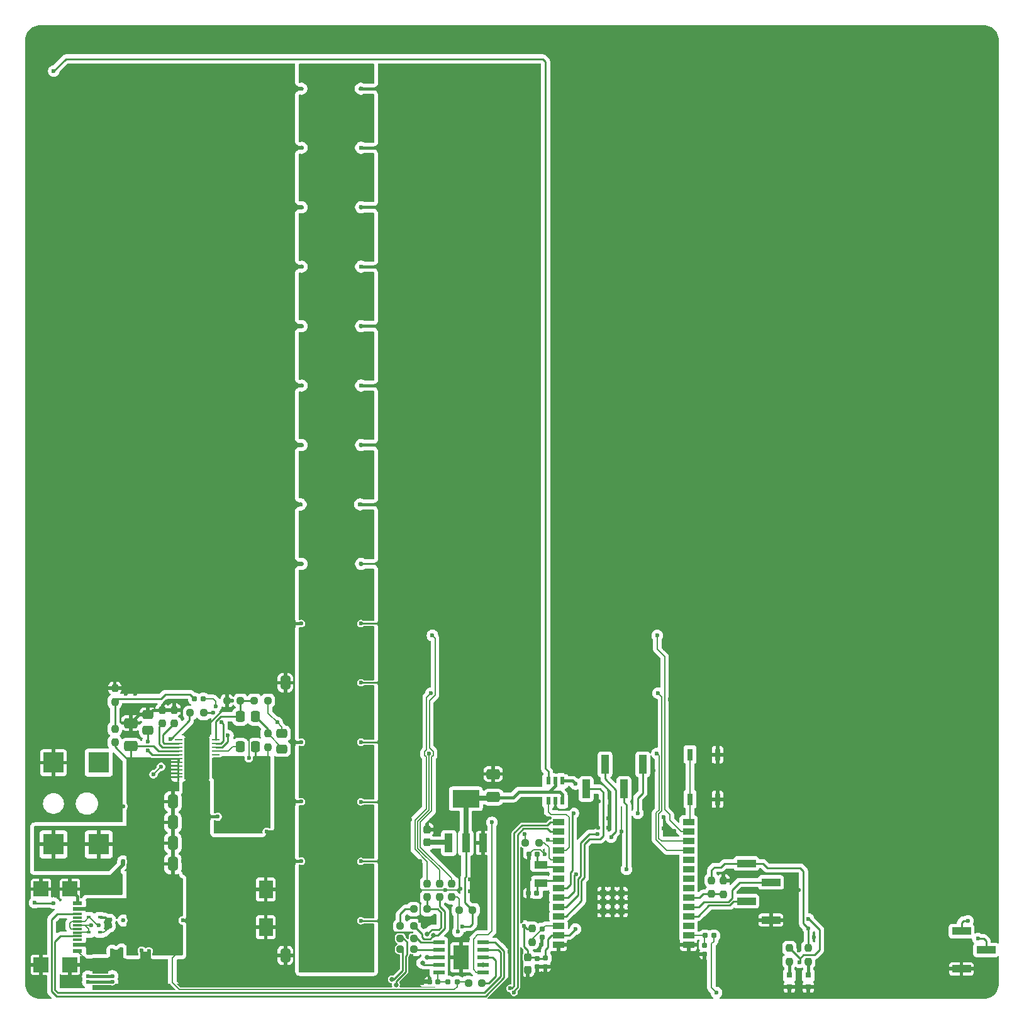
<source format=gbr>
%TF.GenerationSoftware,KiCad,Pcbnew,9.0.2*%
%TF.CreationDate,2025-08-09T14:49:17-05:00*%
%TF.ProjectId,led_matrix,6c65645f-6d61-4747-9269-782e6b696361,rev?*%
%TF.SameCoordinates,Original*%
%TF.FileFunction,Copper,L2,Bot*%
%TF.FilePolarity,Positive*%
%FSLAX46Y46*%
G04 Gerber Fmt 4.6, Leading zero omitted, Abs format (unit mm)*
G04 Created by KiCad (PCBNEW 9.0.2) date 2025-08-09 14:49:17*
%MOMM*%
%LPD*%
G01*
G04 APERTURE LIST*
G04 Aperture macros list*
%AMRoundRect*
0 Rectangle with rounded corners*
0 $1 Rounding radius*
0 $2 $3 $4 $5 $6 $7 $8 $9 X,Y pos of 4 corners*
0 Add a 4 corners polygon primitive as box body*
4,1,4,$2,$3,$4,$5,$6,$7,$8,$9,$2,$3,0*
0 Add four circle primitives for the rounded corners*
1,1,$1+$1,$2,$3*
1,1,$1+$1,$4,$5*
1,1,$1+$1,$6,$7*
1,1,$1+$1,$8,$9*
0 Add four rect primitives between the rounded corners*
20,1,$1+$1,$2,$3,$4,$5,0*
20,1,$1+$1,$4,$5,$6,$7,0*
20,1,$1+$1,$6,$7,$8,$9,0*
20,1,$1+$1,$8,$9,$2,$3,0*%
%AMFreePoly0*
4,1,21,2.800000,1.300000,3.200000,1.300000,3.200000,1.000000,2.800000,1.000000,2.800000,-1.000000,3.200000,-1.000000,3.200000,-1.300000,2.800000,-1.300000,2.800000,-1.700000,-2.800000,-1.700000,-2.800000,-1.300000,-3.200000,-1.300000,-3.200000,-1.000000,-2.800000,-1.000000,-2.800000,1.000000,-3.200000,1.000000,-3.200000,1.300000,-2.800000,1.300000,-2.800000,1.700000,2.800000,1.700000,
2.800000,1.300000,2.800000,1.300000,$1*%
G04 Aperture macros list end*
%TA.AperFunction,SMDPad,CuDef*%
%ADD10RoundRect,0.237500X0.250000X0.237500X-0.250000X0.237500X-0.250000X-0.237500X0.250000X-0.237500X0*%
%TD*%
%TA.AperFunction,SMDPad,CuDef*%
%ADD11R,1.000000X2.510000*%
%TD*%
%TA.AperFunction,SMDPad,CuDef*%
%ADD12RoundRect,0.237500X0.237500X-0.250000X0.237500X0.250000X-0.237500X0.250000X-0.237500X-0.250000X0*%
%TD*%
%TA.AperFunction,SMDPad,CuDef*%
%ADD13RoundRect,0.237500X-0.237500X0.250000X-0.237500X-0.250000X0.237500X-0.250000X0.237500X0.250000X0*%
%TD*%
%TA.AperFunction,SMDPad,CuDef*%
%ADD14R,0.600000X0.400000*%
%TD*%
%TA.AperFunction,SMDPad,CuDef*%
%ADD15R,1.000000X0.250000*%
%TD*%
%TA.AperFunction,SMDPad,CuDef*%
%ADD16FreePoly0,270.000000*%
%TD*%
%TA.AperFunction,SMDPad,CuDef*%
%ADD17R,1.800000X1.000000*%
%TD*%
%TA.AperFunction,SMDPad,CuDef*%
%ADD18R,0.800000X0.800000*%
%TD*%
%TA.AperFunction,SMDPad,CuDef*%
%ADD19RoundRect,0.250000X-0.412500X-0.650000X0.412500X-0.650000X0.412500X0.650000X-0.412500X0.650000X0*%
%TD*%
%TA.AperFunction,SMDPad,CuDef*%
%ADD20R,2.510000X1.000000*%
%TD*%
%TA.AperFunction,SMDPad,CuDef*%
%ADD21RoundRect,0.160000X0.197500X0.160000X-0.197500X0.160000X-0.197500X-0.160000X0.197500X-0.160000X0*%
%TD*%
%TA.AperFunction,SMDPad,CuDef*%
%ADD22R,4.813300X3.454400*%
%TD*%
%TA.AperFunction,SMDPad,CuDef*%
%ADD23R,4.889500X3.454400*%
%TD*%
%TA.AperFunction,SMDPad,CuDef*%
%ADD24RoundRect,0.160000X0.160000X-0.197500X0.160000X0.197500X-0.160000X0.197500X-0.160000X-0.197500X0*%
%TD*%
%TA.AperFunction,SMDPad,CuDef*%
%ADD25RoundRect,0.250000X0.475000X-0.337500X0.475000X0.337500X-0.475000X0.337500X-0.475000X-0.337500X0*%
%TD*%
%TA.AperFunction,SMDPad,CuDef*%
%ADD26RoundRect,0.155000X0.212500X0.155000X-0.212500X0.155000X-0.212500X-0.155000X0.212500X-0.155000X0*%
%TD*%
%TA.AperFunction,SMDPad,CuDef*%
%ADD27RoundRect,0.237500X-0.250000X-0.237500X0.250000X-0.237500X0.250000X0.237500X-0.250000X0.237500X0*%
%TD*%
%TA.AperFunction,SMDPad,CuDef*%
%ADD28RoundRect,0.237500X-0.237500X0.300000X-0.237500X-0.300000X0.237500X-0.300000X0.237500X0.300000X0*%
%TD*%
%TA.AperFunction,SMDPad,CuDef*%
%ADD29RoundRect,0.155000X-0.155000X0.212500X-0.155000X-0.212500X0.155000X-0.212500X0.155000X0.212500X0*%
%TD*%
%TA.AperFunction,SMDPad,CuDef*%
%ADD30RoundRect,0.237500X0.237500X-0.300000X0.237500X0.300000X-0.237500X0.300000X-0.237500X-0.300000X0*%
%TD*%
%TA.AperFunction,SMDPad,CuDef*%
%ADD31RoundRect,0.250000X0.337500X0.475000X-0.337500X0.475000X-0.337500X-0.475000X0.337500X-0.475000X0*%
%TD*%
%TA.AperFunction,SMDPad,CuDef*%
%ADD32R,1.500000X0.600000*%
%TD*%
%TA.AperFunction,SMDPad,CuDef*%
%ADD33R,2.100000X3.300000*%
%TD*%
%TA.AperFunction,SMDPad,CuDef*%
%ADD34RoundRect,0.250000X0.650000X-0.412500X0.650000X0.412500X-0.650000X0.412500X-0.650000X-0.412500X0*%
%TD*%
%TA.AperFunction,SMDPad,CuDef*%
%ADD35R,2.800000X2.800000*%
%TD*%
%TA.AperFunction,SMDPad,CuDef*%
%ADD36RoundRect,0.160000X-0.197500X-0.160000X0.197500X-0.160000X0.197500X0.160000X-0.197500X0.160000X0*%
%TD*%
%TA.AperFunction,SMDPad,CuDef*%
%ADD37R,1.879600X2.463800*%
%TD*%
%TA.AperFunction,SMDPad,CuDef*%
%ADD38R,0.600000X1.100000*%
%TD*%
%TA.AperFunction,SMDPad,CuDef*%
%ADD39R,1.100000X2.500000*%
%TD*%
%TA.AperFunction,SMDPad,CuDef*%
%ADD40R,3.600000X2.340000*%
%TD*%
%TA.AperFunction,SMDPad,CuDef*%
%ADD41R,2.000000X2.000000*%
%TD*%
%TA.AperFunction,SMDPad,CuDef*%
%ADD42R,1.300000X0.600000*%
%TD*%
%TA.AperFunction,SMDPad,CuDef*%
%ADD43R,1.300000X0.300000*%
%TD*%
%TA.AperFunction,SMDPad,CuDef*%
%ADD44R,0.800000X1.580000*%
%TD*%
%TA.AperFunction,SMDPad,CuDef*%
%ADD45R,1.498600X0.889000*%
%TD*%
%TA.AperFunction,SMDPad,CuDef*%
%ADD46R,0.812800X0.812800*%
%TD*%
%TA.AperFunction,ViaPad*%
%ADD47C,0.600000*%
%TD*%
%TA.AperFunction,ViaPad*%
%ADD48C,0.635000*%
%TD*%
%TA.AperFunction,Conductor*%
%ADD49C,0.254000*%
%TD*%
%TA.AperFunction,Conductor*%
%ADD50C,0.177800*%
%TD*%
%TA.AperFunction,Conductor*%
%ADD51C,0.635000*%
%TD*%
%TA.AperFunction,Conductor*%
%ADD52C,0.200000*%
%TD*%
%TA.AperFunction,Conductor*%
%ADD53C,0.152400*%
%TD*%
%TA.AperFunction,Conductor*%
%ADD54C,0.381000*%
%TD*%
%TA.AperFunction,Conductor*%
%ADD55C,0.283464*%
%TD*%
%TA.AperFunction,Conductor*%
%ADD56C,0.508000*%
%TD*%
G04 APERTURE END LIST*
D10*
%TO.P,R28,2*%
%TO.N,+3V3*%
X112295300Y-138480800D03*
%TO.P,R28,1*%
%TO.N,Net-(U2-IO8)*%
X114120300Y-138480800D03*
%TD*%
D11*
%TO.P,J1,4,Pin_4*%
%TO.N,/MCU/TMS*%
X120472200Y-131275200D03*
%TO.P,J1,3,Pin_3*%
%TO.N,/MCU/TDI*%
X123012200Y-127965200D03*
%TO.P,J1,2,Pin_2*%
%TO.N,/MCU/TCK*%
X125552200Y-131275200D03*
%TO.P,J1,1,Pin_1*%
%TO.N,/MCU/TDO*%
X128092200Y-127965200D03*
%TD*%
D12*
%TO.P,R30,1*%
%TO.N,Net-(U2-IO15)*%
X138938000Y-145438500D03*
%TO.P,R30,2*%
%TO.N,GND*%
X138938000Y-143613500D03*
%TD*%
D13*
%TO.P,R29,2*%
%TO.N,Net-(U2-IO15)*%
X137363200Y-145387700D03*
%TO.P,R29,1*%
%TO.N,+3V3*%
X137363200Y-143562700D03*
%TD*%
D14*
%TO.P,D257,1,1*%
%TO.N,/power/D_N*%
X53516000Y-150582000D03*
%TO.P,D257,2,2*%
%TO.N,GND*%
X55016000Y-150582000D03*
%TD*%
D15*
%TO.P,U4,1,VFB*%
%TO.N,Net-(U4-VFB)*%
X70607000Y-124663000D03*
%TO.P,U4,2,EN*%
%TO.N,Net-(U4-EN)*%
X70607000Y-125162500D03*
%TO.P,U4,3,PGOOD*%
%TO.N,Net-(U4-PGOOD)*%
X70607000Y-125663000D03*
%TO.P,U4,4,VBST*%
%TO.N,Net-(U4-VBST)*%
X70607000Y-126162500D03*
%TO.P,U4,5,ROVP*%
%TO.N,unconnected-(U4-ROVP-Pad5)*%
X70607000Y-126663000D03*
%TO.P,U4,6,LL*%
%TO.N,Net-(C267-Pad1)*%
X70607000Y-127162500D03*
%TO.P,U4,7,LL*%
X70607000Y-127663000D03*
%TO.P,U4,8,LL*%
X70613500Y-128161000D03*
%TO.P,U4,9,LL*%
X70610000Y-128664500D03*
%TO.P,U4,10,LL*%
X70612000Y-129163000D03*
%TO.P,U4,11,LL*%
X70612000Y-129663500D03*
%TO.P,U4,12,VIN*%
%TO.N,VBUS*%
X65595500Y-129667000D03*
%TO.P,U4,13,VIN*%
X65599500Y-129166000D03*
%TO.P,U4,14,VIN*%
X65600500Y-128666000D03*
%TO.P,U4,15,VIN*%
X65600500Y-128167000D03*
%TO.P,U4,16,VIN*%
X65600500Y-127666000D03*
%TO.P,U4,17,VIN*%
X65599500Y-127167000D03*
%TO.P,U4,18,VREG*%
%TO.N,Net-(U4-VREG)*%
X65599500Y-126667000D03*
%TO.P,U4,19,VDD*%
%TO.N,VBUS*%
X65599500Y-126167000D03*
%TO.P,U4,20,MODE*%
%TO.N,Net-(U4-MODE)*%
X65602500Y-125665000D03*
%TO.P,U4,21,TRIP*%
%TO.N,Net-(U4-TRIP)*%
X65601500Y-125167000D03*
%TO.P,U4,22,RF*%
%TO.N,unconnected-(U4-RF-Pad22)*%
X65599500Y-124667000D03*
D16*
%TO.P,U4,23,EPAD*%
%TO.N,GND*%
X68104500Y-127169500D03*
%TD*%
D17*
%TO.P,X1,1,1*%
%TO.N,/MCU/XTAL_P*%
X114350800Y-143941800D03*
%TO.P,X1,2,2*%
%TO.N,/MCU/XTAL_N*%
X114350800Y-141441800D03*
%TD*%
D10*
%TO.P,R13,1*%
%TO.N,Net-(U5-CFG3)*%
X97280100Y-149733000D03*
%TO.P,R13,2*%
%TO.N,+3V3*%
X95455100Y-149733000D03*
%TD*%
D18*
%TO.P,LED1,1,K*%
%TO.N,GND*%
X147822950Y-157925350D03*
%TO.P,LED1,2,A*%
%TO.N,Net-(LED1-A)*%
X147822950Y-156326350D03*
%TD*%
D19*
%TO.P,C263,1*%
%TO.N,VBUS*%
X64858500Y-141351000D03*
%TO.P,C263,2*%
%TO.N,GND*%
X67983500Y-141351000D03*
%TD*%
D10*
%TO.P,R10,1*%
%TO.N,+5V*%
X77620500Y-119380000D03*
%TO.P,R10,2*%
%TO.N,Net-(U4-VFB)*%
X75795500Y-119380000D03*
%TD*%
D20*
%TO.P,J2,1,Pin_1*%
%TO.N,GND*%
X145338800Y-148920200D03*
%TO.P,J2,2,Pin_2*%
%TO.N,/MCU/TX*%
X142028800Y-146380200D03*
%TO.P,J2,3,Pin_3*%
%TO.N,/MCU/RX*%
X145338800Y-143840200D03*
%TO.P,J2,4,Pin_4*%
%TO.N,+3V3*%
X142028800Y-141300200D03*
%TD*%
D13*
%TO.P,R16,1*%
%TO.N,/MCU/CFG2*%
X99060000Y-143994500D03*
%TO.P,R16,2*%
%TO.N,Net-(U5-CFG2)*%
X99060000Y-145819500D03*
%TD*%
D12*
%TO.P,R15,1*%
%TO.N,Net-(U5-CFG1)*%
X102362000Y-145819500D03*
%TO.P,R15,2*%
%TO.N,/MCU/CFG1*%
X102362000Y-143994500D03*
%TD*%
D21*
%TO.P,R2,1*%
%TO.N,VBUS*%
X103086500Y-157226000D03*
%TO.P,R2,2*%
%TO.N,Net-(U5-VDD)*%
X101891500Y-157226000D03*
%TD*%
D22*
%TO.P,L1,1,1*%
%TO.N,+5V*%
X86544150Y-135001000D03*
D23*
%TO.P,L1,2,2*%
%TO.N,Net-(C267-Pad1)*%
X74199750Y-135001000D03*
%TD*%
D24*
%TO.P,R25,1*%
%TO.N,GND*%
X136423400Y-153480100D03*
%TO.P,R25,2*%
%TO.N,/MCU/ADC_VBUS*%
X136423400Y-152285100D03*
%TD*%
D19*
%TO.P,C265,1*%
%TO.N,VBUS*%
X64858500Y-132969000D03*
%TO.P,C265,2*%
%TO.N,GND*%
X67983500Y-132969000D03*
%TD*%
D25*
%TO.P,C266,1*%
%TO.N,Net-(U4-VREG)*%
X61468000Y-123338500D03*
%TO.P,C266,2*%
%TO.N,GND*%
X61468000Y-121263500D03*
%TD*%
D19*
%TO.P,C262,1*%
%TO.N,VBUS*%
X64858500Y-135763000D03*
%TO.P,C262,2*%
%TO.N,GND*%
X67983500Y-135763000D03*
%TD*%
D26*
%TO.P,C257,1*%
%TO.N,Net-(U5-VDD)*%
X100516500Y-157226000D03*
%TO.P,C257,2*%
%TO.N,GND*%
X99381500Y-157226000D03*
%TD*%
D12*
%TO.P,R27,1*%
%TO.N,Net-(LED2-A)*%
X150362950Y-154482350D03*
%TO.P,R27,2*%
%TO.N,+3V3*%
X150362950Y-152657350D03*
%TD*%
D14*
%TO.P,D258,1,1*%
%TO.N,/power/D_P*%
X53516000Y-148550000D03*
%TO.P,D258,2,2*%
%TO.N,GND*%
X55016000Y-148550000D03*
%TD*%
D27*
%TO.P,R8,1*%
%TO.N,Net-(U4-VREG)*%
X67159500Y-121031000D03*
%TO.P,R8,2*%
%TO.N,Net-(U4-PGOOD)*%
X68984500Y-121031000D03*
%TD*%
D28*
%TO.P,C259,1*%
%TO.N,+3V3*%
X112623600Y-153925100D03*
%TO.P,C259,2*%
%TO.N,GND*%
X112623600Y-155650100D03*
%TD*%
D29*
%TO.P,C260,1*%
%TO.N,+3V3*%
X113868200Y-154059000D03*
%TO.P,C260,2*%
%TO.N,GND*%
X113868200Y-155194000D03*
%TD*%
D30*
%TO.P,C275,1*%
%TO.N,+5V*%
X99060000Y-138452500D03*
%TO.P,C275,2*%
%TO.N,GND*%
X99060000Y-136727500D03*
%TD*%
D12*
%TO.P,R26,1*%
%TO.N,Net-(LED1-A)*%
X147822950Y-154482350D03*
%TO.P,R26,2*%
%TO.N,+5V*%
X147822950Y-152657350D03*
%TD*%
D31*
%TO.P,C269,1*%
%TO.N,Net-(C268-Pad1)*%
X75967500Y-121539000D03*
%TO.P,C269,2*%
%TO.N,Net-(U4-VFB)*%
X73892500Y-121539000D03*
%TD*%
D12*
%TO.P,R4,1*%
%TO.N,Net-(R3-Pad1)*%
X57023000Y-119530500D03*
%TO.P,R4,2*%
%TO.N,GND*%
X57023000Y-117705500D03*
%TD*%
D18*
%TO.P,LED2,1,K*%
%TO.N,GND*%
X150362950Y-157925350D03*
%TO.P,LED2,2,A*%
%TO.N,Net-(LED2-A)*%
X150362950Y-156326350D03*
%TD*%
D26*
%TO.P,C273,1*%
%TO.N,/MCU/XTAL_N*%
X113902300Y-140044800D03*
%TO.P,C273,2*%
%TO.N,GND*%
X112767300Y-140044800D03*
%TD*%
D27*
%TO.P,R1,1*%
%TO.N,VBUS*%
X104624500Y-157378400D03*
%TO.P,R1,2*%
%TO.N,Net-(U5-VBUS)*%
X106449500Y-157378400D03*
%TD*%
D32*
%TO.P,U5,1,VDD*%
%TO.N,Net-(U5-VDD)*%
X100632000Y-155924000D03*
%TO.P,U5,2,CFG2*%
%TO.N,Net-(U5-CFG2)*%
X100632000Y-154924000D03*
%TO.P,U5,3,CFG3*%
%TO.N,Net-(U5-CFG3)*%
X100632000Y-153924000D03*
%TO.P,U5,4,DP*%
%TO.N,Net-(U5-DP)*%
X100632000Y-152924000D03*
%TO.P,U5,5,DM*%
%TO.N,Net-(U5-DM)*%
X100632000Y-151924000D03*
%TO.P,U5,6,CC2*%
%TO.N,/power/CC2*%
X106632000Y-151924000D03*
%TO.P,U5,7,CC1*%
%TO.N,/power/CC1*%
X106632000Y-152924000D03*
%TO.P,U5,8,VBUS*%
%TO.N,Net-(U5-VBUS)*%
X106632000Y-153924000D03*
%TO.P,U5,9,CFG1*%
%TO.N,Net-(U5-CFG1)*%
X106632000Y-154924000D03*
%TO.P,U5,10,PG*%
%TO.N,/MCU/POWER_GOOD*%
X106632000Y-155924000D03*
D33*
%TO.P,U5,11,GND*%
%TO.N,GND*%
X103632000Y-153924000D03*
%TD*%
D10*
%TO.P,R11,1*%
%TO.N,Net-(U4-VFB)*%
X73937500Y-119380000D03*
%TO.P,R11,2*%
%TO.N,GND*%
X72112500Y-119380000D03*
%TD*%
D27*
%TO.P,R23,1*%
%TO.N,/power/D_N*%
X95455100Y-151358600D03*
%TO.P,R23,2*%
%TO.N,Net-(U5-DM)*%
X97280100Y-151358600D03*
%TD*%
D34*
%TO.P,C276,1*%
%TO.N,VBUS*%
X59182000Y-125514500D03*
%TO.P,C276,2*%
%TO.N,GND*%
X59182000Y-122389500D03*
%TD*%
D12*
%TO.P,R21,1*%
%TO.N,/MCU/EN*%
X113157000Y-151890100D03*
%TO.P,R21,2*%
%TO.N,+3V3*%
X113157000Y-150065100D03*
%TD*%
D27*
%TO.P,R22,1*%
%TO.N,/power/D_P*%
X95455100Y-152831800D03*
%TO.P,R22,2*%
%TO.N,Net-(U5-DP)*%
X97280100Y-152831800D03*
%TD*%
D34*
%TO.P,C274,1*%
%TO.N,+3V3*%
X107950000Y-132372500D03*
%TO.P,C274,2*%
%TO.N,GND*%
X107950000Y-129247500D03*
%TD*%
D13*
%TO.P,R9,1*%
%TO.N,Net-(C268-Pad1)*%
X77597000Y-123801500D03*
%TO.P,R9,2*%
%TO.N,Net-(C267-Pad1)*%
X77597000Y-125626500D03*
%TD*%
D19*
%TO.P,C270,1*%
%TO.N,GND*%
X79971500Y-153670000D03*
%TO.P,C270,2*%
%TO.N,+5V*%
X83096500Y-153670000D03*
%TD*%
D13*
%TO.P,R17,1*%
%TO.N,/MCU/CFG3*%
X100711000Y-143994500D03*
%TO.P,R17,2*%
%TO.N,Net-(U5-CFG3)*%
X100711000Y-145819500D03*
%TD*%
D19*
%TO.P,C264,1*%
%TO.N,VBUS*%
X64858500Y-138557000D03*
%TO.P,C264,2*%
%TO.N,GND*%
X67983500Y-138557000D03*
%TD*%
D29*
%TO.P,C261,1*%
%TO.N,+3V3*%
X115011200Y-154042300D03*
%TO.P,C261,2*%
%TO.N,GND*%
X115011200Y-155177300D03*
%TD*%
D12*
%TO.P,R7,1*%
%TO.N,Net-(U4-MODE)*%
X63373000Y-122451500D03*
%TO.P,R7,2*%
%TO.N,GND*%
X63373000Y-120626500D03*
%TD*%
%TO.P,R6,1*%
%TO.N,Net-(U4-TRIP)*%
X65024000Y-122451500D03*
%TO.P,R6,2*%
%TO.N,GND*%
X65024000Y-120626500D03*
%TD*%
D35*
%TO.P,DC1,1,1*%
%TO.N,VBUS*%
X48764000Y-138723500D03*
X54864000Y-138723500D03*
%TO.P,DC1,2,2*%
%TO.N,GND*%
X48764000Y-127722500D03*
%TO.P,DC1,3,3*%
%TO.N,unconnected-(DC1-Pad3)*%
X54864000Y-127722500D03*
%TD*%
D29*
%TO.P,C258,1*%
%TO.N,/MCU/EN*%
X114528600Y-150105300D03*
%TO.P,C258,2*%
%TO.N,GND*%
X114528600Y-151240300D03*
%TD*%
D21*
%TO.P,R5,1*%
%TO.N,Net-(U4-EN)*%
X68923500Y-119126000D03*
%TO.P,R5,2*%
%TO.N,Net-(R3-Pad1)*%
X67728500Y-119126000D03*
%TD*%
D20*
%TO.P,J3,1,Pin_1*%
%TO.N,+5V*%
X170984800Y-150393400D03*
%TO.P,J3,2,Pin_2*%
%TO.N,Net-(D256-DO)*%
X174294800Y-152933400D03*
%TO.P,J3,3,Pin_3*%
%TO.N,GND*%
X170984800Y-155473400D03*
%TD*%
D36*
%TO.P,R24,1*%
%TO.N,/MCU/ADC_VBUS*%
X136460900Y-151003000D03*
%TO.P,R24,2*%
%TO.N,VBUS*%
X137655900Y-151003000D03*
%TD*%
D37*
%TO.P,C277,1*%
%TO.N,GND*%
X77343000Y-144780000D03*
%TO.P,C277,2*%
%TO.N,+5V*%
X83210400Y-144780000D03*
%TD*%
D13*
%TO.P,R3,1*%
%TO.N,Net-(R3-Pad1)*%
X57023000Y-123166500D03*
%TO.P,R3,2*%
%TO.N,VBUS*%
X57023000Y-124991500D03*
%TD*%
D38*
%TO.P,U6,1,VCCA*%
%TO.N,+3V3*%
X117269600Y-132871200D03*
%TO.P,U6,2,GND*%
%TO.N,GND*%
X116319600Y-132871200D03*
%TO.P,U6,3,A*%
%TO.N,/MCU/LED_OUT*%
X115369600Y-132871200D03*
%TO.P,U6,4,B*%
%TO.N,/MCU/LED_DI*%
X115369600Y-130171200D03*
%TO.P,U6,5,DIR*%
%TO.N,+3V3*%
X116319600Y-130171200D03*
%TO.P,U6,6,VCCB*%
%TO.N,+5V*%
X117269600Y-130171200D03*
%TD*%
D10*
%TO.P,R14,1*%
%TO.N,+3V3*%
X105179500Y-147574000D03*
%TO.P,R14,2*%
%TO.N,Net-(U5-CFG1)*%
X103354500Y-147574000D03*
%TD*%
D37*
%TO.P,C278,1*%
%TO.N,GND*%
X77343000Y-149860000D03*
%TO.P,C278,2*%
%TO.N,+5V*%
X83210400Y-149860000D03*
%TD*%
D25*
%TO.P,C268,1*%
%TO.N,Net-(C268-Pad1)*%
X79502000Y-125878500D03*
%TO.P,C268,2*%
%TO.N,+5V*%
X79502000Y-123803500D03*
%TD*%
D31*
%TO.P,C267,1*%
%TO.N,Net-(C267-Pad1)*%
X75967500Y-125603000D03*
%TO.P,C267,2*%
%TO.N,Net-(U4-VBST)*%
X73892500Y-125603000D03*
%TD*%
D39*
%TO.P,U1,1,GND*%
%TO.N,GND*%
X106567000Y-138528000D03*
%TO.P,U1,2,VOUT*%
%TO.N,+3V3*%
X104267000Y-138528000D03*
%TO.P,U1,3,VIN*%
%TO.N,+5V*%
X101967000Y-138528000D03*
D40*
%TO.P,U1,4,VOUT*%
%TO.N,+3V3*%
X104267000Y-132588000D03*
%TD*%
D41*
%TO.P,USB1,1,SHELL*%
%TO.N,GND*%
X50980000Y-154940000D03*
%TO.P,USB1,2,SHELL*%
X50980000Y-144740000D03*
%TO.P,USB1,3,SHELL*%
X47080000Y-144740000D03*
%TO.P,USB1,4,SHELL*%
X47080000Y-154940000D03*
D42*
%TO.P,USB1,A1B12,GND*%
X51980000Y-153040000D03*
%TO.P,USB1,A4B9,VBUS*%
%TO.N,VBUS*%
X51980000Y-152240000D03*
D43*
%TO.P,USB1,A5,CC1*%
%TO.N,/power/CC1*%
X51980000Y-151090000D03*
%TO.P,USB1,A6,DP1*%
%TO.N,/power/D_P*%
X51980000Y-150090000D03*
%TO.P,USB1,A7,DN1*%
%TO.N,/power/D_N*%
X51980000Y-149590000D03*
%TO.P,USB1,A8,SBU1*%
%TO.N,unconnected-(USB1-SBU1-PadA8)*%
X51980000Y-148590000D03*
D42*
%TO.P,USB1,B1A12,GND*%
%TO.N,GND*%
X51980000Y-146640000D03*
%TO.P,USB1,B4A9,VBUS*%
%TO.N,VBUS*%
X51980000Y-147440000D03*
D43*
%TO.P,USB1,B5,CC2*%
%TO.N,/power/CC2*%
X51980000Y-148090000D03*
%TO.P,USB1,B6,DP2*%
%TO.N,/power/D_P*%
X51980000Y-149090000D03*
%TO.P,USB1,B7,DN2*%
%TO.N,/power/D_N*%
X51980000Y-150590000D03*
%TO.P,USB1,B8,SBU2*%
%TO.N,unconnected-(USB1-SBU2-PadB8)*%
X51980000Y-151590000D03*
%TD*%
D26*
%TO.P,C272,2*%
%TO.N,GND*%
X112691100Y-145288000D03*
%TO.P,C272,1*%
%TO.N,/MCU/XTAL_P*%
X113826100Y-145288000D03*
%TD*%
D27*
%TO.P,R12,1*%
%TO.N,+3V3*%
X97258500Y-147447000D03*
%TO.P,R12,2*%
%TO.N,Net-(U5-CFG2)*%
X99083500Y-147447000D03*
%TD*%
D19*
%TO.P,C271,1*%
%TO.N,GND*%
X79971500Y-116967000D03*
%TO.P,C271,2*%
%TO.N,+5V*%
X83096500Y-116967000D03*
%TD*%
D44*
%TO.P,SW1,1,1*%
%TO.N,/MCU/FLASH*%
X134450600Y-126638800D03*
%TO.P,SW1,2,2*%
X134450600Y-132638800D03*
%TO.P,SW1,3,3*%
%TO.N,GND*%
X138150600Y-126638800D03*
%TO.P,SW1,4,4*%
X138150600Y-132638800D03*
%TD*%
D45*
%TO.P,U2,1,GND*%
%TO.N,GND*%
X116751400Y-152224400D03*
%TO.P,U2,2,3V3*%
%TO.N,+3V3*%
X116751400Y-150954400D03*
%TO.P,U2,3,EN*%
%TO.N,/MCU/EN*%
X116751400Y-149684400D03*
%TO.P,U2,4,IO4*%
%TO.N,/MCU/TMS*%
X116751400Y-148414400D03*
%TO.P,U2,5,IO5*%
%TO.N,/MCU/TDI*%
X116751400Y-147144400D03*
%TO.P,U2,6,IO6*%
%TO.N,/MCU/TCK*%
X116751400Y-145874400D03*
%TO.P,U2,7,IO7*%
%TO.N,/MCU/TDO*%
X116751400Y-144604400D03*
%TO.P,U2,8,IO0*%
%TO.N,/MCU/XTAL_P*%
X116751400Y-143334400D03*
%TO.P,U2,9,IO1*%
%TO.N,/MCU/XTAL_N*%
X116751400Y-142064400D03*
%TO.P,U2,10,IO8*%
%TO.N,Net-(U2-IO8)*%
X116751400Y-140794400D03*
%TO.P,U2,11,IO10*%
%TO.N,/MCU/LED_OUT*%
X116751400Y-139524400D03*
%TO.P,U2,12,IO11*%
%TO.N,/MCU/POWER_GOOD*%
X116751400Y-138254400D03*
%TO.P,U2,13,IO12*%
%TO.N,/power/D_N*%
X116751400Y-136984400D03*
%TO.P,U2,14,IO13*%
%TO.N,/power/D_P*%
X116751400Y-135714400D03*
%TO.P,U2,15,IO9*%
%TO.N,/MCU/FLASH*%
X134251400Y-135714400D03*
%TO.P,U2,16,IO18*%
%TO.N,/MCU/CFG1*%
X134251400Y-136984400D03*
%TO.P,U2,17,IO19*%
%TO.N,/MCU/CFG2*%
X134251400Y-138254400D03*
%TO.P,U2,18,IO20*%
%TO.N,/MCU/CFG3*%
X134251400Y-139524400D03*
%TO.P,U2,19,IO21*%
%TO.N,unconnected-(U2-IO21-Pad19)*%
X134251400Y-140794400D03*
%TO.P,U2,20,IO22*%
%TO.N,unconnected-(U2-IO22-Pad20)*%
X134251400Y-142064400D03*
%TO.P,U2,21,IO23*%
%TO.N,unconnected-(U2-IO23-Pad21)*%
X134251400Y-143334400D03*
%TO.P,U2,22,NC*%
%TO.N,unconnected-(U2-NC-Pad22)*%
X134251400Y-144604400D03*
%TO.P,U2,23,IO15*%
%TO.N,Net-(U2-IO15)*%
X134251400Y-145874400D03*
%TO.P,U2,24,RXD0*%
%TO.N,/MCU/RX*%
X134251400Y-147144400D03*
%TO.P,U2,25,TXD0*%
%TO.N,/MCU/TX*%
X134251400Y-148414400D03*
%TO.P,U2,26,IO3*%
%TO.N,unconnected-(U2-IO3-Pad26)*%
X134251400Y-149684400D03*
%TO.P,U2,27,IO2*%
%TO.N,/MCU/ADC_VBUS*%
X134251400Y-150954400D03*
%TO.P,U2,28,GND*%
%TO.N,GND*%
X134251400Y-152224400D03*
D46*
%TO.P,U2,29,GND*%
X123996400Y-146504400D03*
%TO.P,U2,30,GND*%
X122746400Y-147754400D03*
%TO.P,U2,31,GND*%
X122746400Y-146504400D03*
%TO.P,U2,32,GND*%
X122746400Y-145254400D03*
%TO.P,U2,33,GND*%
X123996400Y-145254400D03*
%TO.P,U2,34,GND*%
X125246400Y-145254400D03*
%TO.P,U2,35,GND*%
X125246400Y-146504400D03*
%TO.P,U2,36,GND*%
X125246400Y-147754400D03*
%TO.P,U2,37,GND*%
X123996400Y-147754400D03*
%TD*%
D47*
%TO.N,GND*%
X114884200Y-140030200D03*
X123444000Y-136474200D03*
X123469400Y-135204200D03*
%TO.N,/MCU/TDI*%
X123825000Y-137744200D03*
X122005753Y-137358006D03*
%TO.N,/MCU/TDO*%
X127406400Y-134523100D03*
X118745000Y-134523100D03*
%TO.N,/MCU/TCK*%
X125907800Y-142062200D03*
X119125956Y-142740000D03*
%TO.N,GND*%
X129565400Y-128803400D03*
X126822200Y-127355600D03*
X119176800Y-127457200D03*
X125145800Y-129057400D03*
X120853200Y-128879600D03*
%TO.N,+3V3*%
X112200000Y-137312400D03*
X104267000Y-136702800D03*
%TO.N,GND*%
X103276400Y-142925800D03*
X138150600Y-126638800D03*
X116814600Y-153339800D03*
%TO.N,+3V3*%
X150393400Y-150037800D03*
X119024400Y-150114000D03*
%TO.N,GND*%
X128905000Y-112928400D03*
X131775200Y-119227600D03*
X131876800Y-127355600D03*
%TO.N,/MCU/CFG3*%
X129997200Y-126496700D03*
%TO.N,GND*%
X132308600Y-136906000D03*
X130860800Y-136550400D03*
X130886200Y-135051800D03*
X126847600Y-136677400D03*
X125222000Y-136982200D03*
X122097800Y-136474200D03*
X120827500Y-135458200D03*
%TO.N,/MCU/POWER_GOOD*%
X115316000Y-138099800D03*
%TO.N,GND*%
X114554000Y-135331200D03*
X110769400Y-135610600D03*
X112800000Y-135420000D03*
X110134400Y-153136600D03*
X122986800Y-158216600D03*
X114909600Y-158191200D03*
X130137500Y-157000000D03*
X122137500Y-157000000D03*
X130937000Y-158216600D03*
%TO.N,VBUS*%
X138023600Y-158699200D03*
%TO.N,GND*%
X103538400Y-144729200D03*
X130137500Y-149000000D03*
X128778000Y-153009600D03*
X132892800Y-153060400D03*
X130987800Y-152425400D03*
X130962400Y-150596600D03*
X128827500Y-151434800D03*
X127101600Y-150901400D03*
X120827800Y-152958800D03*
X125272800Y-153035000D03*
X122936000Y-152323800D03*
X122936000Y-150672800D03*
X122137500Y-149000000D03*
X112674400Y-145237200D03*
%TO.N,+5V*%
X119024400Y-130581400D03*
%TO.N,GND*%
X132664200Y-144957800D03*
X130962400Y-143408400D03*
X131038600Y-144729200D03*
X130022600Y-144729200D03*
X128803400Y-143459200D03*
X128143000Y-144805400D03*
X130149600Y-141046200D03*
X122148600Y-141046200D03*
X120827800Y-144932400D03*
X123596400Y-143281400D03*
X122402600Y-143281400D03*
X114528600Y-151240300D03*
%TO.N,+3V3*%
X112115600Y-149690500D03*
%TO.N,GND*%
X111633000Y-158597600D03*
X110083600Y-157276800D03*
%TO.N,/power/D_N*%
X110756014Y-158635014D03*
%TO.N,/power/D_P*%
X110223986Y-158102986D03*
%TO.N,GND*%
X120800000Y-151420000D03*
%TO.N,+5V*%
X150393400Y-148767800D03*
X86995000Y-139827000D03*
X86995000Y-138557000D03*
X85598000Y-140843000D03*
X99060000Y-138452500D03*
X83862500Y-109000000D03*
X90297000Y-146558000D03*
X149200000Y-154620000D03*
X85217000Y-90678000D03*
X90297000Y-147701000D03*
X82931000Y-147447000D03*
X91440000Y-138176000D03*
X83820000Y-107823000D03*
X82931000Y-123571000D03*
X87122000Y-42418000D03*
X88028000Y-76886000D03*
X85217000Y-82550000D03*
X85488000Y-93015000D03*
X83312000Y-115443000D03*
X83693000Y-149098000D03*
X85200000Y-106620000D03*
X88028000Y-69012000D03*
X87122000Y-108966000D03*
X83185000Y-131445000D03*
X83566000Y-98171000D03*
X91440000Y-99441000D03*
X88392000Y-101219000D03*
X83058000Y-139446000D03*
X86995000Y-98806000D03*
X88011000Y-44958000D03*
X90568000Y-74346000D03*
X88392000Y-100076000D03*
X88900000Y-132207000D03*
X85488000Y-84887000D03*
X88028000Y-53010000D03*
X85488000Y-76886000D03*
X83566000Y-99441000D03*
X78867000Y-122301000D03*
X82931000Y-146685000D03*
X87122000Y-147955000D03*
X83879500Y-69055000D03*
X85488000Y-149022000D03*
X90568000Y-66472000D03*
X88011000Y-36957000D03*
X90568000Y-154305000D03*
X83879500Y-61054000D03*
X90424000Y-51689000D03*
X85200000Y-34620000D03*
X82931000Y-34417000D03*
X90424000Y-98171000D03*
X56692800Y-157200600D03*
X90170000Y-139446000D03*
X90568000Y-90475000D03*
X88028000Y-84887000D03*
X85598000Y-116713000D03*
X90551000Y-34417000D03*
X82550000Y-107823000D03*
X85471000Y-36957000D03*
X91313000Y-115443000D03*
X85217000Y-58674000D03*
X90568000Y-122352000D03*
X83058000Y-138430000D03*
X171862500Y-149000000D03*
X82948000Y-122352000D03*
X87139000Y-58471000D03*
X90170000Y-130175000D03*
X86995000Y-100076000D03*
X86995000Y-140843000D03*
X90551000Y-123444000D03*
X91440000Y-131572000D03*
X91440000Y-139446000D03*
X83185000Y-155448000D03*
X87139000Y-82347000D03*
X86995000Y-101219000D03*
X83879500Y-84930000D03*
X82296000Y-98171000D03*
X82948000Y-74346000D03*
X87139000Y-66472000D03*
X90170000Y-114427000D03*
X88028000Y-61011000D03*
X87122000Y-107823000D03*
X88646000Y-116713000D03*
X82296000Y-115443000D03*
X86995000Y-130810000D03*
X88646000Y-148971000D03*
X85217000Y-74549000D03*
X85471000Y-101219000D03*
X83185000Y-130429000D03*
X85217000Y-154686000D03*
X91440000Y-98171000D03*
X88028000Y-93015000D03*
X82948000Y-50470000D03*
X85488000Y-69012000D03*
X83862500Y-37000000D03*
X85217000Y-66675000D03*
X91313000Y-146558000D03*
X90170000Y-131572000D03*
X85488000Y-53010000D03*
X87757000Y-132207000D03*
X85200000Y-42621000D03*
X90568000Y-58471000D03*
X87122000Y-155575000D03*
X82948000Y-66472000D03*
X87122000Y-148971000D03*
X82296000Y-114173000D03*
X91313000Y-147701000D03*
X87122000Y-146685000D03*
X53390800Y-157251400D03*
X82296000Y-99441000D03*
X87139000Y-154483000D03*
X83862500Y-45001000D03*
X85471000Y-44958000D03*
X82948000Y-58471000D03*
X85471000Y-108966000D03*
X83096500Y-154178000D03*
X85217000Y-50673000D03*
X90170000Y-106680000D03*
X83879500Y-124935000D03*
X83862500Y-101000000D03*
X82550000Y-106680000D03*
X85471000Y-100076000D03*
X87122000Y-124841000D03*
X91440000Y-130175000D03*
X87122000Y-106680000D03*
X90568000Y-82347000D03*
X87139000Y-122352000D03*
X85217000Y-146685000D03*
X87122000Y-34417000D03*
X83879500Y-93058000D03*
X90551000Y-155575000D03*
X88595200Y-108534200D03*
X85488000Y-124892000D03*
X88646000Y-124841000D03*
X91313000Y-114427000D03*
X91313000Y-106680000D03*
X87122000Y-123698000D03*
X90170000Y-138176000D03*
X82931000Y-42418000D03*
X53390800Y-156489400D03*
X90424000Y-99441000D03*
X82948000Y-82347000D03*
X83820000Y-106680000D03*
X87122000Y-115443000D03*
X87139000Y-74346000D03*
X83312000Y-114173000D03*
X90170000Y-115443000D03*
X90568000Y-50470000D03*
X82948000Y-90475000D03*
X83879500Y-53053000D03*
X87139000Y-50470000D03*
X85217000Y-122555000D03*
X87122000Y-116713000D03*
X85725000Y-132461000D03*
X56692800Y-156438600D03*
X91313000Y-107823000D03*
X90551000Y-42418000D03*
X85488000Y-61011000D03*
X87122000Y-114427000D03*
X87139000Y-90475000D03*
X88392000Y-140843000D03*
X90170000Y-107823000D03*
X83879500Y-76929000D03*
%TO.N,GND*%
X170165000Y-76962000D03*
X66395600Y-119811800D03*
X175260000Y-134747000D03*
X175260000Y-136525000D03*
X154165000Y-108966000D03*
X66802000Y-111125000D03*
X162814000Y-96393000D03*
X74930000Y-151003000D03*
X109626400Y-113157000D03*
X143002000Y-31115000D03*
X149098000Y-144907000D03*
X146165000Y-132969000D03*
X124968000Y-41021000D03*
X106165000Y-76962000D03*
X79502000Y-127254000D03*
X175260000Y-78867000D03*
X175260000Y-86995000D03*
X93726000Y-128905000D03*
X170165000Y-100965000D03*
X66165000Y-52959000D03*
X146812000Y-47117000D03*
X74168000Y-123952000D03*
X74930000Y-96393000D03*
X47498000Y-149987000D03*
X170942000Y-40513000D03*
X120827500Y-103386000D03*
X70866000Y-143129000D03*
X151130000Y-47371000D03*
X92964000Y-145161000D03*
X157226000Y-112903000D03*
X67310000Y-152273000D03*
X80518000Y-64897000D03*
X130038000Y-92964000D03*
X160827500Y-63381000D03*
X82165000Y-100965000D03*
X154940000Y-152527000D03*
X95250000Y-39243000D03*
X98806000Y-72517000D03*
X56388000Y-148844000D03*
X66165000Y-60960000D03*
X122936000Y-79121000D03*
X168827500Y-47379000D03*
X114165000Y-52959000D03*
X55118000Y-47371000D03*
X122682000Y-64643000D03*
X122682000Y-63373000D03*
X48827500Y-79383000D03*
X58165000Y-84963000D03*
X149098000Y-121031000D03*
X146137500Y-37000000D03*
X139446000Y-151409400D03*
X168827500Y-143391000D03*
X63246000Y-87249000D03*
X133096000Y-57023000D03*
X122936000Y-120523000D03*
X154165000Y-116967000D03*
X92964000Y-81153000D03*
X58928000Y-63119000D03*
X165100000Y-80899000D03*
X58928000Y-48641000D03*
X136827500Y-119388000D03*
X114046000Y-48895000D03*
X159004000Y-55245000D03*
X175158400Y-104165400D03*
X165100000Y-137033000D03*
X122936000Y-48641000D03*
X80772000Y-96901000D03*
X58674000Y-32131000D03*
X58165000Y-108966000D03*
X130810000Y-79375000D03*
X92964000Y-128905000D03*
X167132000Y-47371000D03*
X130165000Y-108966000D03*
X136827500Y-103386000D03*
X167132000Y-39243000D03*
X162814000Y-128397000D03*
X47498000Y-72771000D03*
X122936000Y-55245000D03*
X143510000Y-151765000D03*
X80670400Y-88925400D03*
X146165000Y-84963000D03*
X58038000Y-92964000D03*
X66165000Y-140970000D03*
X106476800Y-143281400D03*
X146964400Y-104419400D03*
X94996000Y-111379000D03*
X80827500Y-119388000D03*
X80827500Y-39378000D03*
X162814000Y-119253000D03*
X69342000Y-81153000D03*
X111150400Y-87350600D03*
X62992000Y-95123000D03*
X112877600Y-56921400D03*
X143002000Y-39243000D03*
X141224000Y-121031000D03*
X48768000Y-105029000D03*
X109270800Y-97053400D03*
X130810000Y-95123000D03*
X82165000Y-76962000D03*
X165100000Y-153035000D03*
X116332000Y-112903000D03*
X67056000Y-129159000D03*
X58137500Y-101000000D03*
X135128000Y-95123000D03*
X111252000Y-39243000D03*
X159004000Y-111125000D03*
X96800000Y-79420000D03*
X170942000Y-111125000D03*
X154940000Y-111125000D03*
X56388000Y-149733000D03*
X83058000Y-31115000D03*
X167132000Y-151257000D03*
X98137500Y-149000000D03*
X109220000Y-48895000D03*
X47498000Y-56769000D03*
X154165000Y-132969000D03*
X168700500Y-87384000D03*
X112826800Y-96951800D03*
X149352000Y-73025000D03*
X55118000Y-31369000D03*
X90165000Y-84963000D03*
X119126000Y-47371000D03*
X82804000Y-32131000D03*
X127000000Y-119253000D03*
X101092000Y-64897000D03*
X72827500Y-103386000D03*
X138988800Y-103251000D03*
X112725200Y-64998600D03*
X66802000Y-64389000D03*
X165100000Y-64897000D03*
X165201600Y-104978200D03*
X112725200Y-81000600D03*
X146812000Y-88519000D03*
X79248000Y-71247000D03*
X167132000Y-79121000D03*
X98137500Y-53000000D03*
X151130000Y-111125000D03*
X162814000Y-127127000D03*
X141224000Y-112903000D03*
X170942000Y-112395000D03*
X71120000Y-63119000D03*
X49022000Y-144780000D03*
X74930000Y-63119000D03*
X110998000Y-71247000D03*
X159004000Y-119253000D03*
X69088000Y-112903000D03*
X167132000Y-87249000D03*
X46101000Y-158623000D03*
X61214000Y-81153000D03*
X162814000Y-39243000D03*
X114038000Y-92964000D03*
X162814000Y-80391000D03*
X146165000Y-108966000D03*
X106934000Y-63119000D03*
X136601200Y-104978200D03*
X71120000Y-79375000D03*
X94437200Y-151053800D03*
X50165000Y-52959000D03*
X122165000Y-132969000D03*
X117551200Y-65049400D03*
X96800000Y-71420000D03*
X136827500Y-55380000D03*
X133096000Y-89027000D03*
X58928000Y-104267000D03*
X175006000Y-72263000D03*
X61214000Y-105029000D03*
X107061000Y-134493000D03*
X69342000Y-105029000D03*
X66802000Y-55245000D03*
X106934000Y-32131000D03*
X101346000Y-41021000D03*
X64827500Y-47379000D03*
X170942000Y-144653000D03*
X122137500Y-37000000D03*
X90165000Y-60960000D03*
X128524000Y-121031000D03*
X170942000Y-152527000D03*
X138938000Y-71247000D03*
X104827500Y-79383000D03*
X162814000Y-95123000D03*
X72827500Y-119388000D03*
X104827500Y-71382000D03*
X98137500Y-85000000D03*
X106680000Y-127381000D03*
X133096000Y-105029000D03*
X109626400Y-121031000D03*
X94996000Y-79121000D03*
X82165000Y-44958000D03*
X72827500Y-63381000D03*
X141224000Y-33147000D03*
X140970000Y-80899000D03*
X98137500Y-157000000D03*
X106934000Y-40513000D03*
X62992000Y-55245000D03*
X101346000Y-48895000D03*
X48800000Y-31420000D03*
X160827500Y-151519000D03*
X119126000Y-31115000D03*
X72827500Y-47379000D03*
X160827500Y-79383000D03*
X143256000Y-135255000D03*
X144827500Y-47379000D03*
X139395200Y-128473200D03*
X124968000Y-65151000D03*
X162814000Y-120523000D03*
X50165000Y-44958000D03*
X108407200Y-112903000D03*
X117754400Y-48945800D03*
X167081200Y-103251000D03*
X97180400Y-144907000D03*
X48827500Y-55380000D03*
X48768000Y-112903000D03*
X110998000Y-79375000D03*
X144827500Y-39378000D03*
X96800000Y-143420000D03*
X82137500Y-37000000D03*
X154165000Y-140970000D03*
X175260000Y-46863000D03*
X55118000Y-63119000D03*
X90165000Y-52959000D03*
X114165000Y-76962000D03*
X95148400Y-143840200D03*
X67056000Y-87249000D03*
X74165000Y-60960000D03*
X168827500Y-95385000D03*
X58928000Y-79375000D03*
X104827500Y-103386000D03*
X77216000Y-57023000D03*
X106476800Y-144653000D03*
X74930000Y-32131000D03*
X59182000Y-123825000D03*
X119278400Y-103301800D03*
X119126000Y-55245000D03*
X96800000Y-127420000D03*
X114165000Y-132969000D03*
X67056000Y-32131000D03*
X77216000Y-89027000D03*
X106934000Y-64389000D03*
X154940000Y-55245000D03*
X74930000Y-103251000D03*
X130810000Y-72517000D03*
X146165000Y-52959000D03*
X74930000Y-112141000D03*
X114165000Y-84963000D03*
X106680000Y-56515000D03*
X66165000Y-68961000D03*
X92710000Y-112903000D03*
X116586000Y-104927400D03*
X106934000Y-47117000D03*
X69088000Y-129159000D03*
X106934000Y-96443800D03*
X61214000Y-64897000D03*
X114808000Y-32131000D03*
X106934000Y-88519000D03*
X130165000Y-116967000D03*
X122936000Y-96393000D03*
X58928000Y-80645000D03*
X118872000Y-87249000D03*
X64827500Y-79383000D03*
X152827500Y-127389000D03*
X80827500Y-111387000D03*
X122936000Y-112395000D03*
X130810000Y-64643000D03*
X122165000Y-116967000D03*
X47244000Y-64643000D03*
X159004000Y-39243000D03*
X117805200Y-104978200D03*
X80827500Y-71382000D03*
X94996000Y-87249000D03*
X50165000Y-157099000D03*
X120800000Y-31420000D03*
X62992000Y-47371000D03*
X147066000Y-72517000D03*
X66802000Y-96393000D03*
X78994000Y-47371000D03*
X99060000Y-40513000D03*
X72827500Y-151519000D03*
X62992000Y-39243000D03*
X138684000Y-55245000D03*
X112827500Y-143391000D03*
X69088000Y-144907000D03*
X168827500Y-111387000D03*
X48827500Y-119388000D03*
X50165000Y-108966000D03*
X128827500Y-103386000D03*
X104700500Y-87384000D03*
X160827500Y-127389000D03*
X56700500Y-87384000D03*
X109220000Y-73025000D03*
X160827500Y-103386000D03*
X109575600Y-137033000D03*
X122936000Y-80391000D03*
X48827500Y-103386000D03*
X112826800Y-105029000D03*
X50165000Y-116967000D03*
X136827500Y-95385000D03*
X93726000Y-96901000D03*
X56827500Y-135390000D03*
X112776000Y-72923400D03*
X173075600Y-105029000D03*
X48827500Y-39378000D03*
X125222000Y-57023000D03*
X62992000Y-31369000D03*
X99009200Y-111379000D03*
X67056000Y-103251000D03*
X136827500Y-63381000D03*
X69088000Y-49149000D03*
X160827500Y-47379000D03*
X162165000Y-124968000D03*
X72644000Y-145161000D03*
X136700500Y-87384000D03*
X47244000Y-103505000D03*
X175006000Y-70993000D03*
X138165000Y-132969000D03*
X106165000Y-116967000D03*
X118872000Y-39243000D03*
X80518000Y-57023000D03*
X167132000Y-119253000D03*
X58928000Y-40513000D03*
X109220000Y-89027000D03*
X170942000Y-87249000D03*
X55118000Y-143383000D03*
X125222000Y-73025000D03*
X69088000Y-137033000D03*
X92964000Y-57023000D03*
X72700500Y-87384000D03*
X74676000Y-143129000D03*
X173228000Y-112903000D03*
X160827500Y-111387000D03*
X122165000Y-52959000D03*
X108712000Y-137033000D03*
X141173200Y-105130600D03*
X162814000Y-111125000D03*
X175260000Y-150749000D03*
X162165000Y-116967000D03*
X170992800Y-104470200D03*
X154940000Y-88519000D03*
X154165000Y-84963000D03*
X175260000Y-54737000D03*
X100634800Y-137033000D03*
X122165000Y-84963000D03*
X104267000Y-152781000D03*
X159004000Y-79121000D03*
X122936000Y-119253000D03*
X146165000Y-60960000D03*
X58674000Y-31115000D03*
X146481800Y-151231600D03*
X106165000Y-52959000D03*
X80827500Y-95385000D03*
X128827500Y-95385000D03*
X138038000Y-92964000D03*
X80772000Y-73025000D03*
X61214000Y-49149000D03*
X96800000Y-103420000D03*
X149098000Y-80899000D03*
X47244000Y-79375000D03*
X162814000Y-87249000D03*
X154165000Y-44958000D03*
X87122000Y-31115000D03*
X61214000Y-96901000D03*
X130165000Y-52959000D03*
X147066000Y-56515000D03*
X112827500Y-95385000D03*
X127000000Y-31115000D03*
X98806000Y-88519000D03*
X48827500Y-135390000D03*
X173228000Y-41021000D03*
X130810000Y-87249000D03*
X101346000Y-97155000D03*
X55118000Y-95123000D03*
X160827500Y-135390000D03*
X152827500Y-95385000D03*
X146481800Y-152628600D03*
X159004000Y-47371000D03*
X56827500Y-55380000D03*
X135128000Y-39243000D03*
X66802000Y-135890000D03*
X64800000Y-31420000D03*
X168827500Y-79383000D03*
X165100000Y-89027000D03*
X122936000Y-71247000D03*
X170942000Y-39243000D03*
X160827500Y-55380000D03*
X138165000Y-76962000D03*
X154165000Y-60960000D03*
X170165000Y-84963000D03*
X74930000Y-72517000D03*
X167132000Y-63119000D03*
X54914800Y-118948200D03*
X117500400Y-81000600D03*
X154940000Y-95123000D03*
X70866000Y-135001000D03*
X138165000Y-108966000D03*
X133096000Y-33147000D03*
X114165000Y-100965000D03*
X112700500Y-87384000D03*
X123190000Y-104521000D03*
X170942000Y-95123000D03*
X50038000Y-150241000D03*
X160827500Y-143391000D03*
X64827500Y-63381000D03*
X48700500Y-87384000D03*
X106165000Y-100965000D03*
X99060000Y-48387000D03*
X74930000Y-80645000D03*
X98137500Y-109000000D03*
X109220000Y-41021000D03*
X69088000Y-96901000D03*
X122165000Y-76962000D03*
X152827500Y-143391000D03*
X154940000Y-32385000D03*
X106832400Y-120624600D03*
X64827500Y-119388000D03*
X163068000Y-135509000D03*
X146812000Y-40513000D03*
X80800000Y-40845800D03*
X160827500Y-95385000D03*
X96800000Y-39420000D03*
X108508800Y-120980200D03*
X144827500Y-103386000D03*
X74930000Y-111125000D03*
X175260000Y-80391000D03*
X79971500Y-116967000D03*
X175260000Y-56515000D03*
X130810000Y-63373000D03*
X122936000Y-111125000D03*
X93726000Y-81153000D03*
X109220000Y-80899000D03*
X122631200Y-103454200D03*
X71120000Y-103505000D03*
X125222000Y-80899000D03*
X62992000Y-71247000D03*
X159004000Y-63119000D03*
X93726000Y-145161000D03*
X133096000Y-73025000D03*
X50165000Y-84963000D03*
X149098000Y-112903000D03*
X141986000Y-153035000D03*
X48768000Y-64897000D03*
X77470000Y-137033000D03*
X151130000Y-55245000D03*
X143002000Y-111125000D03*
X72827500Y-95385000D03*
X172974000Y-73025000D03*
X74165000Y-100965000D03*
X114165000Y-116967000D03*
X104827500Y-63381000D03*
X98806000Y-64389000D03*
X71120000Y-71247000D03*
X90165000Y-100965000D03*
X109728000Y-129159000D03*
X67056000Y-127127000D03*
X143205200Y-103403400D03*
X72827500Y-79383000D03*
X151130000Y-127127000D03*
X170942000Y-32385000D03*
X118872000Y-63373000D03*
X101092000Y-89027000D03*
X61214000Y-57023000D03*
X165100000Y-112903000D03*
X66137500Y-37000000D03*
X162814000Y-88519000D03*
X149098000Y-48895000D03*
X175260000Y-120523000D03*
X72644000Y-112903000D03*
X118872000Y-111379000D03*
X168827500Y-103386000D03*
X146812000Y-136525000D03*
X154940000Y-151257000D03*
X66802000Y-71247000D03*
X63500000Y-156972000D03*
X149098000Y-128905000D03*
X92964000Y-64897000D03*
X151130000Y-79121000D03*
X133604000Y-121031000D03*
X55118000Y-39243000D03*
X66038000Y-92964000D03*
X112725200Y-129006600D03*
X154165000Y-76962000D03*
X106172000Y-135390000D03*
X67209500Y-125000000D03*
X170688000Y-72517000D03*
X138938000Y-88519000D03*
X143002000Y-95123000D03*
X100584000Y-120929400D03*
X58674000Y-112395000D03*
X48827500Y-127389000D03*
X80827500Y-47379000D03*
X107188000Y-103505000D03*
X157226000Y-153035000D03*
X104800400Y-97002600D03*
X114165000Y-108966000D03*
X154940000Y-96393000D03*
X154940000Y-135255000D03*
X154940000Y-120523000D03*
X146038000Y-92964000D03*
X125222000Y-33147000D03*
X138938000Y-64389000D03*
X50137500Y-149000000D03*
X90932000Y-30861000D03*
X66802000Y-72517000D03*
X94996000Y-127381000D03*
X162814000Y-47371000D03*
X48768000Y-57023000D03*
X74930000Y-48641000D03*
X154165000Y-100965000D03*
X50165000Y-60960000D03*
X146812000Y-79121000D03*
X154940000Y-47371000D03*
X122165000Y-68961000D03*
X59740800Y-118440200D03*
X152654000Y-104978200D03*
X120827500Y-111387000D03*
X56827500Y-39378000D03*
X69342000Y-89027000D03*
X96800000Y-95420000D03*
X170942000Y-80391000D03*
X143256000Y-71247000D03*
X79044800Y-39192200D03*
X151130000Y-87249000D03*
X128827500Y-39378000D03*
X92964000Y-48895000D03*
X151028400Y-103251000D03*
X146812000Y-119253000D03*
X144827500Y-127389000D03*
X47244000Y-55499000D03*
X170165000Y-108966000D03*
X127000000Y-87249000D03*
X106165000Y-68961000D03*
X138938000Y-39243000D03*
X67056000Y-128143000D03*
X57731751Y-128332950D03*
X150926800Y-143129000D03*
X156972000Y-144907000D03*
X152700500Y-87384000D03*
X132080000Y-120777000D03*
X98806000Y-80391000D03*
X66165000Y-157099000D03*
X71120000Y-151003000D03*
X138165000Y-124968000D03*
X109220000Y-64897000D03*
X149098000Y-137033000D03*
X80827500Y-63381000D03*
X162165000Y-148971000D03*
X140970000Y-57023000D03*
X67945000Y-128143000D03*
X106934000Y-48387000D03*
X103124000Y-111633000D03*
X128700500Y-87384000D03*
X135128000Y-47371000D03*
X170688000Y-55245000D03*
X47244000Y-71247000D03*
X157226000Y-89027000D03*
X74165000Y-157099000D03*
X93726000Y-105029000D03*
X101092000Y-105029000D03*
X157226000Y-121031000D03*
X146812000Y-87249000D03*
X103124000Y-79121000D03*
X106730800Y-112699800D03*
X162165000Y-157099000D03*
X175107600Y-102895400D03*
X162814000Y-55245000D03*
X74930000Y-64389000D03*
X56827500Y-71382000D03*
X96800000Y-63420000D03*
X133096000Y-96901000D03*
X154940000Y-127127000D03*
X157276800Y-104978200D03*
X114165000Y-44958000D03*
X149098000Y-153035000D03*
X80518000Y-105029000D03*
X58928000Y-56515000D03*
X48827500Y-143391000D03*
X149352000Y-57023000D03*
X114165000Y-68961000D03*
X159004000Y-87249000D03*
X58928000Y-103251000D03*
X154165000Y-68961000D03*
X156972000Y-41021000D03*
X112827500Y-55380000D03*
X74930000Y-88519000D03*
X147066000Y-55245000D03*
X162814000Y-40513000D03*
X104800000Y-31420000D03*
X168827500Y-39378000D03*
X99060000Y-39243000D03*
X78994000Y-55245000D03*
X128524000Y-125095000D03*
X106137500Y-37000000D03*
X162814000Y-71247000D03*
X130165000Y-84963000D03*
X175006000Y-142875000D03*
X122936000Y-31115000D03*
X66165000Y-100965000D03*
X93472000Y-112903000D03*
X127000000Y-95123000D03*
X162814000Y-32385000D03*
X150413750Y-158802250D03*
X120800000Y-127420000D03*
X138165000Y-100965000D03*
X147066000Y-63119000D03*
X93726000Y-57023000D03*
X77216000Y-112903000D03*
X154940000Y-56515000D03*
X80827500Y-135390000D03*
X106165000Y-60960000D03*
X149352000Y-64897000D03*
X80827500Y-79383000D03*
X144827500Y-111387000D03*
X172974000Y-57023000D03*
X162165000Y-84963000D03*
X50137500Y-37000000D03*
X79248000Y-31115000D03*
X74165000Y-68961000D03*
X101701600Y-120980200D03*
X168827500Y-119388000D03*
X64827500Y-95385000D03*
X157226000Y-128905000D03*
X138165000Y-44958000D03*
X77216000Y-96901000D03*
X78994000Y-79375000D03*
X54864000Y-111125000D03*
X106165000Y-148971000D03*
X93726000Y-64897000D03*
X175260000Y-118745000D03*
X152827500Y-47379000D03*
X139420600Y-127076200D03*
X167132000Y-127127000D03*
X99060000Y-104521000D03*
X128827500Y-47379000D03*
X106832400Y-119151400D03*
X146812000Y-32385000D03*
X96520000Y-137033000D03*
X130810000Y-39243000D03*
X64827500Y-103386000D03*
X136827500Y-79383000D03*
X175260000Y-112395000D03*
X120827500Y-47379000D03*
X106934000Y-72517000D03*
X144827500Y-55380000D03*
X122936000Y-47371000D03*
X146165000Y-68961000D03*
X146812000Y-135255000D03*
X144827500Y-63381000D03*
X74930000Y-47371000D03*
X92862400Y-136982200D03*
X165100000Y-144907000D03*
X144827500Y-135390000D03*
X98137500Y-77000000D03*
X98137500Y-69000000D03*
X64770000Y-105029000D03*
X98137500Y-125000000D03*
X141224000Y-41021000D03*
X138938000Y-63119000D03*
X66802000Y-39243000D03*
X48768000Y-120777000D03*
X71120000Y-111379000D03*
X154165000Y-52959000D03*
X47498000Y-88773000D03*
X96800000Y-87420000D03*
X67056000Y-88519000D03*
X106934000Y-79121000D03*
X66165000Y-148971000D03*
X50165000Y-124968000D03*
X101650800Y-129159000D03*
X64827500Y-55380000D03*
X48827500Y-71382000D03*
X54864000Y-87249000D03*
X119126000Y-79121000D03*
X135128000Y-31115000D03*
X170942000Y-48641000D03*
X157226000Y-57023000D03*
X130810000Y-103251000D03*
X116636800Y-48996600D03*
X141478000Y-137033000D03*
X170165000Y-124968000D03*
X116535200Y-120980200D03*
X162814000Y-143383000D03*
X170942000Y-96393000D03*
X157226000Y-33147000D03*
X157226000Y-80899000D03*
X135128000Y-119253000D03*
X154940000Y-119253000D03*
X94996000Y-118999000D03*
X146812000Y-95123000D03*
X67056000Y-104267000D03*
X103327200Y-103301800D03*
X74165000Y-140970000D03*
X120827500Y-39378000D03*
X128827500Y-55380000D03*
X162814000Y-48641000D03*
X66165000Y-84963000D03*
X154940000Y-64643000D03*
X141224000Y-64897000D03*
X92964000Y-96901000D03*
X80518000Y-137033000D03*
X170688000Y-71247000D03*
X77216000Y-64897000D03*
X90932000Y-32131000D03*
X128800000Y-31420000D03*
X56827500Y-143391000D03*
X80700500Y-87384000D03*
X151130000Y-151257000D03*
X92964000Y-105029000D03*
X175260000Y-110617000D03*
X159004000Y-127127000D03*
X154038000Y-92964000D03*
X160800000Y-31420000D03*
X146812000Y-112395000D03*
X67310000Y-144653000D03*
X154165000Y-124968000D03*
X93726000Y-121031000D03*
X141224000Y-96901000D03*
X117500400Y-57073800D03*
X82165000Y-140970000D03*
X112827500Y-127389000D03*
X102870000Y-55245000D03*
X58137500Y-141000000D03*
X170165000Y-68961000D03*
X66165000Y-76962000D03*
X138938000Y-143613500D03*
X138938000Y-136525000D03*
X66802000Y-48641000D03*
X116281200Y-80899000D03*
X98806000Y-87249000D03*
X48827500Y-47379000D03*
X162165000Y-132969000D03*
X58369200Y-120472200D03*
X58928000Y-39243000D03*
X112827500Y-103386000D03*
X82165000Y-60960000D03*
X114165000Y-60960000D03*
X168827500Y-135390000D03*
X57912000Y-152831800D03*
X138684000Y-80391000D03*
X77216000Y-73025000D03*
X106165000Y-124968000D03*
X156972000Y-137033000D03*
X162165000Y-44958000D03*
X165100000Y-96901000D03*
X101092000Y-73025000D03*
X103124000Y-136017000D03*
X128827500Y-111387000D03*
X103124000Y-119100600D03*
X64516000Y-112903000D03*
X66802000Y-63119000D03*
X144700500Y-87384000D03*
X66802000Y-47371000D03*
X170942000Y-64389000D03*
X77216000Y-41021000D03*
X122682000Y-40513000D03*
X90165000Y-76962000D03*
X175006000Y-144399000D03*
X165100000Y-49149000D03*
X106038000Y-92964000D03*
X116433600Y-64897000D03*
X134874000Y-55245000D03*
X104648000Y-128905000D03*
X106934000Y-87249000D03*
X104827500Y-95385000D03*
X138165000Y-84963000D03*
X138938000Y-87249000D03*
X78994000Y-95377000D03*
X72827500Y-55380000D03*
X162165000Y-140970000D03*
X71120000Y-87249000D03*
X96774000Y-128905000D03*
X98137500Y-37000000D03*
X146812000Y-120523000D03*
X114137500Y-37000000D03*
X138938000Y-104470200D03*
X95250000Y-47117000D03*
X170038000Y-92964000D03*
X149098000Y-33147000D03*
X98137500Y-101000000D03*
X117856000Y-120980200D03*
X154940000Y-48641000D03*
X77216000Y-81153000D03*
X171958000Y-152781000D03*
X112827500Y-47379000D03*
X167132000Y-143637000D03*
X162814000Y-31115000D03*
X96800000Y-31420000D03*
X47244000Y-95377000D03*
X138938000Y-48641000D03*
X74930000Y-39243000D03*
X167132000Y-111125000D03*
X152827500Y-103386000D03*
X107950000Y-128905000D03*
X50165000Y-76962000D03*
X96774000Y-112903000D03*
X155041600Y-104470200D03*
X154940000Y-63373000D03*
X130810000Y-55245000D03*
X131038600Y-112369600D03*
X162915600Y-104368600D03*
X56800000Y-31420000D03*
X64700500Y-87384000D03*
X58928000Y-64389000D03*
X162814000Y-64389000D03*
X170688000Y-136525000D03*
X133096000Y-65151000D03*
X104902000Y-112903000D03*
X122038000Y-92964000D03*
X106165000Y-140970000D03*
X136906000Y-136779000D03*
X58674000Y-111125000D03*
X125222000Y-49149000D03*
X98137500Y-117000000D03*
X74165000Y-116967000D03*
X117398800Y-113055400D03*
X175260000Y-128397000D03*
X90165000Y-116967000D03*
X138938000Y-31115000D03*
X112623600Y-88925400D03*
X74930000Y-87249000D03*
X141224000Y-89027000D03*
X152827500Y-151519000D03*
X56827500Y-63381000D03*
X62992000Y-111379000D03*
X146165000Y-76962000D03*
X114165000Y-157099000D03*
X116484400Y-97002600D03*
X56827500Y-111387000D03*
X109220000Y-105029000D03*
X146812000Y-128397000D03*
X130810000Y-104775000D03*
X143256000Y-55245000D03*
X98137500Y-93000000D03*
X96520000Y-96901000D03*
X106934000Y-71247000D03*
X152827500Y-39378000D03*
X143002000Y-119253000D03*
X160827500Y-119388000D03*
X94996000Y-31369000D03*
X152827500Y-79383000D03*
X136827500Y-47379000D03*
X130810000Y-88519000D03*
X141224000Y-73025000D03*
X96800000Y-111420000D03*
X64827500Y-111387000D03*
X138684000Y-56515000D03*
X106165000Y-84963000D03*
X127254000Y-103251000D03*
X69088000Y-41021000D03*
X77724000Y-153035000D03*
X106165000Y-44958000D03*
X98806000Y-95123000D03*
X138938000Y-40513000D03*
X90137500Y-149000000D03*
X130165000Y-68961000D03*
X154940000Y-31115000D03*
X47333403Y-40564724D03*
X136827500Y-39378000D03*
X98806000Y-63119000D03*
X166878000Y-55245000D03*
X80772000Y-80899000D03*
X138165000Y-52959000D03*
X127000000Y-71247000D03*
X106465312Y-136375486D03*
X58192500Y-133604000D03*
X99060000Y-32131000D03*
X173228000Y-49149000D03*
X111252000Y-63373000D03*
X66395600Y-132969000D03*
X104827500Y-143391000D03*
X165100000Y-57023000D03*
X50927000Y-144780000D03*
X114165000Y-124968000D03*
X94996000Y-55245000D03*
X133096000Y-81153000D03*
X146812000Y-127127000D03*
X152827500Y-135390000D03*
X136827500Y-71382000D03*
X108762800Y-145008600D03*
X154137500Y-37000000D03*
X120827500Y-71382000D03*
X154940000Y-112395000D03*
X64827500Y-71382000D03*
X136827500Y-135390000D03*
X112827500Y-111387000D03*
X57023000Y-127635000D03*
X78994000Y-63373000D03*
X102997000Y-152781000D03*
X134874000Y-79121000D03*
X96800000Y-119420000D03*
X138938000Y-120523000D03*
X116484400Y-128955800D03*
X94996000Y-63119000D03*
X63246000Y-103505000D03*
X138165000Y-140970000D03*
X130810000Y-96393000D03*
X93726000Y-89027000D03*
X138684000Y-79121000D03*
X147066000Y-64389000D03*
X114046000Y-56769000D03*
X170688000Y-56515000D03*
X47244000Y-111379000D03*
X47117000Y-158877000D03*
X104827500Y-39378000D03*
X90137500Y-157000000D03*
X138165000Y-60960000D03*
X50165000Y-68961000D03*
X61620400Y-153085800D03*
X162165000Y-60960000D03*
X74930000Y-31115000D03*
X146165000Y-124968000D03*
X162165000Y-108966000D03*
X172974000Y-137033000D03*
X66165000Y-44958000D03*
X98806000Y-55245000D03*
X74038000Y-92964000D03*
X90165000Y-124968000D03*
X133096000Y-112903000D03*
X162814000Y-63119000D03*
X74930000Y-95123000D03*
X77470000Y-145161000D03*
X170165000Y-60960000D03*
X50038000Y-92964000D03*
X74930000Y-56515000D03*
X162814000Y-152527000D03*
X112827500Y-63381000D03*
X160827500Y-39378000D03*
X48768000Y-41021000D03*
X122682000Y-87249000D03*
X130165000Y-44958000D03*
X141224000Y-128905000D03*
X90137500Y-141000000D03*
X159004000Y-95123000D03*
X154940000Y-71247000D03*
X144827500Y-79383000D03*
X96800000Y-55420000D03*
X136827500Y-111387000D03*
X162038000Y-92964000D03*
X138938000Y-96393000D03*
X154686000Y-39243000D03*
X112800000Y-31420000D03*
X149098000Y-104978200D03*
X58928000Y-96393000D03*
X151130000Y-71247000D03*
X74165000Y-84963000D03*
X98137500Y-141000000D03*
X143002000Y-47117000D03*
X128827500Y-79383000D03*
X58137500Y-37000000D03*
X90165000Y-44958000D03*
X58928000Y-55245000D03*
X135128000Y-87249000D03*
X135890000Y-144424400D03*
X128800000Y-135420000D03*
X147574000Y-143383000D03*
X108966000Y-57023000D03*
X162165000Y-52959000D03*
X173228000Y-144907000D03*
X138165000Y-116967000D03*
X173228000Y-128905000D03*
X168827500Y-127389000D03*
X162864800Y-103149400D03*
X58674000Y-87249000D03*
X170165000Y-132969000D03*
X71120000Y-31115000D03*
X138938000Y-119253000D03*
X74165000Y-52959000D03*
X106934000Y-39243000D03*
X175260000Y-151511000D03*
X122682000Y-39243000D03*
X58165000Y-44958000D03*
X158953200Y-103200200D03*
X110998000Y-30861000D03*
X143002000Y-79121000D03*
X102870000Y-151511000D03*
X118872000Y-119507000D03*
X149098000Y-41021000D03*
X82165000Y-52959000D03*
X71120000Y-39243000D03*
X61468000Y-113157000D03*
X66165000Y-116967000D03*
X69850000Y-153035000D03*
X162814000Y-79121000D03*
X154940000Y-80391000D03*
X120827500Y-63381000D03*
X165100000Y-41021000D03*
X72827500Y-71382000D03*
X162814000Y-56515000D03*
X99060000Y-31115000D03*
X147574000Y-144653000D03*
X88800000Y-31420000D03*
X101498400Y-113106200D03*
X122682000Y-88519000D03*
X159258000Y-135420000D03*
X157226000Y-73025000D03*
X56642000Y-144907000D03*
X144827500Y-151519000D03*
X130165000Y-100965000D03*
X162814000Y-112395000D03*
X99009200Y-112547400D03*
X143002000Y-127127000D03*
X48768000Y-73025000D03*
X112826800Y-120980200D03*
X122936000Y-56515000D03*
X170942000Y-79121000D03*
X120827500Y-79383000D03*
X61214000Y-73025000D03*
X59690000Y-120472200D03*
X167132000Y-31115000D03*
X157226000Y-96901000D03*
X94996000Y-135255000D03*
X107188000Y-104521000D03*
X90165000Y-68961000D03*
X48768000Y-80899000D03*
X168827500Y-55380000D03*
X130137500Y-37000000D03*
X58165000Y-68961000D03*
X47498000Y-152527000D03*
X163068000Y-136525000D03*
X104827500Y-55380000D03*
X77216000Y-105029000D03*
X50165000Y-100965000D03*
X55118000Y-103505000D03*
X175260000Y-64135000D03*
X128827500Y-63381000D03*
X122165000Y-100965000D03*
X99060000Y-47117000D03*
X66802000Y-95123000D03*
X80518000Y-112903000D03*
X96774000Y-121031000D03*
X166878000Y-71247000D03*
X79248000Y-151765000D03*
X138938000Y-47371000D03*
X109575600Y-145059400D03*
X99060000Y-103505000D03*
X74165000Y-44958000D03*
X146812000Y-111125000D03*
X118110000Y-153035000D03*
X69088000Y-57023000D03*
X157226000Y-65151000D03*
X159004000Y-151257000D03*
X160827500Y-71382000D03*
X144500600Y-145034000D03*
X175260000Y-96393000D03*
X170942000Y-119253000D03*
X114165000Y-148971000D03*
X92964000Y-73025000D03*
X106934000Y-31115000D03*
X47244000Y-80645000D03*
X173228000Y-33147000D03*
X56642000Y-153035000D03*
X154940000Y-87249000D03*
X96800000Y-135420000D03*
X170165000Y-140970000D03*
X138165000Y-148971000D03*
X92964000Y-121031000D03*
X96800000Y-47420000D03*
X120700500Y-87384000D03*
X152827500Y-119388000D03*
X152800000Y-31420000D03*
X125222000Y-112903000D03*
X128827500Y-71382000D03*
X48827500Y-95385000D03*
X82165000Y-124968000D03*
X122165000Y-124968000D03*
X135128000Y-63119000D03*
X120827500Y-55380000D03*
X98806000Y-56515000D03*
X154686000Y-144653000D03*
X173228000Y-64897000D03*
X67310000Y-143129000D03*
X100634800Y-128905000D03*
X74165000Y-76962000D03*
X104800400Y-145059400D03*
X80800000Y-31420000D03*
X111099600Y-103251000D03*
X165100000Y-121031000D03*
X138165000Y-68961000D03*
X47244000Y-119507000D03*
X146165000Y-148971000D03*
X72898000Y-153035000D03*
X58165000Y-60960000D03*
X90137500Y-37000000D03*
X66802000Y-40513000D03*
X162165000Y-76962000D03*
X78740000Y-127762000D03*
X80518000Y-128905000D03*
X130810000Y-40513000D03*
X170165000Y-116967000D03*
X95686315Y-157655888D03*
X144827500Y-119388000D03*
X167132000Y-135509000D03*
X173228000Y-121031000D03*
X112776000Y-113004600D03*
X48768000Y-48895000D03*
X111048800Y-95173800D03*
X71120000Y-55245000D03*
X117602000Y-97002600D03*
X170942000Y-127127000D03*
X58928000Y-71247000D03*
X72644000Y-105029000D03*
X58928000Y-72517000D03*
X47244000Y-48641000D03*
X127000000Y-47117000D03*
X154736800Y-143281400D03*
X79248000Y-135255000D03*
X98137500Y-45000000D03*
X128524000Y-132969000D03*
X154940000Y-103251000D03*
X101092000Y-80899000D03*
X127000000Y-39243000D03*
X99060000Y-136727500D03*
X130165000Y-60960000D03*
X135128000Y-71247000D03*
X136800000Y-31420000D03*
X117398800Y-89077800D03*
X111099600Y-55245000D03*
X72800000Y-31420000D03*
X103124000Y-39243000D03*
X162814000Y-144653000D03*
X94996000Y-71247000D03*
X56827500Y-95385000D03*
X106680000Y-55245000D03*
X71120000Y-95123000D03*
X55118000Y-55245000D03*
X60655200Y-153035000D03*
X135128000Y-111125000D03*
X122165000Y-108966000D03*
X168827500Y-151519000D03*
X154940000Y-128397000D03*
X93827600Y-152933400D03*
X92964000Y-153035000D03*
X78994000Y-111379000D03*
X151130000Y-95123000D03*
X138938000Y-72517000D03*
X103124000Y-47117000D03*
X125222000Y-105029000D03*
X74165000Y-108966000D03*
X141224000Y-49149000D03*
X58928000Y-95123000D03*
X112827500Y-39378000D03*
X170137500Y-37000000D03*
X125222000Y-121031000D03*
X56827500Y-79383000D03*
X74137500Y-37000000D03*
X48768000Y-89027000D03*
X151130000Y-31115000D03*
X154165000Y-157099000D03*
X47244000Y-38735000D03*
X79248000Y-103505000D03*
X94996000Y-95123000D03*
X120827500Y-119388000D03*
X101549200Y-144907000D03*
X72827500Y-143391000D03*
X68834000Y-153035000D03*
X170942000Y-128397000D03*
X162165000Y-68961000D03*
X71120000Y-47371000D03*
X77216000Y-49149000D03*
X146165000Y-116967000D03*
X55118000Y-71247000D03*
X138938000Y-111125000D03*
X149098000Y-96901000D03*
X66802000Y-112141000D03*
X58165000Y-116967000D03*
X144827500Y-95385000D03*
X82137500Y-109000000D03*
X118872000Y-95377000D03*
X127000000Y-63373000D03*
X112827500Y-119388000D03*
X93726000Y-48895000D03*
X120827500Y-95385000D03*
X74930000Y-71247000D03*
X58165000Y-52959000D03*
X170942000Y-63119000D03*
X93726000Y-41021000D03*
X131064000Y-111379000D03*
X60960000Y-89027000D03*
X104827500Y-47379000D03*
X112725200Y-49047400D03*
X82165000Y-132969000D03*
X90038000Y-92964000D03*
X165100000Y-33147000D03*
X74930000Y-79375000D03*
X98137500Y-61000000D03*
X75057000Y-127127000D03*
X74930000Y-104267000D03*
X146165000Y-100965000D03*
X80827500Y-127389000D03*
X67056000Y-79375000D03*
X146165000Y-157099000D03*
X72827500Y-111387000D03*
X74165000Y-148971000D03*
X149098000Y-89027000D03*
X68072000Y-129159000D03*
X165100000Y-128905000D03*
X144800000Y-31420000D03*
X150876000Y-39243000D03*
X103124000Y-31369000D03*
X47244000Y-46609000D03*
X58165000Y-148971000D03*
X151130000Y-135255000D03*
X90137500Y-109000000D03*
X170165000Y-52959000D03*
X99669600Y-135509000D03*
X111055640Y-119348303D03*
X146165000Y-44958000D03*
X162137500Y-37000000D03*
X106165000Y-108966000D03*
X144827500Y-71382000D03*
X170942000Y-120523000D03*
X168827500Y-71382000D03*
X67056000Y-80645000D03*
X170942000Y-103403400D03*
X173228000Y-96901000D03*
X104827500Y-111387000D03*
X119126000Y-71247000D03*
X146812000Y-39243000D03*
X93506734Y-156871609D03*
X117805200Y-32994600D03*
X175260000Y-94615000D03*
X82165000Y-68961000D03*
X154686000Y-40513000D03*
X124968000Y-89027000D03*
X151130000Y-63373000D03*
X82137500Y-157000000D03*
X82165000Y-84963000D03*
X130810000Y-47117000D03*
X152827500Y-63381000D03*
X47498000Y-96647000D03*
X93726000Y-73025000D03*
X175260000Y-126619000D03*
X162814000Y-72517000D03*
X143027400Y-143002000D03*
X170165000Y-44958000D03*
X116636800Y-32943800D03*
X61214000Y-41021000D03*
X116535200Y-56972200D03*
X154940000Y-79121000D03*
X143256000Y-63119000D03*
X116535200Y-88925400D03*
X106934000Y-80391000D03*
X135788400Y-128549400D03*
X138165000Y-157099000D03*
X94996000Y-103251000D03*
X79222600Y-87274400D03*
X66165000Y-108966000D03*
X173228000Y-80899000D03*
X63246000Y-79375000D03*
X58521600Y-118440200D03*
X125222000Y-96901000D03*
X122936000Y-95123000D03*
X92964000Y-89027000D03*
X170942000Y-31115000D03*
X170942000Y-88519000D03*
X165100000Y-73025000D03*
X104827500Y-127389000D03*
X167132000Y-95123000D03*
X101092000Y-57023000D03*
X175260000Y-88519000D03*
X154940000Y-136525000D03*
X170942000Y-143383000D03*
X130810000Y-71247000D03*
X122936000Y-32385000D03*
X138938000Y-135255000D03*
X58674000Y-88519000D03*
X152827500Y-55380000D03*
X102870000Y-135255000D03*
X80827500Y-103386000D03*
X168827500Y-63381000D03*
X80827500Y-143391000D03*
X151130000Y-119253000D03*
X127000000Y-111125000D03*
X146812000Y-48387000D03*
X152827500Y-111387000D03*
X159004000Y-71247000D03*
X122936000Y-72517000D03*
X130810000Y-31115000D03*
X175260000Y-48387000D03*
X80772000Y-48895000D03*
X130810000Y-48387000D03*
X147066000Y-71247000D03*
X47244000Y-87503000D03*
X170165000Y-157099000D03*
X112827500Y-71382000D03*
X93776800Y-136982200D03*
X103124000Y-63119000D03*
X173228000Y-89027000D03*
X80827500Y-55380000D03*
X159004000Y-31115000D03*
X112827500Y-79383000D03*
X133096000Y-48895000D03*
X159004000Y-143383000D03*
X74930000Y-152273000D03*
X98806000Y-79121000D03*
X135077200Y-103301800D03*
X117703600Y-41021000D03*
X103124000Y-71247000D03*
X58165000Y-76962000D03*
X55118000Y-79375000D03*
X82038000Y-92964000D03*
X114808000Y-31115000D03*
X147822950Y-158802250D03*
X107035600Y-95224600D03*
X130810000Y-80645000D03*
X157226000Y-49149000D03*
X146812000Y-80391000D03*
X104546400Y-151460200D03*
X136827500Y-127389000D03*
X98806000Y-71247000D03*
X127000000Y-79375000D03*
X98137500Y-133000000D03*
X127000000Y-55245000D03*
X138430000Y-152527000D03*
X104827500Y-119388000D03*
X106832400Y-111429800D03*
X48827500Y-63381000D03*
X128827500Y-119388000D03*
X58165000Y-157099000D03*
X67945000Y-127127000D03*
X66802000Y-56515000D03*
X130810000Y-32385000D03*
X122165000Y-44958000D03*
X112725200Y-41021000D03*
X69088000Y-64897000D03*
X67310000Y-150749000D03*
X117805200Y-129057400D03*
X146964400Y-103200200D03*
X154165000Y-148971000D03*
X103124000Y-127381000D03*
X74930000Y-40513000D03*
X154940000Y-72517000D03*
X170942000Y-47371000D03*
X69088000Y-73025000D03*
X56827500Y-47379000D03*
X56642000Y-113157000D03*
X116687600Y-41021000D03*
X168800000Y-31420000D03*
X79248000Y-150749000D03*
X162814000Y-151257000D03*
X146165000Y-140970000D03*
X138137500Y-37000000D03*
X116484400Y-72923400D03*
X99060000Y-96393000D03*
X103124000Y-87249000D03*
X146812000Y-31115000D03*
X122165000Y-60960000D03*
X67056000Y-31115000D03*
X170688000Y-135509000D03*
X175260000Y-62865000D03*
X47244000Y-63373000D03*
X138938000Y-32385000D03*
X74676000Y-144399000D03*
X92964000Y-41021000D03*
X62992000Y-63119000D03*
X117754400Y-72923400D03*
X160700500Y-87384000D03*
X74930000Y-55245000D03*
X130810000Y-56515000D03*
X56642000Y-105029000D03*
X146812000Y-96393000D03*
X130165000Y-76962000D03*
X138938000Y-95123000D03*
X152827500Y-71382000D03*
X58928000Y-47371000D03*
X72827500Y-39378000D03*
X90137500Y-133000000D03*
X111252000Y-47371000D03*
X133096000Y-41021000D03*
X138938000Y-112395000D03*
X47117000Y-144526000D03*
X143002000Y-87249000D03*
X48768000Y-96901000D03*
X64827500Y-39378000D03*
X162165000Y-100965000D03*
X48827500Y-111387000D03*
%TO.N,+3V3*%
X103835200Y-149783800D03*
X95455100Y-149733000D03*
%TO.N,VBUS*%
X103086500Y-157226000D03*
%TO.N,Net-(U4-VREG)*%
X64516000Y-124540000D03*
X61468000Y-126111000D03*
X61468000Y-124849000D03*
%TO.N,/MCU/LED_DI*%
X48800000Y-34620000D03*
%TO.N,D208_DO*%
X62223735Y-129292265D03*
X63246000Y-128270000D03*
%TO.N,D224_DO*%
X48800000Y-146620000D03*
X46228000Y-146558000D03*
%TO.N,Net-(D256-DO)*%
X173200000Y-151420000D03*
%TO.N,/MCU/POWER_GOOD*%
X107797600Y-135763000D03*
%TO.N,/MCU/CFG1*%
X130048000Y-110609000D03*
X99771200Y-110609000D03*
%TO.N,/MCU/CFG2*%
X130149600Y-118368700D03*
X99568000Y-118368700D03*
%TO.N,/MCU/CFG3*%
X99314000Y-126496700D03*
%TO.N,Net-(U4-EN)*%
X70612000Y-120142000D03*
X71377090Y-122304090D03*
%TO.N,Net-(U4-PGOOD)*%
X72255000Y-124079000D03*
X70231000Y-121031000D03*
D48*
%TO.N,Net-(U5-CFG2)*%
X98425000Y-154686000D03*
X99019500Y-150815700D03*
%TO.N,Net-(U5-CFG3)*%
X99060000Y-153924000D03*
X99917782Y-150997182D03*
%TO.N,Net-(U5-CFG1)*%
X106632000Y-154924000D03*
D47*
X103194500Y-150463900D03*
D48*
%TO.N,/power/D_N*%
X94869000Y-157638388D03*
D47*
X53848000Y-149606000D03*
%TO.N,/power/D_P*%
X54864000Y-149606000D03*
D48*
X94324229Y-156875140D03*
D47*
%TO.N,GND*%
X132334000Y-128905000D03*
%TD*%
D49*
%TO.N,+3V3*%
X144246600Y-141300200D02*
X142028800Y-141300200D01*
X144830800Y-141884400D02*
X144246600Y-141300200D01*
X149726000Y-142334600D02*
X149275800Y-141884400D01*
X150393400Y-150037800D02*
X149726000Y-149370400D01*
X149726000Y-149370400D02*
X149726000Y-142334600D01*
X149275800Y-141884400D02*
X144830800Y-141884400D01*
%TO.N,/MCU/RX*%
X141097000Y-143840200D02*
X145338800Y-143840200D01*
X140106400Y-144830800D02*
X141097000Y-143840200D01*
X140106400Y-145948400D02*
X140106400Y-144830800D01*
X139598400Y-146456400D02*
X140106400Y-145948400D01*
X134251400Y-147144400D02*
X135633800Y-147144400D01*
X135633800Y-147144400D02*
X136321800Y-146456400D01*
X136321800Y-146456400D02*
X139598400Y-146456400D01*
%TO.N,/MCU/TX*%
X140292668Y-146405600D02*
X142003400Y-146405600D01*
X139786868Y-146911400D02*
X140292668Y-146405600D01*
X137009800Y-146911400D02*
X139786868Y-146911400D01*
X135506800Y-148414400D02*
X137009800Y-146911400D01*
X142003400Y-146405600D02*
X142028800Y-146380200D01*
X134251400Y-148414400D02*
X135506800Y-148414400D01*
%TO.N,+3V3*%
X138607800Y-141808200D02*
X139065000Y-141351000D01*
X139065000Y-141351000D02*
X141978000Y-141351000D01*
X137363200Y-142163800D02*
X137718800Y-141808200D01*
X137718800Y-141808200D02*
X138607800Y-141808200D01*
X137363200Y-143562700D02*
X137363200Y-142163800D01*
X141978000Y-141351000D02*
X142028800Y-141300200D01*
%TO.N,Net-(U2-IO15)*%
X138887200Y-145387700D02*
X138938000Y-145438500D01*
X137363200Y-145387700D02*
X138887200Y-145387700D01*
X137335900Y-145415000D02*
X137363200Y-145387700D01*
X136194800Y-145415000D02*
X137335900Y-145415000D01*
X135735400Y-145874400D02*
X136194800Y-145415000D01*
X134251400Y-145874400D02*
X135735400Y-145874400D01*
%TO.N,GND*%
X118084600Y-134061200D02*
X118872000Y-133273800D01*
X116713000Y-134061200D02*
X118084600Y-134061200D01*
X116319600Y-133667800D02*
X116713000Y-134061200D01*
X116319600Y-132871200D02*
X116319600Y-133667800D01*
D50*
%TO.N,/MCU/LED_OUT*%
X115369600Y-134368800D02*
X115369600Y-132871200D01*
X118160800Y-135051800D02*
X117805200Y-134696200D01*
X117752200Y-139524400D02*
X118160800Y-139115800D01*
X118160800Y-139115800D02*
X118160800Y-135051800D01*
X117805200Y-134696200D02*
X115697000Y-134696200D01*
X116751400Y-139524400D02*
X117752200Y-139524400D01*
X115697000Y-134696200D02*
X115369600Y-134368800D01*
%TO.N,Net-(U2-IO8)*%
X115724600Y-140794400D02*
X116751400Y-140794400D01*
X115493800Y-140563600D02*
X115724600Y-140794400D01*
X115493800Y-139141200D02*
X115493800Y-140563600D01*
X114833400Y-138480800D02*
X115493800Y-139141200D01*
X114120300Y-138480800D02*
X114833400Y-138480800D01*
%TO.N,+3V3*%
X112200000Y-137312400D02*
X112200000Y-137432530D01*
X112293400Y-137525930D02*
X112293400Y-138478900D01*
X112293400Y-138478900D02*
X112295300Y-138480800D01*
X112200000Y-137432530D02*
X112293400Y-137525930D01*
%TO.N,GND*%
X114884200Y-140025720D02*
X114303380Y-139444900D01*
X114884200Y-140030200D02*
X114884200Y-140025720D01*
X114303380Y-139444900D02*
X113367200Y-139444900D01*
X113367200Y-139444900D02*
X112767300Y-140044800D01*
D49*
%TO.N,Net-(U5-VBUS)*%
X107873800Y-153924000D02*
X106632000Y-153924000D01*
X108280200Y-154330400D02*
X107873800Y-153924000D01*
X108280200Y-156464000D02*
X108280200Y-154330400D01*
X106449500Y-157378400D02*
X107365800Y-157378400D01*
X107365800Y-157378400D02*
X108280200Y-156464000D01*
%TO.N,+3V3*%
X104172400Y-146566900D02*
X104172400Y-143157973D01*
%TO.N,/MCU/TDI*%
X124485400Y-136956800D02*
X124485400Y-131368800D01*
X123825000Y-137744200D02*
X123825000Y-137617200D01*
X123825000Y-137617200D02*
X124485400Y-136956800D01*
X123012200Y-129895600D02*
X123012200Y-127965200D01*
X124485400Y-131368800D02*
X123012200Y-129895600D01*
%TO.N,/MCU/TMS*%
X122309000Y-131275200D02*
X120472200Y-131275200D01*
X122758200Y-131724400D02*
X122309000Y-131275200D01*
X122758200Y-132674073D02*
X122758200Y-131724400D01*
X122793000Y-132708873D02*
X122758200Y-132674073D01*
X122793000Y-133229127D02*
X122793000Y-132708873D01*
X122758200Y-133263927D02*
X122793000Y-133229127D01*
X122758200Y-137591800D02*
X122758200Y-133263927D01*
X119835000Y-143562551D02*
X120208956Y-143188594D01*
X120208956Y-143188594D02*
X120208956Y-138691324D01*
X120902080Y-137998200D02*
X122351800Y-137998200D01*
X120208956Y-138691324D02*
X120902080Y-137998200D01*
X119835000Y-146334100D02*
X119835000Y-143562551D01*
X122351800Y-137998200D02*
X122758200Y-137591800D01*
X117754700Y-148414400D02*
X119835000Y-146334100D01*
X116751400Y-148414400D02*
X117754700Y-148414400D01*
%TO.N,/MCU/TDI*%
X119753956Y-143000127D02*
X119753956Y-138502856D01*
X119386083Y-143368000D02*
X119753956Y-143000127D01*
X119380000Y-143368000D02*
X119386083Y-143368000D01*
X119753956Y-138502856D02*
X120898806Y-137358006D01*
X119380000Y-145542000D02*
X119380000Y-143368000D01*
X117777600Y-147144400D02*
X119380000Y-145542000D01*
X120898806Y-137358006D02*
X122005753Y-137358006D01*
X116751400Y-147144400D02*
X117777600Y-147144400D01*
%TO.N,/MCU/TCK*%
X125933200Y-142036800D02*
X125907800Y-142062200D01*
X125933200Y-133426200D02*
X125933200Y-142036800D01*
X125552200Y-133045200D02*
X125933200Y-133426200D01*
X125552200Y-131275200D02*
X125552200Y-133045200D01*
%TO.N,/MCU/TDO*%
X127406400Y-132486400D02*
X128092200Y-131800600D01*
X128092200Y-131800600D02*
X128092200Y-127965200D01*
X127406400Y-134523100D02*
X127406400Y-132486400D01*
X118577700Y-134690400D02*
X118745000Y-134523100D01*
X118577700Y-137414000D02*
X118577700Y-134690400D01*
X118577700Y-142254900D02*
X118577700Y-137414000D01*
X118364000Y-142468600D02*
X118577700Y-142254900D01*
%TO.N,/MCU/TCK*%
X118928600Y-142740000D02*
X118828200Y-142840400D01*
X118828200Y-145077800D02*
X118031600Y-145874400D01*
X119125956Y-142740000D02*
X118928600Y-142740000D01*
X118828200Y-142840400D02*
X118828200Y-145077800D01*
X118031600Y-145874400D02*
X116751400Y-145874400D01*
%TO.N,/MCU/TDO*%
X117879200Y-144604400D02*
X116751400Y-144604400D01*
X118364000Y-144119600D02*
X117879200Y-144604400D01*
X118364000Y-142468600D02*
X118364000Y-144119600D01*
%TO.N,Net-(U2-IO15)*%
X137443200Y-145438500D02*
X137337800Y-145543900D01*
%TO.N,+5V*%
X151228000Y-153568400D02*
X149716000Y-153568400D01*
X151892000Y-150241000D02*
X151892000Y-152904400D01*
X151892000Y-152904400D02*
X151228000Y-153568400D01*
X150418800Y-148767800D02*
X151892000Y-150241000D01*
X150393400Y-148767800D02*
X150418800Y-148767800D01*
X149716000Y-153568400D02*
X149225000Y-154059400D01*
X149225000Y-154059400D02*
X147822950Y-152657350D01*
X149225000Y-154595000D02*
X149225000Y-154059400D01*
X149200000Y-154620000D02*
X149225000Y-154595000D01*
D50*
X147862500Y-152617800D02*
X147822950Y-152657350D01*
D51*
%TO.N,+3V3*%
X104267000Y-138528000D02*
X104267000Y-136702800D01*
D49*
X104267000Y-143063373D02*
X104172400Y-143157973D01*
X104267000Y-138528000D02*
X104267000Y-143063373D01*
D52*
%TO.N,/MCU/POWER_GOOD*%
X116728200Y-138277600D02*
X116751400Y-138254400D01*
X115316000Y-138099800D02*
X115493800Y-138277600D01*
X115493800Y-138277600D02*
X116728200Y-138277600D01*
D50*
%TO.N,Net-(U2-IO15)*%
X134253600Y-145872200D02*
X134251400Y-145874400D01*
%TO.N,/MCU/FLASH*%
X134450600Y-135515200D02*
X134251400Y-135714400D01*
X134450600Y-132638800D02*
X134450600Y-135515200D01*
X134450600Y-126638800D02*
X134450600Y-132638800D01*
D49*
%TO.N,+3V3*%
X115011200Y-152908000D02*
X115011200Y-154042300D01*
X115341400Y-152577800D02*
X115011200Y-152908000D01*
X115847200Y-150954400D02*
X116751400Y-150954400D01*
X115341400Y-151460200D02*
X115847200Y-150954400D01*
X115341400Y-152577800D02*
X115341400Y-151460200D01*
X114994500Y-154059000D02*
X115011200Y-154042300D01*
X113868200Y-154059000D02*
X114994500Y-154059000D01*
X112623600Y-153925100D02*
X113734300Y-153925100D01*
X113734300Y-153925100D02*
X113868200Y-154059000D01*
X112623600Y-153009600D02*
X112623600Y-153925100D01*
X112090200Y-152476200D02*
X112623600Y-153009600D01*
X150362950Y-150068250D02*
X150362950Y-152657350D01*
X150393400Y-150037800D02*
X150362950Y-150068250D01*
X118184000Y-150954400D02*
X119024400Y-150114000D01*
X117803000Y-150954400D02*
X118184000Y-150954400D01*
X116751400Y-150954400D02*
X117803000Y-150954400D01*
X112090200Y-149715900D02*
X112090200Y-152476200D01*
X112115600Y-149690500D02*
X112090200Y-149715900D01*
D50*
%TO.N,/MCU/ADC_VBUS*%
X136423400Y-151040500D02*
X136460900Y-151003000D01*
X136423400Y-152285100D02*
X136423400Y-151040500D01*
X134300000Y-151003000D02*
X134251400Y-150954400D01*
X136460900Y-151003000D02*
X134300000Y-151003000D01*
%TO.N,/MCU/CFG3*%
X129872400Y-138076600D02*
X131320200Y-139524400D01*
X130281000Y-134079896D02*
X129872400Y-134488496D01*
X130281000Y-126780500D02*
X130281000Y-134079896D01*
X131320200Y-139524400D02*
X134251400Y-139524400D01*
X129997200Y-126496700D02*
X130281000Y-126780500D01*
X129872400Y-134488496D02*
X129872400Y-138076600D01*
%TO.N,/MCU/CFG2*%
X130251200Y-137901000D02*
X130602400Y-138252200D01*
X130863000Y-138254400D02*
X134251400Y-138254400D01*
X130251200Y-134645400D02*
X130251200Y-137901000D01*
X130659800Y-134236800D02*
X130251200Y-134645400D01*
X130659800Y-118878900D02*
X130659800Y-134236800D01*
X130860800Y-138252200D02*
X130863000Y-138254400D01*
X130149600Y-118368700D02*
X130659800Y-118878900D01*
X130602400Y-138252200D02*
X130860800Y-138252200D01*
%TO.N,/MCU/CFG1*%
X133276000Y-136984400D02*
X134251400Y-136984400D01*
X131724400Y-134747000D02*
X131724400Y-135432800D01*
X131724400Y-135432800D02*
X133276000Y-136984400D01*
X131038600Y-134061200D02*
X131724400Y-134747000D01*
X131038600Y-113457845D02*
X131038600Y-134061200D01*
X130048000Y-112467245D02*
X131038600Y-113457845D01*
X130048000Y-110609000D02*
X130048000Y-112467245D01*
D52*
%TO.N,VBUS*%
X137642600Y-151790400D02*
X137642600Y-151016300D01*
X137337800Y-152095200D02*
X137642600Y-151790400D01*
X137337800Y-158013400D02*
X137337800Y-152095200D01*
X138023600Y-158699200D02*
X137337800Y-158013400D01*
X137642600Y-151016300D02*
X137655900Y-151003000D01*
D49*
%TO.N,+3V3*%
X105179500Y-147574000D02*
X104172400Y-146566900D01*
D53*
%TO.N,GND*%
X103360600Y-144907000D02*
X103538400Y-144729200D01*
X101549200Y-144907000D02*
X103360600Y-144907000D01*
D49*
%TO.N,+3V3*%
X113108100Y-150114000D02*
X113157000Y-150065100D01*
X112115600Y-149690500D02*
X112539100Y-150114000D01*
X112539100Y-150114000D02*
X113108100Y-150114000D01*
D52*
%TO.N,VBUS*%
X103086500Y-157226000D02*
X104472100Y-157226000D01*
X104472100Y-157226000D02*
X104624500Y-157378400D01*
D49*
%TO.N,/MCU/XTAL_P*%
X114274600Y-144018000D02*
X114350800Y-143941800D01*
X113893600Y-145220500D02*
X113893600Y-144018000D01*
X113893600Y-144018000D02*
X114274600Y-144018000D01*
X113826100Y-145288000D02*
X113893600Y-145220500D01*
X116499600Y-143586200D02*
X116751400Y-143334400D01*
X114706400Y-143586200D02*
X116499600Y-143586200D01*
X114350800Y-143941800D02*
X114706400Y-143586200D01*
%TO.N,/MCU/XTAL_N*%
X114641000Y-141732000D02*
X116419000Y-141732000D01*
X116419000Y-141732000D02*
X116751400Y-142064400D01*
X114350800Y-141441800D02*
X114641000Y-141732000D01*
X113902300Y-140993300D02*
X114350800Y-141441800D01*
X113902300Y-140044800D02*
X113902300Y-140993300D01*
D54*
%TO.N,GND*%
X112691100Y-145253900D02*
X112674400Y-145237200D01*
X112691100Y-145288000D02*
X112691100Y-145253900D01*
%TO.N,+5V*%
X117273400Y-130175000D02*
X117269600Y-130171200D01*
X119024400Y-130581400D02*
X118618000Y-130175000D01*
X118618000Y-130175000D02*
X117273400Y-130175000D01*
D49*
%TO.N,/MCU/LED_DI*%
X115011200Y-128549400D02*
X115369600Y-128907800D01*
X115011200Y-33350200D02*
X115011200Y-128549400D01*
X114655600Y-32994600D02*
X115011200Y-33350200D01*
X50425400Y-32994600D02*
X114655600Y-32994600D01*
X48800000Y-34620000D02*
X50425400Y-32994600D01*
X115369600Y-128907800D02*
X115369600Y-130171200D01*
D54*
%TO.N,+3V3*%
X117269600Y-132001600D02*
X117269600Y-132871200D01*
X116890800Y-131622800D02*
X117269600Y-132001600D01*
X115519200Y-131622800D02*
X116890800Y-131622800D01*
X115519200Y-131622800D02*
X116319600Y-130822400D01*
X111404400Y-131622800D02*
X115519200Y-131622800D01*
X110642400Y-132384800D02*
X111404400Y-131622800D01*
X107962300Y-132384800D02*
X110642400Y-132384800D01*
X107950000Y-132372500D02*
X107962300Y-132384800D01*
X116319600Y-130822400D02*
X116319600Y-130171200D01*
D50*
%TO.N,/MCU/EN*%
X116749200Y-149682200D02*
X116751400Y-149684400D01*
X114951700Y-149682200D02*
X116749200Y-149682200D01*
X114528600Y-150105300D02*
X114951700Y-149682200D01*
X113157000Y-151476900D02*
X114528600Y-150105300D01*
X113157000Y-151890100D02*
X113157000Y-151476900D01*
D55*
%TO.N,/power/D_N*%
X115627449Y-136984400D02*
X116751400Y-136984400D01*
X115210381Y-136567332D02*
X115627449Y-136984400D01*
X111215932Y-137377272D02*
X112025872Y-136567332D01*
X111215932Y-157951271D02*
X111215932Y-137377272D01*
X110756014Y-158411189D02*
X111215932Y-157951271D01*
X110756014Y-158635014D02*
X110756014Y-158411189D01*
%TO.N,/power/D_P*%
X115627449Y-135714400D02*
X116751400Y-135714400D01*
X115210381Y-136131468D02*
X115627449Y-135714400D01*
X111845328Y-136131468D02*
X115210381Y-136131468D01*
%TO.N,/power/D_N*%
X112025872Y-136567332D02*
X115210381Y-136567332D01*
%TO.N,/power/D_P*%
X110780068Y-157770729D02*
X110780068Y-137196728D01*
X110780068Y-137196728D02*
X111845328Y-136131468D01*
X110447811Y-158102986D02*
X110780068Y-157770729D01*
X110223986Y-158102986D02*
X110447811Y-158102986D01*
D50*
%TO.N,+5V*%
X78867000Y-122301000D02*
X79502000Y-122936000D01*
D49*
X86994723Y-101219277D02*
X86995000Y-101219000D01*
D50*
X78867000Y-122301000D02*
X77620500Y-121054500D01*
D54*
X82904500Y-116775000D02*
X83096500Y-116967000D01*
D51*
X99060000Y-138452500D02*
X101891500Y-138452500D01*
D54*
X56642000Y-157251400D02*
X56692800Y-157200600D01*
D49*
X171862500Y-149000000D02*
X171268600Y-149000000D01*
X171268600Y-149000000D02*
X170984800Y-149283800D01*
D50*
X77620500Y-121054500D02*
X77620500Y-119380000D01*
D54*
X53390800Y-157251400D02*
X56642000Y-157251400D01*
X56642000Y-156489400D02*
X56692800Y-156438600D01*
X53390800Y-156489400D02*
X56642000Y-156489400D01*
D50*
X79502000Y-122936000D02*
X79502000Y-123803500D01*
D49*
X170984800Y-149283800D02*
X170984800Y-150393400D01*
D51*
X101891500Y-138452500D02*
X101967000Y-138528000D01*
D49*
%TO.N,GND*%
X93297800Y-149000000D02*
X93319600Y-149021800D01*
D54*
X50980000Y-144740000D02*
X53046000Y-144740000D01*
D49*
X90137500Y-133000000D02*
X93491800Y-133000000D01*
D54*
X56642000Y-154355800D02*
X56946800Y-154660600D01*
X61620400Y-154609800D02*
X61874400Y-154863800D01*
D52*
X56388000Y-148844000D02*
X56044000Y-148844000D01*
X82137500Y-157000000D02*
X81308000Y-157000000D01*
D49*
X90137500Y-149000000D02*
X93297800Y-149000000D01*
D52*
X93506734Y-156871609D02*
X93480125Y-156845000D01*
D54*
X79184500Y-137033000D02*
X80827500Y-135390000D01*
X51980000Y-146640000D02*
X51980000Y-145740000D01*
X53046000Y-144740000D02*
X53086000Y-144780000D01*
X70866000Y-135001000D02*
X69596000Y-135001000D01*
X57912000Y-154660600D02*
X58013600Y-154762200D01*
X81153000Y-124968000D02*
X81026000Y-125095000D01*
D49*
X90165000Y-124968000D02*
X93243400Y-124968000D01*
D54*
X82165000Y-124968000D02*
X81153000Y-124968000D01*
X63373000Y-120626500D02*
X63373000Y-119938800D01*
D52*
X55750000Y-148550000D02*
X55016000Y-148550000D01*
D54*
X62105000Y-120626500D02*
X61468000Y-121263500D01*
X51980000Y-145740000D02*
X50980000Y-144740000D01*
D49*
X93111800Y-141000000D02*
X93167200Y-140944600D01*
D54*
X58137500Y-141379500D02*
X56827500Y-142689500D01*
X63373000Y-120626500D02*
X65024000Y-120626500D01*
D52*
X53213000Y-154305000D02*
X53213000Y-154940000D01*
X55576000Y-150582000D02*
X55016000Y-150582000D01*
D54*
X58137500Y-141000000D02*
X58137500Y-141379500D01*
X63373000Y-120626500D02*
X62105000Y-120626500D01*
D53*
X98137500Y-149000000D02*
X98137500Y-146575300D01*
D54*
X93726000Y-44831000D02*
X93599000Y-44958000D01*
D52*
X93480125Y-156845000D02*
X90292500Y-156845000D01*
D54*
X82137500Y-109000000D02*
X80865000Y-109000000D01*
X63923800Y-119388000D02*
X64827500Y-119388000D01*
X82165000Y-140970000D02*
X80772000Y-140970000D01*
X93345000Y-60960000D02*
X93472000Y-61087000D01*
D53*
X97917000Y-144907000D02*
X97790000Y-144907000D01*
D54*
X56827500Y-142689500D02*
X56827500Y-143391000D01*
D53*
X98137500Y-146575300D02*
X97637600Y-146075400D01*
D54*
X80865000Y-109000000D02*
X80772000Y-109093000D01*
D52*
X56388000Y-149733000D02*
X55880000Y-150241000D01*
X81308000Y-157000000D02*
X79971500Y-155663500D01*
D54*
X77470000Y-137033000D02*
X79184500Y-137033000D01*
D49*
X90165000Y-100965000D02*
X93370400Y-100965000D01*
X72112500Y-119380000D02*
X72112500Y-120038500D01*
D52*
X55880000Y-150278000D02*
X55576000Y-150582000D01*
X90292500Y-156845000D02*
X90137500Y-157000000D01*
D49*
X93491800Y-133000000D02*
X93522800Y-132969000D01*
D52*
X56044000Y-148844000D02*
X55750000Y-148550000D01*
D54*
X57912000Y-152831800D02*
X57912000Y-154660600D01*
D52*
X97917000Y-144907000D02*
X97180400Y-144907000D01*
D49*
X90137500Y-109000000D02*
X93531400Y-109000000D01*
D54*
X90038000Y-92964000D02*
X93091000Y-92964000D01*
D53*
X101549200Y-144907000D02*
X99161600Y-144907000D01*
D49*
X68104500Y-124046500D02*
X68104500Y-127169500D01*
D54*
X82165000Y-132969000D02*
X80772000Y-132969000D01*
D52*
X51980000Y-153040000D02*
X51980000Y-153072000D01*
D54*
X63373000Y-120626500D02*
X62943100Y-120626500D01*
X93091000Y-92964000D02*
X93218000Y-93091000D01*
X90165000Y-60960000D02*
X93345000Y-60960000D01*
X93218000Y-36957000D02*
X93175000Y-37000000D01*
X90165000Y-84963000D02*
X93726000Y-84963000D01*
D49*
X93370400Y-100965000D02*
X93421200Y-101015800D01*
D54*
X90165000Y-68961000D02*
X93472000Y-68961000D01*
X60655200Y-153035000D02*
X60655200Y-154863800D01*
X60308000Y-121263500D02*
X59182000Y-122389500D01*
X61468000Y-121263500D02*
X60308000Y-121263500D01*
D52*
X99155500Y-157000000D02*
X99381500Y-157226000D01*
D49*
X93243400Y-124968000D02*
X93319600Y-124891800D01*
D52*
X55880000Y-150241000D02*
X55880000Y-150278000D01*
D54*
X69596000Y-135001000D02*
X69088000Y-134493000D01*
D52*
X51980000Y-153072000D02*
X53213000Y-154305000D01*
D49*
X90165000Y-116967000D02*
X93319600Y-116967000D01*
D52*
X79971500Y-155663500D02*
X79971500Y-153670000D01*
D49*
X90137500Y-141000000D02*
X93111800Y-141000000D01*
X72112500Y-120038500D02*
X68104500Y-124046500D01*
D50*
X75057000Y-124333000D02*
X75057000Y-127127000D01*
D54*
X90165000Y-52959000D02*
X93726000Y-52959000D01*
D52*
X53213000Y-154940000D02*
X53213000Y-155194000D01*
D54*
X90137500Y-37000000D02*
X93175000Y-37000000D01*
D50*
X74168000Y-123952000D02*
X74676000Y-123952000D01*
X74676000Y-123952000D02*
X75057000Y-124333000D01*
D54*
X61620400Y-153085800D02*
X61620400Y-154609800D01*
X56642000Y-153035000D02*
X56642000Y-154355800D01*
X90165000Y-44958000D02*
X93599000Y-44958000D01*
X63373000Y-119938800D02*
X63923800Y-119388000D01*
D52*
X50980000Y-154940000D02*
X53213000Y-154940000D01*
X98137500Y-157000000D02*
X99155500Y-157000000D01*
D54*
X90165000Y-76962000D02*
X93091000Y-76962000D01*
D53*
X99161600Y-144907000D02*
X97917000Y-144907000D01*
D49*
%TO.N,Net-(U5-VDD)*%
X100600000Y-155956000D02*
X100632000Y-155924000D01*
D52*
X100516500Y-157226000D02*
X100516500Y-156039500D01*
X100516500Y-156039500D02*
X100632000Y-155924000D01*
X101891500Y-157226000D02*
X100516500Y-157226000D01*
D49*
%TO.N,+3V3*%
X96113600Y-147447000D02*
X97258500Y-147447000D01*
X105179500Y-149455500D02*
X105179500Y-147574000D01*
D51*
X104267000Y-136702800D02*
X104267000Y-132588000D01*
X107774000Y-132548500D02*
X104227500Y-132548500D01*
D49*
X95455100Y-149733000D02*
X95453200Y-149731100D01*
X95453200Y-149731100D02*
X95453200Y-148107400D01*
D51*
X107950000Y-132372500D02*
X107774000Y-132548500D01*
X107950000Y-132372500D02*
X108172000Y-132150500D01*
D54*
X104227500Y-132548500D02*
X104267000Y-132588000D01*
D49*
X95453200Y-148107400D02*
X96113600Y-147447000D01*
X104851200Y-149783800D02*
X105179500Y-149455500D01*
X103835200Y-149783800D02*
X104851200Y-149783800D01*
D52*
%TO.N,VBUS*%
X64770000Y-157353000D02*
X65672888Y-158255888D01*
X64770000Y-154051000D02*
X64770000Y-157353000D01*
D49*
X62230000Y-125476000D02*
X62921000Y-126167000D01*
X59220500Y-125476000D02*
X62230000Y-125476000D01*
X65599500Y-127167000D02*
X64095000Y-127167000D01*
D52*
X103086500Y-157898500D02*
X103086500Y-157226000D01*
D49*
X59182000Y-125514500D02*
X59220500Y-125476000D01*
D56*
X53852000Y-147440000D02*
X54012000Y-147280000D01*
D52*
X102729112Y-158255888D02*
X103086500Y-157898500D01*
D49*
X65600500Y-127666000D02*
X65600500Y-127168000D01*
X65600500Y-127168000D02*
X65599500Y-127167000D01*
X57023000Y-125603000D02*
X58928000Y-127508000D01*
D56*
X51980000Y-147440000D02*
X53852000Y-147440000D01*
D49*
X57023000Y-124991500D02*
X57023000Y-125603000D01*
X64095000Y-127167000D02*
X61555000Y-127167000D01*
X61555000Y-127167000D02*
X61468000Y-127254000D01*
X58928000Y-127508000D02*
X58928000Y-128270000D01*
X59182000Y-125514500D02*
X59182000Y-127508000D01*
X62921000Y-126167000D02*
X65599500Y-126167000D01*
X59182000Y-127508000D02*
X59436000Y-127762000D01*
D56*
X51980000Y-152240000D02*
X53878000Y-152240000D01*
X53878000Y-152240000D02*
X54012000Y-152106000D01*
D52*
X65672888Y-158255888D02*
X102729112Y-158255888D01*
X65532000Y-153289000D02*
X64770000Y-154051000D01*
D49*
%TO.N,Net-(U4-VREG)*%
X61468000Y-126111000D02*
X62024000Y-126667000D01*
X64563000Y-124540000D02*
X67056000Y-122047000D01*
X62024000Y-126667000D02*
X65599500Y-126667000D01*
X64516000Y-124540000D02*
X64563000Y-124540000D01*
X67056000Y-122047000D02*
X67056000Y-121134500D01*
X61468000Y-124849000D02*
X61468000Y-123338500D01*
X67056000Y-121134500D02*
X67159500Y-121031000D01*
%TO.N,Net-(C267-Pad1)*%
X70607000Y-127162500D02*
X71790500Y-127162500D01*
D52*
X75967500Y-127613500D02*
X75946000Y-127635000D01*
D50*
X77597000Y-125626500D02*
X77597000Y-126873000D01*
D49*
X71790500Y-127162500D02*
X71882000Y-127254000D01*
D50*
X77597000Y-126873000D02*
X77089000Y-127381000D01*
D49*
X75967500Y-125603000D02*
X75967500Y-127613500D01*
D52*
%TO.N,Net-(U4-VBST)*%
X72338500Y-126162500D02*
X72898000Y-125603000D01*
X72898000Y-125603000D02*
X73892500Y-125603000D01*
X70607000Y-126162500D02*
X72338500Y-126162500D01*
D49*
%TO.N,Net-(C268-Pad1)*%
X77597000Y-123168500D02*
X75967500Y-121539000D01*
D50*
X79502000Y-125706500D02*
X77597000Y-123801500D01*
X79502000Y-125878500D02*
X79502000Y-125706500D01*
D49*
X77597000Y-123801500D02*
X77597000Y-123168500D01*
%TO.N,Net-(U4-VFB)*%
X73892500Y-121539000D02*
X71255468Y-121539000D01*
X71255468Y-121539000D02*
X70607000Y-122187468D01*
X73892500Y-119425000D02*
X73937500Y-119380000D01*
X75795500Y-119380000D02*
X73937500Y-119380000D01*
X70607000Y-122187468D02*
X70607000Y-124663000D01*
X73892500Y-121539000D02*
X73892500Y-119425000D01*
D50*
%TO.N,D208_DO*%
X63246000Y-128270000D02*
X62223735Y-129292265D01*
D49*
%TO.N,D224_DO*%
X46417000Y-146620000D02*
X48800000Y-146620000D01*
X46355000Y-146558000D02*
X46417000Y-146620000D01*
X46228000Y-146558000D02*
X46355000Y-146558000D01*
%TO.N,Net-(D256-DO)*%
X173200000Y-151420000D02*
X174000600Y-151420000D01*
X174294800Y-151714200D02*
X174294800Y-152933400D01*
X174000600Y-151420000D02*
X174294800Y-151714200D01*
D52*
%TO.N,/MCU/POWER_GOOD*%
X105308400Y-155550400D02*
X105682000Y-155924000D01*
X107289600Y-150901400D02*
X105867200Y-150901400D01*
X105867200Y-150901400D02*
X105308400Y-151460200D01*
X107797600Y-135763000D02*
X107797600Y-150393400D01*
X105682000Y-155924000D02*
X106632000Y-155924000D01*
X107797600Y-150393400D02*
X107289600Y-150901400D01*
X105308400Y-151460200D02*
X105308400Y-155550400D01*
D53*
%TO.N,/MCU/CFG1*%
X99375300Y-125715100D02*
X99891200Y-126231000D01*
X99680100Y-134238244D02*
X98156100Y-135762244D01*
X99680100Y-126946885D02*
X99680100Y-134238244D01*
X99375300Y-119377685D02*
X99375300Y-125715100D01*
X100145200Y-118607785D02*
X99375300Y-119377685D01*
X99891200Y-126735785D02*
X99680100Y-126946885D01*
X102362000Y-143294752D02*
X102362000Y-143994500D01*
X98156100Y-139088852D02*
X102362000Y-143294752D01*
X98156100Y-135762244D02*
X98156100Y-139088852D01*
X100145200Y-110983000D02*
X100145200Y-118607785D01*
X99771200Y-110609000D02*
X100145200Y-110983000D01*
X99891200Y-126231000D02*
X99891200Y-126735785D01*
D50*
%TO.N,/MCU/CFG2*%
X98724100Y-126252355D02*
X99009200Y-125967255D01*
X99060000Y-143994500D02*
X99060000Y-141046200D01*
X99060000Y-141046200D02*
X97411200Y-139397400D01*
X99009200Y-125967255D02*
X99009200Y-118927500D01*
X98724100Y-126741045D02*
X98724100Y-126252355D01*
X97411200Y-139397400D02*
X97411200Y-135430600D01*
X99009200Y-118927500D02*
X99568000Y-118368700D01*
X98935200Y-126952145D02*
X98724100Y-126741045D01*
X97411200Y-135430600D02*
X98935200Y-133906600D01*
X98935200Y-133906600D02*
X98935200Y-126952145D01*
%TO.N,/MCU/CFG3*%
X97790000Y-139240496D02*
X100711000Y-142161496D01*
X99314000Y-134086600D02*
X97790000Y-135610600D01*
X97790000Y-135610600D02*
X97790000Y-139240496D01*
X100711000Y-142161496D02*
X100711000Y-143994500D01*
X99314000Y-126496700D02*
X99314000Y-134086600D01*
D54*
%TO.N,Net-(LED1-A)*%
X147822950Y-154482350D02*
X147822950Y-156326350D01*
%TO.N,Net-(LED2-A)*%
X150362950Y-154482350D02*
X150362950Y-156326350D01*
D49*
%TO.N,Net-(R3-Pad1)*%
X63246000Y-119100600D02*
X63804800Y-118541800D01*
X67144300Y-118541800D02*
X67728500Y-119126000D01*
X63804800Y-118541800D02*
X67144300Y-118541800D01*
X57023000Y-119530500D02*
X57452900Y-119100600D01*
X57023000Y-123166500D02*
X57023000Y-119530500D01*
X57452900Y-119100600D02*
X63246000Y-119100600D01*
%TO.N,Net-(U4-EN)*%
X71306500Y-125162500D02*
X70607000Y-125162500D01*
X71628000Y-124841000D02*
X71306500Y-125162500D01*
X71628000Y-122555000D02*
X71628000Y-124841000D01*
X71377090Y-122304090D02*
X71628000Y-122555000D01*
D52*
X70612000Y-120142000D02*
X70612000Y-119507000D01*
X70231000Y-119126000D02*
X68923500Y-119126000D01*
X70612000Y-119507000D02*
X70231000Y-119126000D01*
D49*
%TO.N,Net-(U4-TRIP)*%
X63500000Y-124968000D02*
X63500000Y-123952000D01*
X65000500Y-122451500D02*
X65024000Y-122451500D01*
X65601500Y-125167000D02*
X63699000Y-125167000D01*
X63500000Y-123952000D02*
X65000500Y-122451500D01*
X63699000Y-125167000D02*
X63500000Y-124968000D01*
%TO.N,Net-(U4-MODE)*%
X63435000Y-125665000D02*
X65602500Y-125665000D01*
X62992000Y-125222000D02*
X63435000Y-125665000D01*
X62992000Y-122832500D02*
X62992000Y-125222000D01*
X63373000Y-122451500D02*
X62992000Y-122832500D01*
%TO.N,Net-(U4-PGOOD)*%
X71494967Y-125617500D02*
X71486500Y-125617500D01*
X72255000Y-124079000D02*
X72255000Y-124849000D01*
X72255000Y-124849000D02*
X72083000Y-125021000D01*
X71486500Y-125617500D02*
X71441000Y-125663000D01*
X71441000Y-125663000D02*
X70607000Y-125663000D01*
X72083000Y-125021000D02*
X72083000Y-125029468D01*
X72083000Y-125029468D02*
X71494967Y-125617500D01*
X68984500Y-121031000D02*
X70231000Y-121031000D01*
%TO.N,Net-(U5-CFG2)*%
X99044100Y-150815700D02*
X99693579Y-150166221D01*
X99083500Y-147447000D02*
X99083500Y-145843000D01*
X100457000Y-147447000D02*
X99083500Y-147447000D01*
X99693579Y-150166221D02*
X100658779Y-150166221D01*
X99019500Y-150815700D02*
X99044100Y-150815700D01*
X100952128Y-147942128D02*
X100457000Y-147447000D01*
X100952128Y-149872872D02*
X100952128Y-147942128D01*
X100658779Y-150166221D02*
X100952128Y-149872872D01*
X99083500Y-145843000D02*
X99060000Y-145819500D01*
X98663000Y-154924000D02*
X98425000Y-154686000D01*
X100632000Y-154924000D02*
X98663000Y-154924000D01*
%TO.N,Net-(U5-CFG3)*%
X98752125Y-151461200D02*
X98751125Y-151460200D01*
X99917782Y-150997182D02*
X100471286Y-150997182D01*
X99917782Y-150997182D02*
X99454764Y-151460200D01*
X98653600Y-151460200D02*
X98375000Y-151181600D01*
X98374000Y-151083075D02*
X98374000Y-150826900D01*
X98374000Y-150826900D02*
X97280100Y-149733000D01*
X98375000Y-151181600D02*
X98375000Y-151084075D01*
X100471286Y-150997182D02*
X101407128Y-150061339D01*
X100711000Y-147057532D02*
X100711000Y-145819500D01*
X99287875Y-151460200D02*
X99286875Y-151461200D01*
X98751125Y-151460200D02*
X98653600Y-151460200D01*
X101407128Y-147753660D02*
X100711000Y-147057532D01*
X98375000Y-151084075D02*
X98374000Y-151083075D01*
X99286875Y-151461200D02*
X98752125Y-151461200D01*
D54*
X100632000Y-153924000D02*
X99060000Y-153924000D01*
D49*
X99454764Y-151460200D02*
X99287875Y-151460200D01*
X101407128Y-150061339D02*
X101407128Y-147753660D01*
D50*
%TO.N,Net-(U5-CFG1)*%
X103122100Y-145819500D02*
X102362000Y-145819500D01*
X103354500Y-147574000D02*
X103354500Y-146051900D01*
X103354500Y-146051900D02*
X103122100Y-145819500D01*
D53*
X103194500Y-147734000D02*
X103354500Y-147574000D01*
X103194500Y-150463900D02*
X103194500Y-147734000D01*
D49*
%TO.N,/power/CC1*%
X49697000Y-151090000D02*
X48969000Y-151818000D01*
X108966000Y-153289000D02*
X108601000Y-152924000D01*
X51980000Y-151090000D02*
X49697000Y-151090000D01*
X106746112Y-158683888D02*
X108966000Y-156464000D01*
X48969000Y-151818000D02*
X48969000Y-158307532D01*
X108966000Y-156464000D02*
X108966000Y-153289000D01*
X48969000Y-158307532D02*
X49345356Y-158683888D01*
X108601000Y-152924000D02*
X106632000Y-152924000D01*
X49345356Y-158683888D02*
X106746112Y-158683888D01*
%TO.N,/power/CC2*%
X48514000Y-158495999D02*
X48514000Y-148844000D01*
X108236000Y-151924000D02*
X108781000Y-152469000D01*
X109421000Y-153100533D02*
X109421000Y-156652468D01*
X106934579Y-159138888D02*
X49156888Y-159138888D01*
X108789468Y-152469000D02*
X109421000Y-153100533D01*
X48514000Y-148844000D02*
X49268000Y-148090000D01*
X49268000Y-148090000D02*
X51980000Y-148090000D01*
X49156888Y-159138888D02*
X48514000Y-158495999D01*
X108781000Y-152469000D02*
X108789468Y-152469000D01*
X109421000Y-156652468D02*
X106934579Y-159138888D01*
X106632000Y-151924000D02*
X108236000Y-151924000D01*
%TO.N,Net-(U5-DP)*%
X97575500Y-152924000D02*
X97483300Y-152831800D01*
X97483300Y-152831800D02*
X97280100Y-152831800D01*
X100632000Y-152924000D02*
X97575500Y-152924000D01*
%TO.N,Net-(U5-DM)*%
X98226500Y-151924000D02*
X97661100Y-151358600D01*
X100632000Y-151924000D02*
X98226500Y-151924000D01*
X97661100Y-151358600D02*
X97280100Y-151358600D01*
D52*
%TO.N,/power/D_N*%
X53008000Y-149590000D02*
X53832000Y-149590000D01*
X51980000Y-149590000D02*
X53008000Y-149590000D01*
D55*
X96316800Y-151839300D02*
X95836100Y-151358600D01*
D52*
X53516000Y-150098000D02*
X53516000Y-150582000D01*
D55*
X96316800Y-153573036D02*
X96316800Y-151839300D01*
D52*
X53832000Y-149590000D02*
X53848000Y-149606000D01*
D55*
X96170364Y-153719472D02*
X96316800Y-153573036D01*
D52*
X51980000Y-150590000D02*
X51734000Y-150590000D01*
D55*
X94869000Y-157153203D02*
X96170364Y-155851839D01*
D52*
X52480000Y-150590000D02*
X51980000Y-150590000D01*
D55*
X94869000Y-157638388D02*
X94869000Y-157153203D01*
D52*
X53516000Y-150582000D02*
X52488000Y-150582000D01*
D55*
X95836100Y-151358600D02*
X95455100Y-151358600D01*
D52*
X52488000Y-150582000D02*
X52480000Y-150590000D01*
D55*
X96170364Y-155851839D02*
X96170364Y-153719472D01*
D52*
X51734000Y-150590000D02*
X51685000Y-150639000D01*
X53008000Y-149590000D02*
X53516000Y-150098000D01*
D55*
%TO.N,/power/D_P*%
X95734500Y-153111200D02*
X95455100Y-152831800D01*
D52*
X53516000Y-148550000D02*
X53617500Y-148550000D01*
X53617500Y-148550000D02*
X54673500Y-149606000D01*
X51157000Y-150090000D02*
X51980000Y-150090000D01*
X51189000Y-149090000D02*
X50927000Y-149352000D01*
X51980000Y-149090000D02*
X52976000Y-149090000D01*
D55*
X94530657Y-156875140D02*
X95734500Y-155671297D01*
X95734500Y-155671297D02*
X95734500Y-153111200D01*
X94324229Y-156875140D02*
X94530657Y-156875140D01*
D52*
X52976000Y-149090000D02*
X53516000Y-148550000D01*
X51980000Y-149090000D02*
X51189000Y-149090000D01*
X50927000Y-149352000D02*
X50927000Y-149860000D01*
X50927000Y-149860000D02*
X51157000Y-150090000D01*
X54673500Y-149606000D02*
X54864000Y-149606000D01*
%TD*%
%TA.AperFunction,Conductor*%
%TO.N,GND*%
G36*
X64505248Y-157495435D02*
G01*
X64513721Y-157510111D01*
X64529539Y-157537509D01*
X64529541Y-157537512D01*
X65136736Y-158144707D01*
X65170221Y-158206030D01*
X65165237Y-158275722D01*
X65123365Y-158331655D01*
X65057901Y-158356072D01*
X65049055Y-158356388D01*
X53975000Y-158356388D01*
X53975000Y-157642400D01*
X56423793Y-157642400D01*
X56485793Y-157659013D01*
X56499610Y-157666990D01*
X56499611Y-157666990D01*
X56499614Y-157666992D01*
X56626908Y-157701100D01*
X56626910Y-157701100D01*
X56758690Y-157701100D01*
X56758692Y-157701100D01*
X56885986Y-157666992D01*
X57000114Y-157601100D01*
X57093300Y-157507914D01*
X57109416Y-157480000D01*
X64496336Y-157480000D01*
X64505248Y-157495435D01*
G37*
%TD.AperFunction*%
%TA.AperFunction,Conductor*%
G36*
X97155000Y-150683100D02*
G01*
X96977340Y-150683100D01*
X96947750Y-150685874D01*
X96823123Y-150729484D01*
X96716889Y-150807888D01*
X96716888Y-150807889D01*
X96638484Y-150914123D01*
X96594874Y-151038750D01*
X96592100Y-151068339D01*
X96592100Y-151331249D01*
X96572415Y-151398288D01*
X96519611Y-151444043D01*
X96450453Y-151453987D01*
X96386897Y-151424962D01*
X96380419Y-151418930D01*
X96179419Y-151217930D01*
X96145934Y-151156607D01*
X96143100Y-151130249D01*
X96143100Y-151068339D01*
X96140325Y-151038750D01*
X96116571Y-150970867D01*
X96096716Y-150914125D01*
X96064162Y-150870016D01*
X96018311Y-150807889D01*
X96018310Y-150807888D01*
X95912076Y-150729484D01*
X95787448Y-150685874D01*
X95787449Y-150685874D01*
X95757860Y-150683100D01*
X95757856Y-150683100D01*
X95152344Y-150683100D01*
X95152340Y-150683100D01*
X95122750Y-150685874D01*
X94998123Y-150729484D01*
X94891889Y-150807888D01*
X94891888Y-150807889D01*
X94813484Y-150914123D01*
X94769874Y-151038750D01*
X94767100Y-151068339D01*
X94767100Y-151648860D01*
X94769874Y-151678449D01*
X94813484Y-151803076D01*
X94891888Y-151909310D01*
X94891889Y-151909311D01*
X95005601Y-151993234D01*
X95004070Y-151995307D01*
X95044137Y-152034299D01*
X95059916Y-152102364D01*
X95036391Y-152168154D01*
X95004551Y-152195743D01*
X95005601Y-152197166D01*
X94891889Y-152281088D01*
X94891888Y-152281089D01*
X94813484Y-152387323D01*
X94769874Y-152511950D01*
X94767100Y-152541539D01*
X94767100Y-153122060D01*
X94769874Y-153151649D01*
X94813484Y-153276276D01*
X94891888Y-153382510D01*
X94891889Y-153382511D01*
X94998123Y-153460915D01*
X94998124Y-153460915D01*
X94998125Y-153460916D01*
X95122751Y-153504525D01*
X95122750Y-153504525D01*
X95152340Y-153507300D01*
X95152344Y-153507300D01*
X95268268Y-153507300D01*
X95335307Y-153526985D01*
X95381062Y-153579789D01*
X95392268Y-153631300D01*
X95392268Y-155478177D01*
X95372583Y-155545216D01*
X95355949Y-155565858D01*
X94578890Y-156342916D01*
X94517567Y-156376401D01*
X94459116Y-156375010D01*
X94392425Y-156357140D01*
X94256033Y-156357140D01*
X94124288Y-156392441D01*
X94124286Y-156392442D01*
X94124285Y-156392442D01*
X94006172Y-156460635D01*
X94006166Y-156460639D01*
X93909728Y-156557077D01*
X93909724Y-156557083D01*
X93841531Y-156675196D01*
X93841531Y-156675197D01*
X93841530Y-156675199D01*
X93806229Y-156806944D01*
X93806229Y-156943336D01*
X93841530Y-157075081D01*
X93909726Y-157193200D01*
X94006169Y-157289643D01*
X94124288Y-157357839D01*
X94256033Y-157393140D01*
X94256036Y-157393140D01*
X94263884Y-157395243D01*
X94263359Y-157397200D01*
X94317289Y-157421051D01*
X94355767Y-157479371D01*
X94356993Y-157547823D01*
X94351000Y-157570187D01*
X94351000Y-157570192D01*
X94351000Y-157706584D01*
X94375842Y-157799295D01*
X94374179Y-157869145D01*
X94335016Y-157927007D01*
X94270788Y-157954511D01*
X94256067Y-157955388D01*
X65848721Y-157955388D01*
X65781682Y-157935703D01*
X65761040Y-157919069D01*
X65321971Y-157480000D01*
X91186000Y-157480000D01*
X92710000Y-155956000D01*
X92722869Y-150495000D01*
X97155000Y-150495000D01*
X97155000Y-150683100D01*
G37*
%TD.AperFunction*%
%TA.AperFunction,Conductor*%
G36*
X96823978Y-153461214D02*
G01*
X96947751Y-153504525D01*
X96947750Y-153504525D01*
X96977340Y-153507300D01*
X97155000Y-153507300D01*
X97155000Y-155829000D01*
X97155000Y-156718000D01*
X95788191Y-156718000D01*
X96444218Y-156061974D01*
X96489274Y-155983935D01*
X96512596Y-155896895D01*
X96512596Y-155806783D01*
X96512596Y-153912591D01*
X96532281Y-153845552D01*
X96548915Y-153824910D01*
X96569325Y-153804500D01*
X96590654Y-153783171D01*
X96635710Y-153705132D01*
X96659032Y-153618092D01*
X96659032Y-153578258D01*
X96678717Y-153511219D01*
X96731521Y-153465464D01*
X96800679Y-153455520D01*
X96823978Y-153461214D01*
G37*
%TD.AperFunction*%
%TA.AperFunction,Conductor*%
G36*
X56134000Y-156098400D02*
G01*
X53975000Y-156098400D01*
X53975000Y-154051000D01*
X56134000Y-154051000D01*
X56134000Y-156098400D01*
G37*
%TD.AperFunction*%
%TD*%
%TA.AperFunction,Conductor*%
%TO.N,GND*%
G36*
X173993280Y-28440715D02*
G01*
X174249643Y-28457517D01*
X174262665Y-28459232D01*
X174511403Y-28508709D01*
X174524097Y-28512110D01*
X174764248Y-28593631D01*
X174776393Y-28598662D01*
X175003833Y-28710823D01*
X175015229Y-28717402D01*
X175226089Y-28858294D01*
X175236526Y-28866303D01*
X175427186Y-29033508D01*
X175436491Y-29042813D01*
X175603696Y-29233473D01*
X175611707Y-29243913D01*
X175752597Y-29454770D01*
X175759176Y-29466166D01*
X175871334Y-29693600D01*
X175876370Y-29705757D01*
X175957886Y-29945894D01*
X175961292Y-29958605D01*
X176010765Y-30207322D01*
X176012483Y-30220368D01*
X176029285Y-30476718D01*
X176029500Y-30483298D01*
X176029500Y-151988059D01*
X176010287Y-152047190D01*
X175959987Y-152083735D01*
X175897813Y-152083735D01*
X175868613Y-152068594D01*
X175783706Y-152005033D01*
X175783703Y-152005032D01*
X175783702Y-152005031D01*
X175783703Y-152005031D01*
X175653546Y-151956486D01*
X175596009Y-151950300D01*
X175005500Y-151950300D01*
X174946369Y-151931087D01*
X174909824Y-151880787D01*
X174904900Y-151849700D01*
X174904900Y-151654113D01*
X174904900Y-151654110D01*
X174902913Y-151644119D01*
X174881455Y-151536241D01*
X174842002Y-151440993D01*
X174835464Y-151425209D01*
X174768696Y-151325284D01*
X174683716Y-151240304D01*
X174389516Y-150946104D01*
X174380427Y-150940031D01*
X174289591Y-150879336D01*
X174240384Y-150858954D01*
X174234409Y-150856479D01*
X174234404Y-150856476D01*
X174182152Y-150834833D01*
X174178560Y-150833345D01*
X174178558Y-150833344D01*
X174178557Y-150833344D01*
X174060690Y-150809900D01*
X173726979Y-150809900D01*
X173671090Y-150792946D01*
X173570937Y-150726026D01*
X173570934Y-150726024D01*
X173570933Y-150726024D01*
X173428424Y-150666994D01*
X173314904Y-150644414D01*
X173277129Y-150636900D01*
X173122871Y-150636900D01*
X173089444Y-150643549D01*
X172971575Y-150666994D01*
X172861997Y-150712383D01*
X172800014Y-150717261D01*
X172747002Y-150684775D01*
X172723209Y-150627334D01*
X172722899Y-150619441D01*
X172722899Y-149847191D01*
X172721917Y-149838061D01*
X172716714Y-149789654D01*
X172696167Y-149734564D01*
X172668168Y-149659496D01*
X172668089Y-149659391D01*
X172584916Y-149548284D01*
X172563299Y-149532101D01*
X172527477Y-149481287D01*
X172528364Y-149419119D01*
X172539937Y-149395685D01*
X172556474Y-149370937D01*
X172615506Y-149228422D01*
X172645600Y-149077129D01*
X172645600Y-148922871D01*
X172615506Y-148771578D01*
X172606508Y-148749856D01*
X172578740Y-148682817D01*
X172556474Y-148629063D01*
X172484374Y-148521158D01*
X172470774Y-148500804D01*
X172361695Y-148391725D01*
X172288250Y-148342651D01*
X172233437Y-148306026D01*
X172233434Y-148306024D01*
X172233433Y-148306024D01*
X172090924Y-148246994D01*
X171990060Y-148226931D01*
X171939629Y-148216900D01*
X171785371Y-148216900D01*
X171747547Y-148224423D01*
X171634075Y-148246994D01*
X171491566Y-148306024D01*
X171491563Y-148306025D01*
X171491563Y-148306026D01*
X171391409Y-148372946D01*
X171335521Y-148389900D01*
X171208510Y-148389900D01*
X171090642Y-148413344D01*
X171028815Y-148438954D01*
X170979612Y-148459334D01*
X170979604Y-148459338D01*
X170894738Y-148516043D01*
X170894739Y-148516044D01*
X170879684Y-148526103D01*
X170510905Y-148894882D01*
X170444135Y-148994810D01*
X170444133Y-148994814D01*
X170433925Y-149019460D01*
X170433923Y-149019466D01*
X170431991Y-149024131D01*
X170398145Y-149105840D01*
X170379984Y-149197146D01*
X170379043Y-149201871D01*
X170379043Y-149201875D01*
X170374700Y-149223710D01*
X170374700Y-149309700D01*
X170355487Y-149368831D01*
X170305187Y-149405376D01*
X170274100Y-149410300D01*
X169683592Y-149410300D01*
X169626050Y-149416486D01*
X169626049Y-149416487D01*
X169495896Y-149465031D01*
X169384684Y-149548284D01*
X169301431Y-149659496D01*
X169252886Y-149789652D01*
X169252886Y-149789654D01*
X169246700Y-149847191D01*
X169246700Y-150939607D01*
X169252886Y-150997149D01*
X169252887Y-150997150D01*
X169301431Y-151127303D01*
X169301432Y-151127305D01*
X169301433Y-151127306D01*
X169384684Y-151238516D01*
X169495894Y-151321767D01*
X169495897Y-151321768D01*
X169495896Y-151321768D01*
X169505323Y-151325284D01*
X169626054Y-151370314D01*
X169683591Y-151376500D01*
X172286008Y-151376499D01*
X172286013Y-151376499D01*
X172286014Y-151376498D01*
X172299396Y-151375059D01*
X172305545Y-151374399D01*
X172366391Y-151387180D01*
X172408104Y-151433284D01*
X172416900Y-151474422D01*
X172416900Y-151497129D01*
X172417998Y-151502649D01*
X172446994Y-151648424D01*
X172498430Y-151772599D01*
X172506026Y-151790937D01*
X172545290Y-151849700D01*
X172591725Y-151919195D01*
X172661356Y-151988826D01*
X172689582Y-152044224D01*
X172679856Y-152105632D01*
X172670756Y-152120248D01*
X172611431Y-152199496D01*
X172562886Y-152329652D01*
X172562886Y-152329654D01*
X172556700Y-152387191D01*
X172556700Y-153479607D01*
X172562886Y-153537149D01*
X172562887Y-153537150D01*
X172611431Y-153667303D01*
X172611432Y-153667305D01*
X172611433Y-153667306D01*
X172694684Y-153778516D01*
X172805894Y-153861767D01*
X172805897Y-153861768D01*
X172805896Y-153861768D01*
X172811669Y-153863921D01*
X172936054Y-153910314D01*
X172993591Y-153916500D01*
X175596008Y-153916499D01*
X175653546Y-153910314D01*
X175783706Y-153861767D01*
X175868614Y-153798205D01*
X175927463Y-153778150D01*
X175986863Y-153796517D01*
X176024123Y-153846289D01*
X176029500Y-153878740D01*
X176029500Y-157476701D01*
X176029285Y-157483281D01*
X176012483Y-157739631D01*
X176010765Y-157752677D01*
X175961292Y-158001394D01*
X175957886Y-158014105D01*
X175876370Y-158254242D01*
X175871334Y-158266399D01*
X175759176Y-158493833D01*
X175752597Y-158505229D01*
X175611707Y-158716086D01*
X175603696Y-158726526D01*
X175436491Y-158917186D01*
X175427186Y-158926491D01*
X175236526Y-159093696D01*
X175226086Y-159101707D01*
X175015229Y-159242597D01*
X175003833Y-159249176D01*
X174776399Y-159361334D01*
X174764242Y-159366370D01*
X174524105Y-159447886D01*
X174511394Y-159451292D01*
X174262677Y-159500765D01*
X174249631Y-159502483D01*
X174157295Y-159508535D01*
X173993279Y-159519285D01*
X173986701Y-159519500D01*
X138537110Y-159519500D01*
X138477979Y-159500287D01*
X138441434Y-159449987D01*
X138441434Y-159387813D01*
X138477979Y-159337513D01*
X138481220Y-159335254D01*
X138486138Y-159331968D01*
X138522797Y-159307473D01*
X138631873Y-159198397D01*
X138717574Y-159070137D01*
X138776606Y-158927622D01*
X138806700Y-158776329D01*
X138806700Y-158622071D01*
X138776606Y-158470778D01*
X138731345Y-158361509D01*
X147041950Y-158361509D01*
X147052739Y-158435566D01*
X147108585Y-158549800D01*
X147198499Y-158639714D01*
X147312734Y-158695560D01*
X147312732Y-158695560D01*
X147386791Y-158706350D01*
X147572950Y-158706350D01*
X148072950Y-158706350D01*
X148259109Y-158706350D01*
X148333166Y-158695560D01*
X148447400Y-158639714D01*
X148537314Y-158549800D01*
X148593160Y-158435566D01*
X148603950Y-158361509D01*
X149581950Y-158361509D01*
X149592739Y-158435566D01*
X149648585Y-158549800D01*
X149738499Y-158639714D01*
X149852734Y-158695560D01*
X149852732Y-158695560D01*
X149926791Y-158706350D01*
X150112950Y-158706350D01*
X150612950Y-158706350D01*
X150799109Y-158706350D01*
X150873166Y-158695560D01*
X150987400Y-158639714D01*
X151077314Y-158549800D01*
X151133160Y-158435566D01*
X151143950Y-158361509D01*
X151143950Y-158175350D01*
X150612950Y-158175350D01*
X150612950Y-158706350D01*
X150112950Y-158706350D01*
X150112950Y-158175350D01*
X149581950Y-158175350D01*
X149581950Y-158361509D01*
X148603950Y-158361509D01*
X148603950Y-158175350D01*
X148072950Y-158175350D01*
X148072950Y-158706350D01*
X147572950Y-158706350D01*
X147572950Y-158175350D01*
X147041950Y-158175350D01*
X147041950Y-158361509D01*
X138731345Y-158361509D01*
X138717574Y-158328263D01*
X138631873Y-158200003D01*
X138522797Y-158090927D01*
X138522795Y-158090925D01*
X138425413Y-158025857D01*
X138394537Y-158005226D01*
X138394534Y-158005224D01*
X138394533Y-158005224D01*
X138252024Y-157946194D01*
X138100724Y-157916099D01*
X138097058Y-157915738D01*
X138094230Y-157914501D01*
X138091182Y-157914984D01*
X138065989Y-157902148D01*
X138040095Y-157890821D01*
X138035785Y-157886758D01*
X137950365Y-157801337D01*
X137922138Y-157745939D01*
X137920900Y-157730202D01*
X137920900Y-152378397D01*
X137940113Y-152319266D01*
X137950365Y-152307262D01*
X137996989Y-152260638D01*
X138109196Y-152148432D01*
X138185963Y-152015469D01*
X138200924Y-151959635D01*
X138225699Y-151867172D01*
X138225700Y-151867165D01*
X138225700Y-151741850D01*
X138244913Y-151682719D01*
X138255165Y-151670715D01*
X138308271Y-151617609D01*
X138365587Y-151560293D01*
X138448299Y-151420436D01*
X138493630Y-151264403D01*
X138496500Y-151227938D01*
X138496500Y-150778062D01*
X138493630Y-150741597D01*
X138448299Y-150585564D01*
X138365587Y-150445707D01*
X138250693Y-150330813D01*
X138110836Y-150248101D01*
X138110833Y-150248100D01*
X137954801Y-150202769D01*
X137918348Y-150199900D01*
X137918338Y-150199900D01*
X137393462Y-150199900D01*
X137393451Y-150199900D01*
X137356998Y-150202769D01*
X137200964Y-150248101D01*
X137109609Y-150302128D01*
X137048932Y-150315690D01*
X137007191Y-150302128D01*
X136955880Y-150271783D01*
X136915836Y-150248101D01*
X136838107Y-150225519D01*
X136759801Y-150202769D01*
X136723348Y-150199900D01*
X136723338Y-150199900D01*
X136198462Y-150199900D01*
X136198451Y-150199900D01*
X136161998Y-150202769D01*
X136005966Y-150248100D01*
X135866106Y-150330813D01*
X135795385Y-150401535D01*
X135788151Y-150405220D01*
X135783381Y-150411787D01*
X135760975Y-150419066D01*
X135739987Y-150429761D01*
X135724250Y-150431000D01*
X135556729Y-150431000D01*
X135497598Y-150411787D01*
X135462475Y-150365565D01*
X135460028Y-150359006D01*
X135458370Y-150354561D01*
X135455703Y-150292448D01*
X135458360Y-150284264D01*
X135477614Y-150232646D01*
X135483800Y-150175109D01*
X135483799Y-149456359D01*
X143702800Y-149456359D01*
X143713589Y-149530416D01*
X143769435Y-149644650D01*
X143859349Y-149734564D01*
X143973584Y-149790410D01*
X143973582Y-149790410D01*
X144047641Y-149801200D01*
X145088800Y-149801200D01*
X145588800Y-149801200D01*
X146629959Y-149801200D01*
X146704016Y-149790410D01*
X146818250Y-149734564D01*
X146908164Y-149644650D01*
X146964010Y-149530416D01*
X146974800Y-149456359D01*
X146974800Y-149170200D01*
X145588800Y-149170200D01*
X145588800Y-149801200D01*
X145088800Y-149801200D01*
X145088800Y-149170200D01*
X143702800Y-149170200D01*
X143702800Y-149456359D01*
X135483799Y-149456359D01*
X135483799Y-149193692D01*
X135477614Y-149136154D01*
X135477613Y-149136152D01*
X135477520Y-149135283D01*
X135490306Y-149074438D01*
X135536414Y-149032729D01*
X135562129Y-149025897D01*
X135562043Y-149025464D01*
X135566889Y-149024500D01*
X135566890Y-149024500D01*
X135684760Y-149001055D01*
X135778425Y-148962257D01*
X135795791Y-148955064D01*
X135895716Y-148888296D01*
X135980696Y-148803316D01*
X136399972Y-148384040D01*
X143702800Y-148384040D01*
X143702800Y-148670200D01*
X145088800Y-148670200D01*
X145588800Y-148670200D01*
X146974800Y-148670200D01*
X146974800Y-148384040D01*
X146964010Y-148309983D01*
X146908164Y-148195749D01*
X146818250Y-148105835D01*
X146704015Y-148049989D01*
X146704017Y-148049989D01*
X146629959Y-148039200D01*
X145588800Y-148039200D01*
X145588800Y-148670200D01*
X145088800Y-148670200D01*
X145088800Y-148039200D01*
X144047641Y-148039200D01*
X143973583Y-148049989D01*
X143859349Y-148105835D01*
X143769435Y-148195749D01*
X143713589Y-148309983D01*
X143702800Y-148384040D01*
X136399972Y-148384040D01*
X137233047Y-147550965D01*
X137288445Y-147522739D01*
X137304182Y-147521500D01*
X139846958Y-147521500D01*
X139964823Y-147498056D01*
X139964823Y-147498055D01*
X139964828Y-147498055D01*
X140064181Y-147456901D01*
X140075859Y-147452064D01*
X140175784Y-147385296D01*
X140260764Y-147300316D01*
X140313905Y-147247174D01*
X140369302Y-147218948D01*
X140430711Y-147228673D01*
X140445327Y-147237775D01*
X140539892Y-147308566D01*
X140539896Y-147308568D01*
X140554393Y-147313975D01*
X140670054Y-147357114D01*
X140727591Y-147363300D01*
X143330008Y-147363299D01*
X143387546Y-147357114D01*
X143517706Y-147308567D01*
X143628916Y-147225316D01*
X143712167Y-147114106D01*
X143760714Y-146983946D01*
X143766900Y-146926409D01*
X143766899Y-145833992D01*
X143760714Y-145776454D01*
X143712167Y-145646294D01*
X143628916Y-145535084D01*
X143517706Y-145451833D01*
X143517703Y-145451832D01*
X143517702Y-145451831D01*
X143517703Y-145451831D01*
X143387546Y-145403286D01*
X143330009Y-145397100D01*
X140817100Y-145397100D01*
X140801946Y-145392176D01*
X140786013Y-145392176D01*
X140773122Y-145382810D01*
X140757969Y-145377887D01*
X140748603Y-145364996D01*
X140735713Y-145355631D01*
X140730789Y-145340477D01*
X140721424Y-145327587D01*
X140716500Y-145296500D01*
X140716500Y-145125182D01*
X140735713Y-145066051D01*
X140745965Y-145054047D01*
X141320247Y-144479765D01*
X141375645Y-144451539D01*
X141391382Y-144450300D01*
X143539408Y-144450300D01*
X143598539Y-144469513D01*
X143633665Y-144515744D01*
X143655431Y-144574103D01*
X143655432Y-144574105D01*
X143655433Y-144574106D01*
X143738684Y-144685316D01*
X143849894Y-144768567D01*
X143849897Y-144768568D01*
X143849896Y-144768568D01*
X143887424Y-144782565D01*
X143980054Y-144817114D01*
X144037591Y-144823300D01*
X146640008Y-144823299D01*
X146697546Y-144817114D01*
X146827706Y-144768567D01*
X146938916Y-144685316D01*
X147022167Y-144574106D01*
X147070714Y-144443946D01*
X147076900Y-144386409D01*
X147076899Y-143293992D01*
X147070714Y-143236454D01*
X147053858Y-143191262D01*
X147022168Y-143106296D01*
X147020576Y-143104169D01*
X146938916Y-142995084D01*
X146827706Y-142911833D01*
X146827703Y-142911832D01*
X146827702Y-142911831D01*
X146827703Y-142911831D01*
X146697546Y-142863286D01*
X146692226Y-142862714D01*
X146640009Y-142857100D01*
X146640008Y-142857100D01*
X144037591Y-142857100D01*
X143980050Y-142863286D01*
X143980049Y-142863287D01*
X143849896Y-142911831D01*
X143738684Y-142995084D01*
X143655431Y-143106296D01*
X143633665Y-143164656D01*
X143595000Y-143213345D01*
X143539408Y-143230100D01*
X141036910Y-143230100D01*
X140919042Y-143253544D01*
X140850991Y-143281732D01*
X140808012Y-143299534D01*
X140808004Y-143299538D01*
X140732334Y-143350100D01*
X140708088Y-143366300D01*
X140708083Y-143366304D01*
X139936385Y-144138002D01*
X139880987Y-144166228D01*
X139819578Y-144156502D01*
X139775615Y-144112538D01*
X139765889Y-144051130D01*
X139768645Y-144038799D01*
X139791241Y-143961025D01*
X139793999Y-143925978D01*
X139794000Y-143925955D01*
X139794000Y-143863500D01*
X139038600Y-143863500D01*
X138979469Y-143844287D01*
X138942924Y-143793987D01*
X138938000Y-143762900D01*
X138938000Y-143613500D01*
X138788600Y-143613500D01*
X138729469Y-143594287D01*
X138692924Y-143543987D01*
X138688000Y-143512900D01*
X138688000Y-143363500D01*
X139188000Y-143363500D01*
X139794000Y-143363500D01*
X139794000Y-143301033D01*
X139793999Y-143301021D01*
X139791241Y-143265972D01*
X139747646Y-143115920D01*
X139747644Y-143115915D01*
X139668093Y-142981402D01*
X139557597Y-142870906D01*
X139423084Y-142791355D01*
X139423079Y-142791353D01*
X139273027Y-142747758D01*
X139237978Y-142745000D01*
X139188000Y-142745000D01*
X139188000Y-143363500D01*
X138688000Y-143363500D01*
X138688000Y-142745000D01*
X138638021Y-142745000D01*
X138602972Y-142747758D01*
X138452920Y-142791353D01*
X138452915Y-142791355D01*
X138318401Y-142870907D01*
X138313402Y-142874785D01*
X138312509Y-142873634D01*
X138263556Y-142898570D01*
X138202148Y-142888836D01*
X138174566Y-142866232D01*
X138173941Y-142866858D01*
X138050686Y-142743603D01*
X138050685Y-142743602D01*
X138021085Y-142725344D01*
X138008385Y-142710386D01*
X137992513Y-142698854D01*
X137988742Y-142687249D01*
X137980846Y-142677949D01*
X137973300Y-142639723D01*
X137973300Y-142518900D01*
X137992513Y-142459769D01*
X138042813Y-142423224D01*
X138073900Y-142418300D01*
X138667890Y-142418300D01*
X138785760Y-142394855D01*
X138874020Y-142358296D01*
X138896791Y-142348864D01*
X138996716Y-142282096D01*
X139081696Y-142197116D01*
X139288247Y-141990565D01*
X139343645Y-141962339D01*
X139359382Y-141961100D01*
X140248355Y-141961100D01*
X140307486Y-141980313D01*
X140342612Y-142026545D01*
X140345430Y-142034102D01*
X140345433Y-142034108D01*
X140428680Y-142145312D01*
X140428683Y-142145315D01*
X140428684Y-142145316D01*
X140539894Y-142228567D01*
X140539897Y-142228568D01*
X140539896Y-142228568D01*
X140577424Y-142242565D01*
X140670054Y-142277114D01*
X140727591Y-142283300D01*
X143330008Y-142283299D01*
X143387546Y-142277114D01*
X143517706Y-142228567D01*
X143628916Y-142145316D01*
X143712167Y-142034106D01*
X143729361Y-141988007D01*
X143733935Y-141975744D01*
X143751999Y-141952996D01*
X143769061Y-141929513D01*
X143771199Y-141928818D01*
X143772600Y-141927055D01*
X143828192Y-141910300D01*
X143952218Y-141910300D01*
X144011349Y-141929513D01*
X144023353Y-141939765D01*
X144353386Y-142269797D01*
X144353391Y-142269803D01*
X144356904Y-142273316D01*
X144441884Y-142358296D01*
X144541809Y-142425064D01*
X144577798Y-142439971D01*
X144652841Y-142471055D01*
X144770710Y-142494501D01*
X144770711Y-142494501D01*
X144895849Y-142494501D01*
X144895869Y-142494500D01*
X148981418Y-142494500D01*
X148989138Y-142497008D01*
X148997155Y-142495739D01*
X149018143Y-142506433D01*
X149040549Y-142513713D01*
X149052553Y-142523965D01*
X149086435Y-142557847D01*
X149114661Y-142613245D01*
X149115900Y-142628982D01*
X149115900Y-149310310D01*
X149115900Y-149430490D01*
X149122770Y-149465031D01*
X149139344Y-149548357D01*
X149164919Y-149610101D01*
X149177144Y-149639614D01*
X149185336Y-149659391D01*
X149207340Y-149692322D01*
X149247772Y-149752834D01*
X149247789Y-149752858D01*
X149252103Y-149759315D01*
X149589362Y-150096574D01*
X149616894Y-150148082D01*
X149640393Y-150266220D01*
X149698486Y-150406469D01*
X149699426Y-150408737D01*
X149710536Y-150425364D01*
X149735896Y-150463318D01*
X149752850Y-150519208D01*
X149752850Y-151734373D01*
X149733637Y-151793504D01*
X149705064Y-151819995D01*
X149675463Y-151838253D01*
X149556353Y-151957364D01*
X149556351Y-151957366D01*
X149467917Y-152100739D01*
X149414933Y-152260638D01*
X149414931Y-152260647D01*
X149404850Y-152359332D01*
X149404850Y-152955367D01*
X149407034Y-152976741D01*
X149403240Y-152994332D01*
X149404313Y-153012295D01*
X149397215Y-153022275D01*
X149393929Y-153037519D01*
X149370830Y-153064683D01*
X149366984Y-153067843D01*
X149327084Y-153094504D01*
X149292664Y-153128923D01*
X149288875Y-153132038D01*
X149264275Y-153141685D01*
X149240737Y-153153679D01*
X149235721Y-153152884D01*
X149230993Y-153154739D01*
X149205422Y-153148085D01*
X149179329Y-153143953D01*
X149173632Y-153139814D01*
X149170822Y-153139083D01*
X149168149Y-153135830D01*
X149153865Y-153125453D01*
X148810514Y-152782102D01*
X148782288Y-152726704D01*
X148781049Y-152710967D01*
X148781049Y-152359333D01*
X148779334Y-152342549D01*
X148770967Y-152260640D01*
X148770966Y-152260638D01*
X148717982Y-152100738D01*
X148707494Y-152083735D01*
X148629548Y-151957365D01*
X148510435Y-151838252D01*
X148367062Y-151749818D01*
X148367061Y-151749817D01*
X148367060Y-151749817D01*
X148207161Y-151696833D01*
X148207152Y-151696831D01*
X148123005Y-151688235D01*
X148108469Y-151686750D01*
X148108467Y-151686750D01*
X147537433Y-151686750D01*
X147438740Y-151696832D01*
X147438739Y-151696832D01*
X147278838Y-151749817D01*
X147135466Y-151838251D01*
X147016351Y-151957366D01*
X146927917Y-152100739D01*
X146874933Y-152260638D01*
X146874931Y-152260647D01*
X146864850Y-152359332D01*
X146864850Y-152955366D01*
X146874932Y-153054059D01*
X146874932Y-153054060D01*
X146927917Y-153213961D01*
X146976860Y-153293309D01*
X146998659Y-153328651D01*
X147016351Y-153357333D01*
X147016353Y-153357336D01*
X147135466Y-153476449D01*
X147148078Y-153484228D01*
X147188319Y-153531623D01*
X147193017Y-153593620D01*
X147160376Y-153646537D01*
X147148078Y-153655472D01*
X147135466Y-153663250D01*
X147135464Y-153663253D01*
X147016351Y-153782366D01*
X146927917Y-153925739D01*
X146874933Y-154085638D01*
X146874931Y-154085647D01*
X146864850Y-154184332D01*
X146864850Y-154780366D01*
X146874932Y-154879059D01*
X146874932Y-154879060D01*
X146927917Y-155038961D01*
X146944115Y-155065222D01*
X147016352Y-155182335D01*
X147119886Y-155285869D01*
X147123570Y-155293100D01*
X147130137Y-155297871D01*
X147137416Y-155320274D01*
X147148111Y-155341264D01*
X147149350Y-155357002D01*
X147149350Y-155477340D01*
X147130137Y-155536471D01*
X147109039Y-155557873D01*
X147077835Y-155581232D01*
X147077834Y-155581233D01*
X146994581Y-155692446D01*
X146946036Y-155822602D01*
X146946036Y-155822604D01*
X146939850Y-155880141D01*
X146939850Y-156772557D01*
X146946036Y-156830099D01*
X146946037Y-156830100D01*
X146994581Y-156960253D01*
X146994582Y-156960255D01*
X146994583Y-156960256D01*
X147041536Y-157022978D01*
X147077834Y-157071466D01*
X147133689Y-157113279D01*
X147169512Y-157164096D01*
X147168624Y-157226263D01*
X147144537Y-157264947D01*
X147108585Y-157300899D01*
X147052739Y-157415133D01*
X147041950Y-157489190D01*
X147041950Y-157675350D01*
X148603950Y-157675350D01*
X148603950Y-157489190D01*
X148593160Y-157415133D01*
X148537314Y-157300899D01*
X148501363Y-157264948D01*
X148473137Y-157209550D01*
X148482863Y-157148142D01*
X148512209Y-157113279D01*
X148568066Y-157071466D01*
X148651317Y-156960256D01*
X148699864Y-156830096D01*
X148706050Y-156772559D01*
X148706049Y-155880142D01*
X148699864Y-155822604D01*
X148670779Y-155744624D01*
X148651318Y-155692446D01*
X148650661Y-155691569D01*
X148568066Y-155581234D01*
X148568065Y-155581233D01*
X148568064Y-155581232D01*
X148536861Y-155557873D01*
X148528085Y-155545423D01*
X148515763Y-155536471D01*
X148510622Y-155520651D01*
X148501039Y-155507056D01*
X148496550Y-155477340D01*
X148496550Y-155357002D01*
X148515763Y-155297871D01*
X148526008Y-155285874D01*
X148572174Y-155239708D01*
X148627568Y-155211484D01*
X148688976Y-155221209D01*
X148699196Y-155227199D01*
X148700802Y-155228272D01*
X148700803Y-155228273D01*
X148829063Y-155313974D01*
X148900320Y-155343490D01*
X148971575Y-155373005D01*
X148971576Y-155373005D01*
X148971578Y-155373006D01*
X149122871Y-155403100D01*
X149122872Y-155403100D01*
X149277128Y-155403100D01*
X149277129Y-155403100D01*
X149428422Y-155373006D01*
X149550252Y-155322541D01*
X149554343Y-155322219D01*
X149557663Y-155319808D01*
X149584984Y-155319808D01*
X149612234Y-155317663D01*
X149615734Y-155319808D01*
X149619837Y-155319808D01*
X149641942Y-155335868D01*
X149665246Y-155350149D01*
X149666816Y-155353940D01*
X149670137Y-155356353D01*
X149678581Y-155382341D01*
X149689040Y-155407590D01*
X149689350Y-155415484D01*
X149689350Y-155477340D01*
X149670137Y-155536471D01*
X149649039Y-155557873D01*
X149617835Y-155581232D01*
X149617834Y-155581233D01*
X149534581Y-155692446D01*
X149486036Y-155822602D01*
X149486036Y-155822604D01*
X149479850Y-155880141D01*
X149479850Y-156772557D01*
X149486036Y-156830099D01*
X149486037Y-156830100D01*
X149534581Y-156960253D01*
X149534582Y-156960255D01*
X149534583Y-156960256D01*
X149581536Y-157022978D01*
X149617834Y-157071466D01*
X149673689Y-157113279D01*
X149709512Y-157164096D01*
X149708624Y-157226263D01*
X149684537Y-157264947D01*
X149648585Y-157300899D01*
X149592739Y-157415133D01*
X149581950Y-157489190D01*
X149581950Y-157675350D01*
X151143950Y-157675350D01*
X151143950Y-157489190D01*
X151133160Y-157415133D01*
X151077314Y-157300899D01*
X151041363Y-157264948D01*
X151013137Y-157209550D01*
X151022863Y-157148142D01*
X151052209Y-157113279D01*
X151108066Y-157071466D01*
X151191317Y-156960256D01*
X151239864Y-156830096D01*
X151246050Y-156772559D01*
X151246049Y-156009559D01*
X169348800Y-156009559D01*
X169359589Y-156083616D01*
X169415435Y-156197850D01*
X169505349Y-156287764D01*
X169619584Y-156343610D01*
X169619582Y-156343610D01*
X169693641Y-156354400D01*
X170734800Y-156354400D01*
X171234800Y-156354400D01*
X172275959Y-156354400D01*
X172350016Y-156343610D01*
X172464250Y-156287764D01*
X172554164Y-156197850D01*
X172610010Y-156083616D01*
X172620800Y-156009559D01*
X172620800Y-155723400D01*
X171234800Y-155723400D01*
X171234800Y-156354400D01*
X170734800Y-156354400D01*
X170734800Y-155723400D01*
X169348800Y-155723400D01*
X169348800Y-156009559D01*
X151246049Y-156009559D01*
X151246049Y-155880142D01*
X151239864Y-155822604D01*
X151221128Y-155772371D01*
X151200434Y-155716886D01*
X151196233Y-155705626D01*
X151191317Y-155692444D01*
X151108066Y-155581234D01*
X151108065Y-155581233D01*
X151108064Y-155581232D01*
X151076861Y-155557873D01*
X151068085Y-155545423D01*
X151055763Y-155536471D01*
X151050622Y-155520651D01*
X151041039Y-155507056D01*
X151036550Y-155477340D01*
X151036550Y-155357002D01*
X151055763Y-155297871D01*
X151066009Y-155285873D01*
X151169548Y-155182335D01*
X151257982Y-155038962D01*
X151291689Y-154937240D01*
X169348800Y-154937240D01*
X169348800Y-155223400D01*
X170734800Y-155223400D01*
X171234800Y-155223400D01*
X172620800Y-155223400D01*
X172620800Y-154937240D01*
X172610010Y-154863183D01*
X172554164Y-154748949D01*
X172464250Y-154659035D01*
X172350015Y-154603189D01*
X172350017Y-154603189D01*
X172275959Y-154592400D01*
X171234800Y-154592400D01*
X171234800Y-155223400D01*
X170734800Y-155223400D01*
X170734800Y-154592400D01*
X169693641Y-154592400D01*
X169619583Y-154603189D01*
X169505349Y-154659035D01*
X169415435Y-154748949D01*
X169359589Y-154863183D01*
X169348800Y-154937240D01*
X151291689Y-154937240D01*
X151310967Y-154879060D01*
X151321050Y-154780369D01*
X151321049Y-154254503D01*
X151340262Y-154195373D01*
X151385487Y-154160628D01*
X151393543Y-154157524D01*
X151405960Y-154155055D01*
X151484470Y-154122534D01*
X151516991Y-154109064D01*
X151616916Y-154042296D01*
X151701896Y-153957316D01*
X152365896Y-153293316D01*
X152365901Y-153293309D01*
X152390680Y-153256226D01*
X152427198Y-153201571D01*
X152432664Y-153193391D01*
X152455159Y-153139083D01*
X152458405Y-153131247D01*
X152458405Y-153131246D01*
X152460702Y-153125700D01*
X152478655Y-153082360D01*
X152502100Y-152964490D01*
X152502100Y-152844310D01*
X152502100Y-150180910D01*
X152478654Y-150063040D01*
X152471540Y-150045866D01*
X152444809Y-149981330D01*
X152432664Y-149952009D01*
X152365896Y-149852084D01*
X152280916Y-149767104D01*
X151191129Y-148677317D01*
X151163597Y-148625807D01*
X151161419Y-148614857D01*
X151146406Y-148539378D01*
X151087374Y-148396863D01*
X151022953Y-148300451D01*
X151001674Y-148268604D01*
X150892595Y-148159525D01*
X150828900Y-148116966D01*
X150764337Y-148073826D01*
X150764334Y-148073824D01*
X150764333Y-148073824D01*
X150621824Y-148014794D01*
X150502764Y-147991112D01*
X150470529Y-147984700D01*
X150470528Y-147984700D01*
X150436700Y-147984700D01*
X150377569Y-147965487D01*
X150341024Y-147915187D01*
X150336100Y-147884100D01*
X150336100Y-142274510D01*
X150316447Y-142175706D01*
X150312655Y-142156640D01*
X150273602Y-142062360D01*
X150266664Y-142045609D01*
X150199896Y-141945684D01*
X150114916Y-141860704D01*
X149664716Y-141410504D01*
X149664714Y-141410502D01*
X149625657Y-141384405D01*
X149625651Y-141384401D01*
X149622380Y-141382216D01*
X149564791Y-141343736D01*
X149525398Y-141327419D01*
X149519903Y-141325142D01*
X149519898Y-141325140D01*
X149469424Y-141304233D01*
X149453760Y-141297745D01*
X149453758Y-141297744D01*
X149453757Y-141297744D01*
X149335890Y-141274300D01*
X145125181Y-141274300D01*
X145066050Y-141255087D01*
X145054046Y-141244835D01*
X144859508Y-141050297D01*
X144635516Y-140826304D01*
X144625582Y-140819666D01*
X144614522Y-140812276D01*
X144614518Y-140812273D01*
X144611618Y-140810336D01*
X144535591Y-140759536D01*
X144493511Y-140742106D01*
X144487602Y-140739658D01*
X144487598Y-140739656D01*
X144431300Y-140716337D01*
X144424560Y-140713545D01*
X144424558Y-140713544D01*
X144424557Y-140713544D01*
X144306690Y-140690100D01*
X143828192Y-140690100D01*
X143769061Y-140670887D01*
X143733935Y-140624656D01*
X143712168Y-140566296D01*
X143704815Y-140556473D01*
X143628916Y-140455084D01*
X143517706Y-140371833D01*
X143517703Y-140371832D01*
X143517702Y-140371831D01*
X143517703Y-140371831D01*
X143387546Y-140323286D01*
X143360656Y-140320395D01*
X143330009Y-140317100D01*
X143330008Y-140317100D01*
X140727591Y-140317100D01*
X140670050Y-140323286D01*
X140670049Y-140323287D01*
X140539896Y-140371831D01*
X140428684Y-140455084D01*
X140345431Y-140566296D01*
X140304718Y-140675456D01*
X140266053Y-140724145D01*
X140210461Y-140740900D01*
X139004910Y-140740900D01*
X138975442Y-140746761D01*
X138887037Y-140764346D01*
X138776012Y-140810334D01*
X138677393Y-140876229D01*
X138677381Y-140876237D01*
X138676085Y-140877102D01*
X138384553Y-141168635D01*
X138329155Y-141196861D01*
X138313418Y-141198100D01*
X137778890Y-141198100D01*
X137658710Y-141198100D01*
X137647022Y-141200425D01*
X137540837Y-141221546D01*
X137429812Y-141267534D01*
X137429809Y-141267535D01*
X137329882Y-141334305D01*
X136889304Y-141774884D01*
X136889302Y-141774885D01*
X136821980Y-141875640D01*
X136820644Y-141879375D01*
X136776544Y-141985842D01*
X136761325Y-142062359D01*
X136761325Y-142062360D01*
X136753100Y-142103710D01*
X136753100Y-142639723D01*
X136733887Y-142698854D01*
X136705314Y-142725345D01*
X136675713Y-142743603D01*
X136556603Y-142862714D01*
X136556601Y-142862716D01*
X136468167Y-143006089D01*
X136415183Y-143165988D01*
X136415181Y-143165997D01*
X136405100Y-143264682D01*
X136405100Y-143860716D01*
X136415182Y-143959409D01*
X136415182Y-143959410D01*
X136468167Y-144119311D01*
X136556601Y-144262683D01*
X136556603Y-144262686D01*
X136675716Y-144381799D01*
X136688328Y-144389578D01*
X136728569Y-144436973D01*
X136733267Y-144498970D01*
X136700626Y-144551887D01*
X136688328Y-144560822D01*
X136675716Y-144568600D01*
X136675714Y-144568603D01*
X136556603Y-144687714D01*
X136556602Y-144687714D01*
X136551870Y-144695386D01*
X136513796Y-144757113D01*
X136466403Y-144797354D01*
X136428175Y-144804900D01*
X136134709Y-144804900D01*
X136016841Y-144828344D01*
X135981750Y-144842879D01*
X135967215Y-144848901D01*
X135915874Y-144870167D01*
X135905809Y-144874336D01*
X135819660Y-144931897D01*
X135819661Y-144931898D01*
X135805884Y-144941103D01*
X135655534Y-145091453D01*
X135600136Y-145119679D01*
X135538727Y-145109953D01*
X135494764Y-145065989D01*
X135483799Y-145020321D01*
X135483799Y-144113692D01*
X135477614Y-144056154D01*
X135458367Y-144004553D01*
X135455705Y-143942440D01*
X135458360Y-143934264D01*
X135477614Y-143882646D01*
X135483800Y-143825109D01*
X135483799Y-142843692D01*
X135477614Y-142786154D01*
X135458367Y-142734553D01*
X135455705Y-142672440D01*
X135458360Y-142664264D01*
X135477614Y-142612646D01*
X135483800Y-142555109D01*
X135483799Y-141573692D01*
X135477614Y-141516154D01*
X135458367Y-141464553D01*
X135455705Y-141402440D01*
X135458360Y-141394264D01*
X135477614Y-141342646D01*
X135483800Y-141285109D01*
X135483799Y-140303692D01*
X135477614Y-140246154D01*
X135458367Y-140194553D01*
X135455705Y-140132440D01*
X135458360Y-140124264D01*
X135477614Y-140072646D01*
X135483800Y-140015109D01*
X135483799Y-139033692D01*
X135477614Y-138976154D01*
X135458367Y-138924553D01*
X135455705Y-138862440D01*
X135458360Y-138854264D01*
X135477614Y-138802646D01*
X135483800Y-138745109D01*
X135483799Y-137763692D01*
X135477614Y-137706154D01*
X135458367Y-137654553D01*
X135455705Y-137592440D01*
X135458360Y-137584264D01*
X135477614Y-137532646D01*
X135483800Y-137475109D01*
X135483799Y-136493692D01*
X135477614Y-136436154D01*
X135458367Y-136384553D01*
X135455705Y-136322440D01*
X135458360Y-136314264D01*
X135477614Y-136262646D01*
X135483800Y-136205109D01*
X135483799Y-135223692D01*
X135477614Y-135166154D01*
X135439569Y-135064150D01*
X135429068Y-135035996D01*
X135419913Y-135023766D01*
X135345816Y-134924784D01*
X135234606Y-134841533D01*
X135234603Y-134841532D01*
X135234602Y-134841531D01*
X135234603Y-134841531D01*
X135104443Y-134792984D01*
X135100053Y-134791947D01*
X135046929Y-134759644D01*
X135022938Y-134702285D01*
X135022600Y-134694046D01*
X135022600Y-133950104D01*
X135041813Y-133890973D01*
X135079239Y-133862542D01*
X135078188Y-133860617D01*
X135084499Y-133857169D01*
X135084506Y-133857167D01*
X135195716Y-133773916D01*
X135278967Y-133662706D01*
X135327514Y-133532546D01*
X135333700Y-133475009D01*
X135333700Y-133464959D01*
X137369600Y-133464959D01*
X137380389Y-133539016D01*
X137436235Y-133653250D01*
X137526149Y-133743164D01*
X137640384Y-133799010D01*
X137640382Y-133799010D01*
X137714441Y-133809800D01*
X137900600Y-133809800D01*
X138400600Y-133809800D01*
X138586759Y-133809800D01*
X138660816Y-133799010D01*
X138775050Y-133743164D01*
X138864964Y-133653250D01*
X138920810Y-133539016D01*
X138931600Y-133464959D01*
X138931600Y-132888800D01*
X138400600Y-132888800D01*
X138400600Y-133809800D01*
X137900600Y-133809800D01*
X137900600Y-132888800D01*
X137369600Y-132888800D01*
X137369600Y-133464959D01*
X135333700Y-133464959D01*
X135333699Y-132633950D01*
X135333699Y-131812640D01*
X137369600Y-131812640D01*
X137369600Y-132388800D01*
X137900600Y-132388800D01*
X138400600Y-132388800D01*
X138931600Y-132388800D01*
X138931600Y-131812640D01*
X138920810Y-131738583D01*
X138864964Y-131624349D01*
X138775050Y-131534435D01*
X138660815Y-131478589D01*
X138660817Y-131478589D01*
X138586759Y-131467800D01*
X138400600Y-131467800D01*
X138400600Y-132388800D01*
X137900600Y-132388800D01*
X137900600Y-131467800D01*
X137714441Y-131467800D01*
X137640383Y-131478589D01*
X137526149Y-131534435D01*
X137436235Y-131624349D01*
X137380389Y-131738583D01*
X137369600Y-131812640D01*
X135333699Y-131812640D01*
X135333699Y-131809002D01*
X135333699Y-131802591D01*
X135330279Y-131770775D01*
X135327514Y-131745054D01*
X135297398Y-131664309D01*
X135278968Y-131614896D01*
X135261863Y-131592047D01*
X135195716Y-131503684D01*
X135195715Y-131503683D01*
X135195712Y-131503680D01*
X135084508Y-131420433D01*
X135078189Y-131416983D01*
X135079351Y-131414854D01*
X135039340Y-131383063D01*
X135022600Y-131327494D01*
X135022600Y-127950104D01*
X135041813Y-127890973D01*
X135079239Y-127862542D01*
X135078188Y-127860617D01*
X135084499Y-127857169D01*
X135084506Y-127857167D01*
X135195716Y-127773916D01*
X135278967Y-127662706D01*
X135327514Y-127532546D01*
X135333700Y-127475009D01*
X135333700Y-127464959D01*
X137369600Y-127464959D01*
X137380389Y-127539016D01*
X137436235Y-127653250D01*
X137526149Y-127743164D01*
X137640384Y-127799010D01*
X137640382Y-127799010D01*
X137714441Y-127809800D01*
X137900600Y-127809800D01*
X138400600Y-127809800D01*
X138586759Y-127809800D01*
X138660816Y-127799010D01*
X138775050Y-127743164D01*
X138864964Y-127653250D01*
X138920810Y-127539016D01*
X138931600Y-127464959D01*
X138931600Y-126888800D01*
X138400600Y-126888800D01*
X138400600Y-127809800D01*
X137900600Y-127809800D01*
X137900600Y-126888800D01*
X137369600Y-126888800D01*
X137369600Y-127464959D01*
X135333700Y-127464959D01*
X135333699Y-126625851D01*
X135333699Y-125812640D01*
X137369600Y-125812640D01*
X137369600Y-126388800D01*
X137900600Y-126388800D01*
X138400600Y-126388800D01*
X138931600Y-126388800D01*
X138931600Y-125812640D01*
X138920810Y-125738583D01*
X138864964Y-125624349D01*
X138775050Y-125534435D01*
X138660815Y-125478589D01*
X138660817Y-125478589D01*
X138586759Y-125467800D01*
X138400600Y-125467800D01*
X138400600Y-126388800D01*
X137900600Y-126388800D01*
X137900600Y-125467800D01*
X137714441Y-125467800D01*
X137640383Y-125478589D01*
X137526149Y-125534435D01*
X137436235Y-125624349D01*
X137380389Y-125738583D01*
X137369600Y-125812640D01*
X135333699Y-125812640D01*
X135333699Y-125809002D01*
X135333699Y-125802591D01*
X135329098Y-125759790D01*
X135327514Y-125745054D01*
X135278967Y-125614894D01*
X135195716Y-125503684D01*
X135084506Y-125420433D01*
X135084503Y-125420432D01*
X135084502Y-125420431D01*
X135084503Y-125420431D01*
X134954346Y-125371886D01*
X134896809Y-125365700D01*
X134896808Y-125365700D01*
X134004392Y-125365700D01*
X133946850Y-125371886D01*
X133946849Y-125371887D01*
X133816696Y-125420431D01*
X133705484Y-125503684D01*
X133622231Y-125614896D01*
X133573686Y-125745052D01*
X133573686Y-125745054D01*
X133567500Y-125802591D01*
X133567500Y-127475007D01*
X133573686Y-127532549D01*
X133573687Y-127532550D01*
X133622231Y-127662703D01*
X133622232Y-127662705D01*
X133622233Y-127662706D01*
X133705484Y-127773916D01*
X133816694Y-127857167D01*
X133816697Y-127857168D01*
X133823012Y-127860617D01*
X133821845Y-127862752D01*
X133861835Y-127894498D01*
X133878600Y-127950104D01*
X133878600Y-131327494D01*
X133859387Y-131386625D01*
X133821964Y-131415066D01*
X133823011Y-131416983D01*
X133816691Y-131420433D01*
X133705487Y-131503680D01*
X133705484Y-131503683D01*
X133622231Y-131614896D01*
X133573686Y-131745052D01*
X133573686Y-131745054D01*
X133567500Y-131802591D01*
X133567500Y-133475007D01*
X133573686Y-133532549D01*
X133573687Y-133532550D01*
X133622231Y-133662703D01*
X133622232Y-133662705D01*
X133622233Y-133662706D01*
X133705484Y-133773916D01*
X133816694Y-133857167D01*
X133816697Y-133857168D01*
X133823012Y-133860617D01*
X133821845Y-133862752D01*
X133861835Y-133894498D01*
X133878600Y-133950104D01*
X133878600Y-134686200D01*
X133859387Y-134745331D01*
X133809087Y-134781876D01*
X133778000Y-134786800D01*
X133455892Y-134786800D01*
X133398350Y-134792986D01*
X133398349Y-134792987D01*
X133268196Y-134841531D01*
X133156984Y-134924784D01*
X133073731Y-135035996D01*
X133025186Y-135166152D01*
X133025186Y-135166154D01*
X133019000Y-135223691D01*
X133019000Y-135675600D01*
X132999787Y-135734731D01*
X132949487Y-135771276D01*
X132887313Y-135771276D01*
X132847265Y-135746735D01*
X132325865Y-135225335D01*
X132297639Y-135169937D01*
X132296400Y-135154200D01*
X132296400Y-134671696D01*
X132296399Y-134671690D01*
X132257420Y-134526219D01*
X132257418Y-134526214D01*
X132233516Y-134484815D01*
X132182114Y-134395784D01*
X132075616Y-134289286D01*
X131640065Y-133853735D01*
X131611839Y-133798337D01*
X131610600Y-133782600D01*
X131610600Y-113382541D01*
X131610599Y-113382535D01*
X131571620Y-113237064D01*
X131571618Y-113237059D01*
X131496313Y-113106628D01*
X130649465Y-112259780D01*
X130621239Y-112204382D01*
X130620000Y-112188645D01*
X130620000Y-111186140D01*
X130639213Y-111127009D01*
X130649465Y-111115005D01*
X130656273Y-111108197D01*
X130656274Y-111108195D01*
X130741974Y-110979937D01*
X130801006Y-110837422D01*
X130831100Y-110686129D01*
X130831100Y-110531871D01*
X130801006Y-110380578D01*
X130741974Y-110238063D01*
X130656273Y-110109803D01*
X130547197Y-110000727D01*
X130547195Y-110000725D01*
X130483500Y-109958166D01*
X130418937Y-109915026D01*
X130418934Y-109915024D01*
X130418933Y-109915024D01*
X130276424Y-109855994D01*
X130175560Y-109835931D01*
X130125129Y-109825900D01*
X129970871Y-109825900D01*
X129933047Y-109833423D01*
X129819575Y-109855994D01*
X129677066Y-109915024D01*
X129548804Y-110000725D01*
X129548803Y-110000727D01*
X129439727Y-110109803D01*
X129439725Y-110109804D01*
X129354024Y-110238066D01*
X129294994Y-110380575D01*
X129264900Y-110531871D01*
X129264900Y-110686128D01*
X129294994Y-110837424D01*
X129324795Y-110909368D01*
X129354026Y-110979937D01*
X129397166Y-111044500D01*
X129439725Y-111108195D01*
X129446535Y-111115005D01*
X129474761Y-111170403D01*
X129476000Y-111186140D01*
X129476000Y-112542554D01*
X129514979Y-112688025D01*
X129514981Y-112688030D01*
X129590286Y-112818461D01*
X130437135Y-113665310D01*
X130465361Y-113720708D01*
X130466600Y-113736445D01*
X130466600Y-117510731D01*
X130447387Y-117569862D01*
X130397087Y-117606407D01*
X130346375Y-117609398D01*
X130226730Y-117585600D01*
X130226729Y-117585600D01*
X130072471Y-117585600D01*
X130034647Y-117593123D01*
X129921175Y-117615694D01*
X129778666Y-117674724D01*
X129650404Y-117760425D01*
X129650403Y-117760427D01*
X129541327Y-117869503D01*
X129541325Y-117869504D01*
X129455624Y-117997766D01*
X129396594Y-118140275D01*
X129394086Y-118152886D01*
X129366500Y-118291571D01*
X129366500Y-118445829D01*
X129374285Y-118484967D01*
X129396594Y-118597124D01*
X129455624Y-118739633D01*
X129455626Y-118739637D01*
X129496175Y-118800322D01*
X129541325Y-118867895D01*
X129541327Y-118867897D01*
X129650403Y-118976973D01*
X129778663Y-119062674D01*
X129921178Y-119121706D01*
X130006825Y-119138742D01*
X130061072Y-119169121D01*
X130087103Y-119225584D01*
X130087800Y-119237409D01*
X130087800Y-125613000D01*
X130068587Y-125672131D01*
X130018287Y-125708676D01*
X129987200Y-125713600D01*
X129920071Y-125713600D01*
X129906603Y-125716279D01*
X129768775Y-125743694D01*
X129626266Y-125802724D01*
X129498004Y-125888425D01*
X129498003Y-125888427D01*
X129388927Y-125997503D01*
X129388925Y-125997504D01*
X129303224Y-126125766D01*
X129244194Y-126268275D01*
X129214100Y-126419571D01*
X129214100Y-126437587D01*
X129194887Y-126496718D01*
X129144587Y-126533263D01*
X129082413Y-126533263D01*
X129032113Y-126496718D01*
X129024421Y-126482390D01*
X129024017Y-126482612D01*
X129020568Y-126476297D01*
X129020567Y-126476294D01*
X128937316Y-126365084D01*
X128826106Y-126281833D01*
X128826103Y-126281832D01*
X128826102Y-126281831D01*
X128826103Y-126281831D01*
X128695946Y-126233286D01*
X128638409Y-126227100D01*
X128638408Y-126227100D01*
X127545992Y-126227100D01*
X127488450Y-126233286D01*
X127488449Y-126233287D01*
X127358296Y-126281831D01*
X127247084Y-126365084D01*
X127163831Y-126476296D01*
X127115286Y-126606452D01*
X127115286Y-126606454D01*
X127109100Y-126663991D01*
X127109100Y-129266408D01*
X127115286Y-129323949D01*
X127115287Y-129323950D01*
X127163831Y-129454103D01*
X127163832Y-129454105D01*
X127163833Y-129454106D01*
X127247084Y-129565316D01*
X127358294Y-129648567D01*
X127416658Y-129670335D01*
X127465344Y-129708998D01*
X127482100Y-129764591D01*
X127482100Y-131506218D01*
X127462887Y-131565349D01*
X127452635Y-131577353D01*
X126932504Y-132097484D01*
X126932502Y-132097485D01*
X126865737Y-132197407D01*
X126861030Y-132208772D01*
X126861029Y-132208773D01*
X126819744Y-132308442D01*
X126801803Y-132398644D01*
X126801803Y-132398645D01*
X126796300Y-132426310D01*
X126796300Y-133996120D01*
X126779346Y-134052010D01*
X126764890Y-134073645D01*
X126731111Y-134124200D01*
X126727546Y-134129535D01*
X126678720Y-134168027D01*
X126616594Y-134170468D01*
X126564897Y-134135926D01*
X126543378Y-134077595D01*
X126543300Y-134073645D01*
X126543300Y-133366110D01*
X126519853Y-133248237D01*
X126473865Y-133137212D01*
X126473864Y-133137209D01*
X126456893Y-133111810D01*
X126407096Y-133037284D01*
X126392356Y-133022544D01*
X126364130Y-132967146D01*
X126373856Y-132905738D01*
X126392360Y-132880271D01*
X126397312Y-132875318D01*
X126397316Y-132875316D01*
X126480567Y-132764106D01*
X126529114Y-132633946D01*
X126535300Y-132576409D01*
X126535299Y-129973992D01*
X126529114Y-129916454D01*
X126498924Y-129835510D01*
X126480568Y-129786296D01*
X126480567Y-129786294D01*
X126397316Y-129675084D01*
X126286106Y-129591833D01*
X126286103Y-129591832D01*
X126286102Y-129591831D01*
X126286103Y-129591831D01*
X126155946Y-129543286D01*
X126098409Y-129537100D01*
X126098408Y-129537100D01*
X125005992Y-129537100D01*
X124948450Y-129543286D01*
X124948449Y-129543287D01*
X124818296Y-129591831D01*
X124707084Y-129675084D01*
X124623831Y-129786296D01*
X124575286Y-129916452D01*
X124575286Y-129916454D01*
X124569100Y-129973991D01*
X124569100Y-130346818D01*
X124549887Y-130405949D01*
X124499587Y-130442494D01*
X124437413Y-130442494D01*
X124397365Y-130417953D01*
X123760644Y-129781232D01*
X123732418Y-129725834D01*
X123742144Y-129664426D01*
X123771489Y-129629565D01*
X123857316Y-129565316D01*
X123940567Y-129454106D01*
X123989114Y-129323946D01*
X123995300Y-129266409D01*
X123995299Y-126663992D01*
X123989114Y-126606454D01*
X123948154Y-126496636D01*
X123940568Y-126476296D01*
X123917588Y-126445598D01*
X123857316Y-126365084D01*
X123746106Y-126281833D01*
X123746103Y-126281832D01*
X123746102Y-126281831D01*
X123746103Y-126281831D01*
X123615946Y-126233286D01*
X123558409Y-126227100D01*
X123558408Y-126227100D01*
X122465992Y-126227100D01*
X122408450Y-126233286D01*
X122408449Y-126233287D01*
X122278296Y-126281831D01*
X122167084Y-126365084D01*
X122083831Y-126476296D01*
X122035286Y-126606452D01*
X122035286Y-126606454D01*
X122029100Y-126663991D01*
X122029100Y-129266408D01*
X122035286Y-129323949D01*
X122035287Y-129323950D01*
X122083831Y-129454103D01*
X122083832Y-129454105D01*
X122083833Y-129454106D01*
X122167084Y-129565316D01*
X122278294Y-129648567D01*
X122336658Y-129670335D01*
X122385344Y-129708998D01*
X122402100Y-129764591D01*
X122402100Y-129955689D01*
X122425544Y-130073557D01*
X122451736Y-130136788D01*
X122451736Y-130136790D01*
X122471535Y-130184589D01*
X122471539Y-130184596D01*
X122527878Y-130268913D01*
X122538304Y-130284516D01*
X123845835Y-131592047D01*
X123874061Y-131647445D01*
X123875300Y-131663182D01*
X123875300Y-136662417D01*
X123856087Y-136721548D01*
X123845835Y-136733552D01*
X123596414Y-136982972D01*
X123563778Y-137004779D01*
X123507399Y-137028133D01*
X123445417Y-137033012D01*
X123392404Y-137000527D01*
X123368610Y-136943086D01*
X123368300Y-136935191D01*
X123368300Y-133454508D01*
X123375957Y-133416013D01*
X123379655Y-133407086D01*
X123403100Y-133289217D01*
X123403100Y-133169037D01*
X123403100Y-132648783D01*
X123400150Y-132633949D01*
X123396178Y-132613982D01*
X123379655Y-132530914D01*
X123375957Y-132521985D01*
X123368300Y-132483489D01*
X123368300Y-131664309D01*
X123365282Y-131649138D01*
X123365279Y-131649126D01*
X123358470Y-131614894D01*
X123344855Y-131546441D01*
X123306562Y-131453994D01*
X123298864Y-131435409D01*
X123232096Y-131335484D01*
X123147116Y-131250504D01*
X122697916Y-130801304D01*
X122697914Y-130801302D01*
X122681775Y-130790519D01*
X122679352Y-130788900D01*
X122597991Y-130734536D01*
X122565470Y-130721065D01*
X122559022Y-130718394D01*
X122486959Y-130688544D01*
X122369090Y-130665100D01*
X121555899Y-130665100D01*
X121496768Y-130645887D01*
X121460223Y-130595587D01*
X121455299Y-130564500D01*
X121455299Y-129973991D01*
X121453332Y-129955690D01*
X121449114Y-129916454D01*
X121418924Y-129835510D01*
X121400568Y-129786296D01*
X121400567Y-129786294D01*
X121317316Y-129675084D01*
X121206106Y-129591833D01*
X121206103Y-129591832D01*
X121206102Y-129591831D01*
X121206103Y-129591831D01*
X121075946Y-129543286D01*
X121018409Y-129537100D01*
X121018408Y-129537100D01*
X119925992Y-129537100D01*
X119868450Y-129543286D01*
X119868449Y-129543287D01*
X119738296Y-129591831D01*
X119627084Y-129675084D01*
X119543832Y-129786295D01*
X119527722Y-129829488D01*
X119517255Y-129842667D01*
X119511090Y-129858319D01*
X119498408Y-129866398D01*
X119489055Y-129878176D01*
X119472843Y-129882685D01*
X119458653Y-129891726D01*
X119444021Y-129890702D01*
X119429155Y-129894838D01*
X119396595Y-129887930D01*
X119395367Y-129887446D01*
X119395337Y-129887426D01*
X119252822Y-129828394D01*
X119237937Y-129825433D01*
X119229539Y-129822125D01*
X119215221Y-129810322D01*
X119195274Y-129799660D01*
X119047396Y-129651782D01*
X119042584Y-129648567D01*
X118937069Y-129578063D01*
X118937067Y-129578062D01*
X118875774Y-129552674D01*
X118814481Y-129527285D01*
X118694901Y-129503500D01*
X118684344Y-129501400D01*
X118684343Y-129501400D01*
X118110374Y-129501400D01*
X118051243Y-129482187D01*
X118016117Y-129435956D01*
X117997968Y-129387296D01*
X117996359Y-129385146D01*
X117914716Y-129276084D01*
X117803506Y-129192833D01*
X117803503Y-129192832D01*
X117803502Y-129192831D01*
X117803503Y-129192831D01*
X117673346Y-129144286D01*
X117615809Y-129138100D01*
X117615808Y-129138100D01*
X116923392Y-129138100D01*
X116865852Y-129144286D01*
X116829754Y-129157750D01*
X116767637Y-129160411D01*
X116759445Y-129157750D01*
X116757414Y-129156992D01*
X116723346Y-129144286D01*
X116665809Y-129138100D01*
X116080300Y-129138100D01*
X116021169Y-129118887D01*
X115984624Y-129068587D01*
X115979700Y-129037500D01*
X115979700Y-128847710D01*
X115972617Y-128812102D01*
X115971621Y-128807094D01*
X115956255Y-128729840D01*
X115923734Y-128651329D01*
X115910264Y-128618809D01*
X115843496Y-128518884D01*
X115758516Y-128433904D01*
X115650765Y-128326153D01*
X115622539Y-128270755D01*
X115621300Y-128255018D01*
X115621300Y-33290110D01*
X115597853Y-33172237D01*
X115551865Y-33061212D01*
X115551864Y-33061209D01*
X115485096Y-32961284D01*
X115400116Y-32876304D01*
X115044516Y-32520704D01*
X115044514Y-32520702D01*
X114944588Y-32453934D01*
X114926252Y-32446339D01*
X114912070Y-32440465D01*
X114879549Y-32426994D01*
X114833559Y-32407944D01*
X114715690Y-32384500D01*
X50485490Y-32384500D01*
X50365310Y-32384500D01*
X50365309Y-32384500D01*
X50247441Y-32407944D01*
X50201450Y-32426994D01*
X50182400Y-32434886D01*
X50168929Y-32440466D01*
X50136408Y-32453936D01*
X50036482Y-32520705D01*
X48741224Y-33815962D01*
X48689716Y-33843494D01*
X48571583Y-33866992D01*
X48571576Y-33866994D01*
X48429066Y-33926024D01*
X48300804Y-34011725D01*
X48300803Y-34011727D01*
X48191727Y-34120803D01*
X48191725Y-34120804D01*
X48106024Y-34249066D01*
X48046994Y-34391575D01*
X48016900Y-34542871D01*
X48016900Y-34697128D01*
X48046994Y-34848424D01*
X48106024Y-34990933D01*
X48106026Y-34990937D01*
X48149166Y-35055500D01*
X48191725Y-35119195D01*
X48191727Y-35119197D01*
X48300803Y-35228273D01*
X48429063Y-35313974D01*
X48500320Y-35343490D01*
X48571575Y-35373005D01*
X48571576Y-35373005D01*
X48571578Y-35373006D01*
X48722871Y-35403100D01*
X48722872Y-35403100D01*
X48877128Y-35403100D01*
X48877129Y-35403100D01*
X49028422Y-35373006D01*
X49170937Y-35313974D01*
X49299197Y-35228273D01*
X49408273Y-35119197D01*
X49493974Y-34990937D01*
X49553006Y-34848422D01*
X49576504Y-34730282D01*
X49604034Y-34678776D01*
X50648647Y-33634165D01*
X50704045Y-33605939D01*
X50719782Y-33604700D01*
X81183373Y-33604700D01*
X81242504Y-33623913D01*
X81279049Y-33674213D01*
X81282949Y-33719616D01*
X81274500Y-33778382D01*
X81274500Y-36094080D01*
X81274684Y-36107848D01*
X81274862Y-36114487D01*
X81275414Y-36128202D01*
X81275414Y-36128207D01*
X81303925Y-36271547D01*
X81303926Y-36271550D01*
X81327170Y-36337440D01*
X81327172Y-36337444D01*
X81394916Y-36466953D01*
X81496404Y-36572130D01*
X81551581Y-36614993D01*
X81678580Y-36687314D01*
X81780443Y-36711387D01*
X81820813Y-36720928D01*
X81820816Y-36720928D01*
X81820819Y-36720929D01*
X81888664Y-36727001D01*
X81889985Y-36727143D01*
X81890405Y-36727157D01*
X81890410Y-36727158D01*
X81890418Y-36727159D01*
X82036366Y-36719337D01*
X82098727Y-36706933D01*
X82118353Y-36705000D01*
X82156651Y-36705000D01*
X82176275Y-36706933D01*
X82194837Y-36710624D01*
X82213825Y-36714401D01*
X82232692Y-36720123D01*
X82268086Y-36734784D01*
X82285478Y-36744081D01*
X82317315Y-36765355D01*
X82332557Y-36777864D01*
X82359634Y-36804941D01*
X82372144Y-36820185D01*
X82393418Y-36852023D01*
X82402715Y-36869416D01*
X82417372Y-36904801D01*
X82423097Y-36923671D01*
X82430567Y-36961222D01*
X82432500Y-36980850D01*
X82432500Y-37019148D01*
X82430567Y-37038774D01*
X82430567Y-37038776D01*
X82423097Y-37076327D01*
X82417372Y-37095197D01*
X82402715Y-37130582D01*
X82393420Y-37147972D01*
X82374836Y-37175785D01*
X82372144Y-37179815D01*
X82359633Y-37195059D01*
X82332559Y-37222133D01*
X82317314Y-37234644D01*
X82285469Y-37255922D01*
X82268084Y-37265215D01*
X82245552Y-37274547D01*
X82232704Y-37279870D01*
X82213836Y-37285593D01*
X82176272Y-37293066D01*
X82156643Y-37295000D01*
X82118358Y-37295000D01*
X82098810Y-37293074D01*
X82098809Y-37293081D01*
X82098742Y-37293068D01*
X82098736Y-37293066D01*
X82098727Y-37293066D01*
X82098340Y-37292989D01*
X82098340Y-37292988D01*
X82098280Y-37292977D01*
X82036413Y-37280672D01*
X82036373Y-37280664D01*
X82036360Y-37280662D01*
X82022892Y-37278169D01*
X82016348Y-37277048D01*
X82016313Y-37277042D01*
X82002722Y-37274902D01*
X81856566Y-37274902D01*
X81787412Y-37284845D01*
X81787406Y-37284846D01*
X81647173Y-37326024D01*
X81524218Y-37405043D01*
X81524206Y-37405052D01*
X81471418Y-37450793D01*
X81471417Y-37450794D01*
X81375702Y-37561253D01*
X81314987Y-37694198D01*
X81295301Y-37761239D01*
X81295299Y-37761250D01*
X81274500Y-37905915D01*
X81274500Y-44057550D01*
X81274684Y-44071318D01*
X81274862Y-44077957D01*
X81275414Y-44091672D01*
X81275414Y-44091677D01*
X81303925Y-44235017D01*
X81303927Y-44235025D01*
X81327164Y-44300897D01*
X81327173Y-44300917D01*
X81394908Y-44430411D01*
X81394910Y-44430413D01*
X81394913Y-44430418D01*
X81496399Y-44535597D01*
X81496401Y-44535599D01*
X81551574Y-44578460D01*
X81551576Y-44578461D01*
X81551579Y-44578463D01*
X81678587Y-44650788D01*
X81820827Y-44684401D01*
X81820837Y-44684401D01*
X81820838Y-44684402D01*
X81890407Y-44690628D01*
X81890411Y-44690629D01*
X81890417Y-44690629D01*
X81890417Y-44690628D01*
X81890418Y-44690629D01*
X81890419Y-44690629D01*
X82036366Y-44682807D01*
X82126227Y-44664933D01*
X82145853Y-44663000D01*
X82184151Y-44663000D01*
X82203775Y-44664933D01*
X82222337Y-44668624D01*
X82241325Y-44672401D01*
X82260192Y-44678123D01*
X82295586Y-44692784D01*
X82312978Y-44702081D01*
X82344815Y-44723355D01*
X82360057Y-44735864D01*
X82387134Y-44762941D01*
X82399644Y-44778185D01*
X82420918Y-44810023D01*
X82430215Y-44827416D01*
X82444872Y-44862801D01*
X82450597Y-44881671D01*
X82458067Y-44919222D01*
X82460000Y-44938850D01*
X82460000Y-44977148D01*
X82458067Y-44996774D01*
X82458067Y-44996776D01*
X82450597Y-45034327D01*
X82444872Y-45053197D01*
X82430215Y-45088582D01*
X82420920Y-45105972D01*
X82402336Y-45133785D01*
X82399644Y-45137815D01*
X82387133Y-45153059D01*
X82360059Y-45180133D01*
X82344814Y-45192644D01*
X82312969Y-45213922D01*
X82295584Y-45223215D01*
X82280230Y-45229575D01*
X82260204Y-45237870D01*
X82241336Y-45243593D01*
X82203772Y-45251066D01*
X82184143Y-45253000D01*
X82145854Y-45253000D01*
X82126228Y-45251067D01*
X82126223Y-45251066D01*
X82036368Y-45233193D01*
X82022892Y-45230699D01*
X82020277Y-45230251D01*
X82016333Y-45229575D01*
X82002722Y-45227432D01*
X81856566Y-45227432D01*
X81787412Y-45237375D01*
X81787406Y-45237376D01*
X81647173Y-45278554D01*
X81524218Y-45357573D01*
X81524206Y-45357582D01*
X81471418Y-45403323D01*
X81471417Y-45403324D01*
X81375702Y-45513783D01*
X81314987Y-45646728D01*
X81295301Y-45713769D01*
X81295299Y-45713780D01*
X81274500Y-45858445D01*
X81274500Y-52058550D01*
X81274684Y-52072318D01*
X81274862Y-52078957D01*
X81275414Y-52092672D01*
X81275414Y-52092677D01*
X81303925Y-52236017D01*
X81303927Y-52236025D01*
X81327164Y-52301897D01*
X81327173Y-52301917D01*
X81394908Y-52431411D01*
X81394910Y-52431413D01*
X81394913Y-52431418D01*
X81496399Y-52536597D01*
X81496401Y-52536599D01*
X81551574Y-52579460D01*
X81551576Y-52579461D01*
X81551579Y-52579463D01*
X81678587Y-52651788D01*
X81820827Y-52685401D01*
X81820837Y-52685401D01*
X81820838Y-52685402D01*
X81890407Y-52691628D01*
X81890411Y-52691629D01*
X81890417Y-52691629D01*
X81890417Y-52691628D01*
X81890418Y-52691629D01*
X81890419Y-52691629D01*
X82036366Y-52683807D01*
X82126227Y-52665933D01*
X82145853Y-52664000D01*
X82184151Y-52664000D01*
X82203775Y-52665933D01*
X82222337Y-52669624D01*
X82241325Y-52673401D01*
X82260192Y-52679123D01*
X82295586Y-52693784D01*
X82312978Y-52703081D01*
X82344815Y-52724355D01*
X82360057Y-52736864D01*
X82387134Y-52763941D01*
X82399644Y-52779185D01*
X82420918Y-52811023D01*
X82430215Y-52828416D01*
X82444872Y-52863801D01*
X82450597Y-52882671D01*
X82458067Y-52920222D01*
X82460000Y-52939850D01*
X82460000Y-52978148D01*
X82458067Y-52997774D01*
X82458067Y-52997776D01*
X82450597Y-53035327D01*
X82444872Y-53054197D01*
X82430215Y-53089582D01*
X82420920Y-53106972D01*
X82402336Y-53134785D01*
X82399644Y-53138815D01*
X82387133Y-53154059D01*
X82360059Y-53181133D01*
X82344814Y-53193644D01*
X82312969Y-53214922D01*
X82295584Y-53224215D01*
X82280230Y-53230575D01*
X82260204Y-53238870D01*
X82241336Y-53244593D01*
X82203772Y-53252066D01*
X82184143Y-53254000D01*
X82145854Y-53254000D01*
X82126228Y-53252067D01*
X82126223Y-53252066D01*
X82036368Y-53234193D01*
X82022892Y-53231699D01*
X82020277Y-53231251D01*
X82016333Y-53230575D01*
X82002722Y-53228432D01*
X81856566Y-53228432D01*
X81787412Y-53238375D01*
X81787406Y-53238376D01*
X81647173Y-53279554D01*
X81524218Y-53358573D01*
X81524206Y-53358582D01*
X81471418Y-53404323D01*
X81471417Y-53404324D01*
X81375702Y-53514783D01*
X81314987Y-53647728D01*
X81295301Y-53714769D01*
X81295299Y-53714780D01*
X81274500Y-53859445D01*
X81274500Y-60059550D01*
X81274684Y-60073318D01*
X81274862Y-60079957D01*
X81275414Y-60093672D01*
X81275414Y-60093677D01*
X81303925Y-60237017D01*
X81303927Y-60237025D01*
X81327164Y-60302897D01*
X81327173Y-60302917D01*
X81394908Y-60432411D01*
X81394910Y-60432413D01*
X81394913Y-60432418D01*
X81496399Y-60537597D01*
X81496401Y-60537599D01*
X81551574Y-60580460D01*
X81551576Y-60580461D01*
X81551579Y-60580463D01*
X81678587Y-60652788D01*
X81820827Y-60686401D01*
X81820837Y-60686401D01*
X81820838Y-60686402D01*
X81890407Y-60692628D01*
X81890411Y-60692629D01*
X81890417Y-60692629D01*
X81890417Y-60692628D01*
X81890418Y-60692629D01*
X81890419Y-60692629D01*
X82036366Y-60684807D01*
X82126227Y-60666933D01*
X82145853Y-60665000D01*
X82184151Y-60665000D01*
X82203775Y-60666933D01*
X82222337Y-60670624D01*
X82241325Y-60674401D01*
X82260192Y-60680123D01*
X82295586Y-60694784D01*
X82312978Y-60704081D01*
X82344815Y-60725355D01*
X82360057Y-60737864D01*
X82387134Y-60764941D01*
X82399644Y-60780185D01*
X82420918Y-60812023D01*
X82430215Y-60829416D01*
X82444872Y-60864801D01*
X82450597Y-60883671D01*
X82458067Y-60921222D01*
X82460000Y-60940850D01*
X82460000Y-60979148D01*
X82458067Y-60998774D01*
X82458067Y-60998776D01*
X82450597Y-61036327D01*
X82444872Y-61055197D01*
X82430215Y-61090582D01*
X82420920Y-61107972D01*
X82402336Y-61135785D01*
X82399644Y-61139815D01*
X82387133Y-61155059D01*
X82360059Y-61182133D01*
X82344814Y-61194644D01*
X82312969Y-61215922D01*
X82295584Y-61225215D01*
X82280230Y-61231575D01*
X82260204Y-61239870D01*
X82241336Y-61245593D01*
X82203772Y-61253066D01*
X82184143Y-61255000D01*
X82145854Y-61255000D01*
X82126228Y-61253067D01*
X82126223Y-61253066D01*
X82036368Y-61235193D01*
X82022892Y-61232699D01*
X82020277Y-61232251D01*
X82016333Y-61231575D01*
X82002722Y-61229432D01*
X81856566Y-61229432D01*
X81787412Y-61239375D01*
X81787406Y-61239376D01*
X81647173Y-61280554D01*
X81524218Y-61359573D01*
X81524206Y-61359582D01*
X81471418Y-61405323D01*
X81471417Y-61405324D01*
X81375702Y-61515783D01*
X81314987Y-61648728D01*
X81295301Y-61715769D01*
X81295299Y-61715780D01*
X81274500Y-61860445D01*
X81274500Y-68060550D01*
X81274684Y-68074318D01*
X81274862Y-68080957D01*
X81275414Y-68094672D01*
X81275414Y-68094677D01*
X81303925Y-68238017D01*
X81303927Y-68238025D01*
X81327164Y-68303897D01*
X81327173Y-68303917D01*
X81394908Y-68433411D01*
X81394910Y-68433413D01*
X81394913Y-68433418D01*
X81496399Y-68538597D01*
X81496401Y-68538599D01*
X81551574Y-68581460D01*
X81551576Y-68581461D01*
X81551579Y-68581463D01*
X81678587Y-68653788D01*
X81820827Y-68687401D01*
X81820837Y-68687401D01*
X81820838Y-68687402D01*
X81890407Y-68693628D01*
X81890411Y-68693629D01*
X81890417Y-68693629D01*
X81890417Y-68693628D01*
X81890418Y-68693629D01*
X81890419Y-68693629D01*
X82036366Y-68685807D01*
X82126227Y-68667933D01*
X82145853Y-68666000D01*
X82184151Y-68666000D01*
X82203775Y-68667933D01*
X82222337Y-68671624D01*
X82241325Y-68675401D01*
X82260192Y-68681123D01*
X82295586Y-68695784D01*
X82312978Y-68705081D01*
X82344815Y-68726355D01*
X82360057Y-68738864D01*
X82387134Y-68765941D01*
X82399644Y-68781185D01*
X82420918Y-68813023D01*
X82430215Y-68830416D01*
X82444872Y-68865801D01*
X82450597Y-68884671D01*
X82458067Y-68922222D01*
X82460000Y-68941850D01*
X82460000Y-68980148D01*
X82458067Y-68999774D01*
X82458067Y-68999776D01*
X82450597Y-69037327D01*
X82444872Y-69056197D01*
X82430215Y-69091582D01*
X82420920Y-69108972D01*
X82402336Y-69136785D01*
X82399644Y-69140815D01*
X82387133Y-69156059D01*
X82360059Y-69183133D01*
X82344814Y-69195644D01*
X82312969Y-69216922D01*
X82295584Y-69226215D01*
X82280230Y-69232575D01*
X82260204Y-69240870D01*
X82241336Y-69246593D01*
X82203772Y-69254066D01*
X82184143Y-69256000D01*
X82145854Y-69256000D01*
X82126228Y-69254067D01*
X82126223Y-69254066D01*
X82036368Y-69236193D01*
X82022892Y-69233699D01*
X82020277Y-69233251D01*
X82016333Y-69232575D01*
X82002722Y-69230432D01*
X81856566Y-69230432D01*
X81787412Y-69240375D01*
X81787406Y-69240376D01*
X81647173Y-69281554D01*
X81524218Y-69360573D01*
X81524206Y-69360582D01*
X81471418Y-69406323D01*
X81471417Y-69406324D01*
X81375702Y-69516783D01*
X81314987Y-69649728D01*
X81295301Y-69716769D01*
X81295299Y-69716780D01*
X81274500Y-69861445D01*
X81274500Y-76061550D01*
X81274684Y-76075318D01*
X81274862Y-76081957D01*
X81275414Y-76095672D01*
X81275414Y-76095677D01*
X81303925Y-76239017D01*
X81303927Y-76239025D01*
X81327164Y-76304897D01*
X81327173Y-76304917D01*
X81394908Y-76434411D01*
X81394910Y-76434413D01*
X81394913Y-76434418D01*
X81496399Y-76539597D01*
X81496401Y-76539599D01*
X81551574Y-76582460D01*
X81551576Y-76582461D01*
X81551579Y-76582463D01*
X81678587Y-76654788D01*
X81820827Y-76688401D01*
X81820837Y-76688401D01*
X81820838Y-76688402D01*
X81890407Y-76694628D01*
X81890411Y-76694629D01*
X81890417Y-76694629D01*
X81890417Y-76694628D01*
X81890418Y-76694629D01*
X81890419Y-76694629D01*
X82036366Y-76686807D01*
X82126227Y-76668933D01*
X82145853Y-76667000D01*
X82184151Y-76667000D01*
X82203775Y-76668933D01*
X82222337Y-76672624D01*
X82241325Y-76676401D01*
X82260192Y-76682123D01*
X82295586Y-76696784D01*
X82312978Y-76706081D01*
X82344815Y-76727355D01*
X82360057Y-76739864D01*
X82387134Y-76766941D01*
X82399644Y-76782185D01*
X82420918Y-76814023D01*
X82430215Y-76831416D01*
X82444872Y-76866801D01*
X82450597Y-76885671D01*
X82458067Y-76923222D01*
X82460000Y-76942850D01*
X82460000Y-76981148D01*
X82458067Y-77000774D01*
X82458067Y-77000776D01*
X82450597Y-77038327D01*
X82444872Y-77057197D01*
X82430215Y-77092582D01*
X82420920Y-77109972D01*
X82402336Y-77137785D01*
X82399644Y-77141815D01*
X82387133Y-77157059D01*
X82360059Y-77184133D01*
X82344814Y-77196644D01*
X82312969Y-77217922D01*
X82295584Y-77227215D01*
X82280230Y-77233575D01*
X82260204Y-77241870D01*
X82241336Y-77247593D01*
X82203772Y-77255066D01*
X82184143Y-77257000D01*
X82145854Y-77257000D01*
X82126228Y-77255067D01*
X82126223Y-77255066D01*
X82036368Y-77237193D01*
X82022892Y-77234699D01*
X82020277Y-77234251D01*
X82016333Y-77233575D01*
X82002722Y-77231432D01*
X81856566Y-77231432D01*
X81787412Y-77241375D01*
X81787406Y-77241376D01*
X81647173Y-77282554D01*
X81524218Y-77361573D01*
X81524206Y-77361582D01*
X81471418Y-77407323D01*
X81471417Y-77407324D01*
X81375702Y-77517783D01*
X81314987Y-77650728D01*
X81295301Y-77717769D01*
X81295299Y-77717780D01*
X81274500Y-77862445D01*
X81274500Y-84062550D01*
X81274684Y-84076318D01*
X81274862Y-84082957D01*
X81275414Y-84096672D01*
X81275414Y-84096677D01*
X81303925Y-84240017D01*
X81303927Y-84240025D01*
X81327164Y-84305897D01*
X81327173Y-84305917D01*
X81394908Y-84435411D01*
X81394910Y-84435413D01*
X81394913Y-84435418D01*
X81496399Y-84540597D01*
X81496401Y-84540599D01*
X81551574Y-84583460D01*
X81551576Y-84583461D01*
X81551579Y-84583463D01*
X81678587Y-84655788D01*
X81820827Y-84689401D01*
X81820837Y-84689401D01*
X81820838Y-84689402D01*
X81890407Y-84695628D01*
X81890411Y-84695629D01*
X81890417Y-84695629D01*
X81890417Y-84695628D01*
X81890418Y-84695629D01*
X81890419Y-84695629D01*
X82036366Y-84687807D01*
X82126227Y-84669933D01*
X82145853Y-84668000D01*
X82184151Y-84668000D01*
X82203775Y-84669933D01*
X82222337Y-84673624D01*
X82241325Y-84677401D01*
X82260192Y-84683123D01*
X82295586Y-84697784D01*
X82312978Y-84707081D01*
X82344815Y-84728355D01*
X82360057Y-84740864D01*
X82387134Y-84767941D01*
X82399644Y-84783185D01*
X82420918Y-84815023D01*
X82430215Y-84832416D01*
X82444872Y-84867801D01*
X82450597Y-84886671D01*
X82458067Y-84924222D01*
X82460000Y-84943850D01*
X82460000Y-84982148D01*
X82458067Y-85001774D01*
X82458067Y-85001776D01*
X82450597Y-85039327D01*
X82444872Y-85058197D01*
X82430215Y-85093582D01*
X82420920Y-85110972D01*
X82402336Y-85138785D01*
X82399644Y-85142815D01*
X82387133Y-85158059D01*
X82360059Y-85185133D01*
X82344814Y-85197644D01*
X82312969Y-85218922D01*
X82295584Y-85228215D01*
X82280230Y-85234575D01*
X82260204Y-85242870D01*
X82241336Y-85248593D01*
X82203772Y-85256066D01*
X82184143Y-85258000D01*
X82145854Y-85258000D01*
X82126228Y-85256067D01*
X82126223Y-85256066D01*
X82036368Y-85238193D01*
X82022892Y-85235699D01*
X82020277Y-85235251D01*
X82016333Y-85234575D01*
X82002722Y-85232432D01*
X81856566Y-85232432D01*
X81787412Y-85242375D01*
X81787406Y-85242376D01*
X81647173Y-85283554D01*
X81524218Y-85362573D01*
X81524206Y-85362582D01*
X81471418Y-85408323D01*
X81471417Y-85408324D01*
X81375702Y-85518783D01*
X81314987Y-85651728D01*
X81295301Y-85718769D01*
X81295299Y-85718780D01*
X81274500Y-85863445D01*
X81274500Y-92038289D01*
X81274684Y-92052057D01*
X81274862Y-92058696D01*
X81275414Y-92072411D01*
X81275414Y-92072416D01*
X81303925Y-92215756D01*
X81303927Y-92215764D01*
X81327164Y-92281636D01*
X81327173Y-92281656D01*
X81394908Y-92411150D01*
X81394910Y-92411152D01*
X81394913Y-92411157D01*
X81496399Y-92516336D01*
X81496401Y-92516338D01*
X81551570Y-92559196D01*
X81551582Y-92559205D01*
X81551583Y-92559206D01*
X81678589Y-92631527D01*
X81678593Y-92631529D01*
X81820833Y-92665140D01*
X81890423Y-92671367D01*
X81931909Y-92669143D01*
X81937289Y-92669000D01*
X81958370Y-92669000D01*
X82057151Y-92669000D01*
X82076775Y-92670933D01*
X82095337Y-92674624D01*
X82114325Y-92678401D01*
X82133192Y-92684123D01*
X82168586Y-92698784D01*
X82185978Y-92708081D01*
X82217815Y-92729355D01*
X82233057Y-92741864D01*
X82260134Y-92768941D01*
X82272644Y-92784185D01*
X82293918Y-92816023D01*
X82303215Y-92833416D01*
X82317872Y-92868801D01*
X82323597Y-92887671D01*
X82331067Y-92925222D01*
X82333000Y-92944850D01*
X82333000Y-92983148D01*
X82331067Y-93002774D01*
X82331067Y-93002776D01*
X82323597Y-93040327D01*
X82317872Y-93059197D01*
X82303215Y-93094582D01*
X82293920Y-93111972D01*
X82275336Y-93139785D01*
X82272644Y-93143815D01*
X82260133Y-93159059D01*
X82233059Y-93186133D01*
X82217814Y-93198644D01*
X82185969Y-93219922D01*
X82168584Y-93229215D01*
X82146052Y-93238547D01*
X82133204Y-93243870D01*
X82114336Y-93249593D01*
X82076772Y-93257066D01*
X82057143Y-93259000D01*
X82010576Y-93259000D01*
X82002737Y-93258694D01*
X82002724Y-93258693D01*
X81856566Y-93258693D01*
X81787412Y-93268636D01*
X81787406Y-93268637D01*
X81647173Y-93309815D01*
X81524218Y-93388834D01*
X81524206Y-93388843D01*
X81471418Y-93434584D01*
X81471417Y-93434585D01*
X81375702Y-93545044D01*
X81314987Y-93677989D01*
X81295301Y-93745030D01*
X81295299Y-93745041D01*
X81274500Y-93889706D01*
X81274500Y-100064550D01*
X81274684Y-100078318D01*
X81274862Y-100084957D01*
X81275414Y-100098672D01*
X81275414Y-100098677D01*
X81303925Y-100242017D01*
X81303927Y-100242025D01*
X81327164Y-100307897D01*
X81327173Y-100307917D01*
X81394908Y-100437411D01*
X81394910Y-100437413D01*
X81394913Y-100437418D01*
X81496399Y-100542597D01*
X81496401Y-100542599D01*
X81551574Y-100585460D01*
X81551576Y-100585461D01*
X81551579Y-100585463D01*
X81678587Y-100657788D01*
X81820827Y-100691401D01*
X81820837Y-100691401D01*
X81820838Y-100691402D01*
X81890407Y-100697628D01*
X81890411Y-100697629D01*
X81890417Y-100697629D01*
X81890417Y-100697628D01*
X81890418Y-100697629D01*
X81890419Y-100697629D01*
X82036366Y-100689807D01*
X82126227Y-100671933D01*
X82145853Y-100670000D01*
X82184151Y-100670000D01*
X82203775Y-100671933D01*
X82222337Y-100675624D01*
X82241325Y-100679401D01*
X82260192Y-100685123D01*
X82295586Y-100699784D01*
X82312976Y-100709080D01*
X82344814Y-100730354D01*
X82360058Y-100742864D01*
X82387133Y-100769939D01*
X82399644Y-100785184D01*
X82420919Y-100817025D01*
X82430215Y-100834416D01*
X82444872Y-100869800D01*
X82450597Y-100888671D01*
X82458067Y-100926222D01*
X82460000Y-100945850D01*
X82460000Y-100984148D01*
X82458067Y-101003774D01*
X82458067Y-101003776D01*
X82450597Y-101041327D01*
X82444872Y-101060197D01*
X82430215Y-101095582D01*
X82420920Y-101112972D01*
X82411223Y-101127486D01*
X82399644Y-101144815D01*
X82387133Y-101160059D01*
X82360059Y-101187133D01*
X82344814Y-101199644D01*
X82312969Y-101220922D01*
X82295584Y-101230215D01*
X82280230Y-101236575D01*
X82260204Y-101244870D01*
X82241336Y-101250593D01*
X82203772Y-101258066D01*
X82184143Y-101260000D01*
X82145854Y-101260000D01*
X82126228Y-101258067D01*
X82036398Y-101240199D01*
X82036400Y-101240199D01*
X82036368Y-101240193D01*
X82022892Y-101237699D01*
X82020277Y-101237251D01*
X82016333Y-101236575D01*
X82002722Y-101234432D01*
X81856566Y-101234432D01*
X81787412Y-101244375D01*
X81787406Y-101244376D01*
X81647173Y-101285554D01*
X81524218Y-101364573D01*
X81524206Y-101364582D01*
X81471418Y-101410323D01*
X81471417Y-101410324D01*
X81375702Y-101520783D01*
X81314987Y-101653728D01*
X81314986Y-101653731D01*
X81295301Y-101720770D01*
X81295300Y-101720774D01*
X81274500Y-101865444D01*
X81274500Y-106095800D01*
X81279727Y-106168879D01*
X81295825Y-106223705D01*
X81299900Y-106252045D01*
X81299900Y-108410595D01*
X81300762Y-108439589D01*
X81301640Y-108454322D01*
X81304228Y-108483248D01*
X81337776Y-108608447D01*
X81340186Y-108617441D01*
X81367690Y-108681669D01*
X81367691Y-108681671D01*
X81439996Y-108800296D01*
X81542797Y-108893749D01*
X81577724Y-108917388D01*
X81615924Y-108966443D01*
X81617996Y-109028582D01*
X81583147Y-109080072D01*
X81575727Y-109085329D01*
X81540857Y-109107739D01*
X81540846Y-109107747D01*
X81488051Y-109153494D01*
X81488043Y-109153502D01*
X81397071Y-109258488D01*
X81339356Y-109384866D01*
X81339356Y-109384867D01*
X81320806Y-109448043D01*
X81319795Y-109451036D01*
X81299900Y-109589420D01*
X81299900Y-124389264D01*
X81308710Y-124481585D01*
X81308711Y-124481589D01*
X81317586Y-124527659D01*
X81338461Y-124598790D01*
X81343706Y-124616659D01*
X81413148Y-124736986D01*
X81427606Y-124755378D01*
X81456326Y-124791912D01*
X81456328Y-124791914D01*
X81456329Y-124791915D01*
X81556858Y-124887803D01*
X81556860Y-124887804D01*
X81559041Y-124889358D01*
X81560371Y-124891153D01*
X81562065Y-124892769D01*
X81561785Y-124893062D01*
X81596055Y-124939313D01*
X81596637Y-125001485D01*
X81560565Y-125052125D01*
X81555067Y-125055922D01*
X81540859Y-125065053D01*
X81540846Y-125065063D01*
X81488051Y-125110810D01*
X81488043Y-125110818D01*
X81397071Y-125215804D01*
X81339356Y-125342182D01*
X81339356Y-125342183D01*
X81320806Y-125405359D01*
X81319795Y-125408352D01*
X81299900Y-125546736D01*
X81299900Y-132390264D01*
X81308710Y-132482585D01*
X81308711Y-132482589D01*
X81317586Y-132528659D01*
X81342626Y-132613982D01*
X81343706Y-132617659D01*
X81413148Y-132737986D01*
X81414547Y-132739765D01*
X81456326Y-132792912D01*
X81456328Y-132792914D01*
X81456329Y-132792915D01*
X81556858Y-132888803D01*
X81556860Y-132888804D01*
X81559041Y-132890358D01*
X81560371Y-132892153D01*
X81562065Y-132893769D01*
X81561785Y-132894062D01*
X81596055Y-132940313D01*
X81596637Y-133002485D01*
X81560565Y-133053125D01*
X81555067Y-133056922D01*
X81540859Y-133066053D01*
X81540846Y-133066063D01*
X81488051Y-133111810D01*
X81488043Y-133111818D01*
X81397071Y-133216804D01*
X81339356Y-133343182D01*
X81339356Y-133343183D01*
X81320806Y-133406359D01*
X81319795Y-133409352D01*
X81299900Y-133547736D01*
X81299900Y-140391264D01*
X81308710Y-140483585D01*
X81308711Y-140483589D01*
X81317586Y-140529659D01*
X81338672Y-140601509D01*
X81343706Y-140618659D01*
X81413148Y-140738986D01*
X81413150Y-140738988D01*
X81456326Y-140793912D01*
X81456328Y-140793914D01*
X81456329Y-140793915D01*
X81556858Y-140889803D01*
X81556860Y-140889804D01*
X81559041Y-140891358D01*
X81560371Y-140893153D01*
X81562065Y-140894769D01*
X81561785Y-140895062D01*
X81596055Y-140941313D01*
X81596637Y-141003485D01*
X81560565Y-141054125D01*
X81555067Y-141057922D01*
X81540859Y-141067053D01*
X81540846Y-141067063D01*
X81488051Y-141112810D01*
X81488043Y-141112818D01*
X81397071Y-141217804D01*
X81339356Y-141344182D01*
X81339356Y-141344183D01*
X81320806Y-141407359D01*
X81319795Y-141410352D01*
X81299900Y-141548736D01*
X81299900Y-155832008D01*
X81305076Y-155880141D01*
X81311056Y-155935757D01*
X81319845Y-155976159D01*
X81322264Y-155987275D01*
X81353767Y-156081927D01*
X81355215Y-156086275D01*
X81409234Y-156170331D01*
X81430326Y-156203150D01*
X81430328Y-156203153D01*
X81476075Y-156255948D01*
X81476083Y-156255956D01*
X81581069Y-156346928D01*
X81581070Y-156346928D01*
X81581071Y-156346929D01*
X81707444Y-156404642D01*
X81770635Y-156423197D01*
X81773619Y-156424204D01*
X81774485Y-156424328D01*
X81774486Y-156424329D01*
X81912000Y-156444100D01*
X81912002Y-156444100D01*
X91824008Y-156444100D01*
X91869360Y-156439222D01*
X91927757Y-156432944D01*
X91979268Y-156421738D01*
X92078275Y-156388785D01*
X92195149Y-156313675D01*
X92247953Y-156267920D01*
X92338929Y-156162929D01*
X92396642Y-156036556D01*
X92415197Y-155973363D01*
X92416204Y-155970380D01*
X92418416Y-155955000D01*
X92436100Y-155832000D01*
X92436100Y-149454700D01*
X92436100Y-149454691D01*
X92429725Y-149395410D01*
X92424944Y-149350943D01*
X92413738Y-149299432D01*
X92380785Y-149200425D01*
X92305675Y-149083551D01*
X92294302Y-149070426D01*
X92289563Y-149064956D01*
X92265361Y-149007686D01*
X92279444Y-148947128D01*
X92289560Y-148933202D01*
X92338929Y-148876229D01*
X92396642Y-148749856D01*
X92415197Y-148686663D01*
X92416204Y-148683680D01*
X92416664Y-148680487D01*
X92436100Y-148545300D01*
X92436100Y-141454700D01*
X92436100Y-141454691D01*
X92429600Y-141394245D01*
X92424944Y-141350943D01*
X92413738Y-141299432D01*
X92380785Y-141200425D01*
X92305675Y-141083551D01*
X92298615Y-141075403D01*
X92289563Y-141064956D01*
X92265361Y-141007686D01*
X92279444Y-140947128D01*
X92289560Y-140933202D01*
X92338929Y-140876229D01*
X92396642Y-140749856D01*
X92415197Y-140686663D01*
X92416204Y-140683680D01*
X92417387Y-140675456D01*
X92436100Y-140545300D01*
X92436100Y-133454700D01*
X92436100Y-133454691D01*
X92430613Y-133403668D01*
X92424944Y-133350943D01*
X92413738Y-133299432D01*
X92380785Y-133200425D01*
X92305675Y-133083551D01*
X92290522Y-133066063D01*
X92289563Y-133064956D01*
X92265361Y-133007686D01*
X92279444Y-132947128D01*
X92289560Y-132933202D01*
X92338929Y-132876229D01*
X92396642Y-132749856D01*
X92415197Y-132686663D01*
X92416204Y-132683680D01*
X92421222Y-132648783D01*
X92436100Y-132545300D01*
X92436100Y-125422700D01*
X92436100Y-125422691D01*
X92429971Y-125365700D01*
X92424944Y-125318943D01*
X92413738Y-125267432D01*
X92380785Y-125168425D01*
X92305675Y-125051551D01*
X92298615Y-125043403D01*
X92289563Y-125032956D01*
X92265361Y-124975686D01*
X92279444Y-124915128D01*
X92289560Y-124901202D01*
X92338929Y-124844229D01*
X92396642Y-124717856D01*
X92415197Y-124654663D01*
X92416204Y-124651680D01*
X92417279Y-124644209D01*
X92436100Y-124513300D01*
X92436100Y-117421700D01*
X92436100Y-117421691D01*
X92429248Y-117357972D01*
X92424944Y-117317943D01*
X92413738Y-117266432D01*
X92380785Y-117167425D01*
X92305675Y-117050551D01*
X92298615Y-117042403D01*
X92289563Y-117031956D01*
X92265361Y-116974686D01*
X92279444Y-116914128D01*
X92289560Y-116900202D01*
X92338929Y-116843229D01*
X92396642Y-116716856D01*
X92415197Y-116653663D01*
X92416204Y-116650680D01*
X92436100Y-116512298D01*
X92436100Y-109454691D01*
X92430613Y-109403668D01*
X92424944Y-109350943D01*
X92413738Y-109299432D01*
X92380785Y-109200425D01*
X92305675Y-109083551D01*
X92298615Y-109075403D01*
X92289563Y-109064956D01*
X92265361Y-109007686D01*
X92279444Y-108947128D01*
X92289560Y-108933202D01*
X92338929Y-108876229D01*
X92396642Y-108749856D01*
X92415197Y-108686663D01*
X92416204Y-108683680D01*
X92416494Y-108681669D01*
X92436100Y-108545300D01*
X92436100Y-106270599D01*
X92440176Y-106242253D01*
X92440696Y-106240477D01*
X92440700Y-106240470D01*
X92461500Y-106095800D01*
X92461500Y-101724500D01*
X92449764Y-101615343D01*
X92438558Y-101563832D01*
X92403890Y-101459673D01*
X92324871Y-101336718D01*
X92324861Y-101336706D01*
X92279120Y-101283918D01*
X92279119Y-101283917D01*
X92240666Y-101250597D01*
X92196274Y-101212130D01*
X92168660Y-101188202D01*
X92035715Y-101127487D01*
X92035713Y-101127486D01*
X91968674Y-101107801D01*
X91968670Y-101107800D01*
X91824000Y-101087000D01*
X90706784Y-101087000D01*
X90706701Y-101087000D01*
X90702151Y-101087020D01*
X90699950Y-101087040D01*
X90695421Y-101087101D01*
X90551156Y-101110473D01*
X90551147Y-101110475D01*
X90484467Y-101131352D01*
X90484453Y-101131356D01*
X90352609Y-101194435D01*
X90352596Y-101194443D01*
X90312964Y-101220923D01*
X90295574Y-101230218D01*
X90260203Y-101244869D01*
X90241335Y-101250593D01*
X90203773Y-101258066D01*
X90184143Y-101260000D01*
X90145851Y-101260000D01*
X90126225Y-101258067D01*
X90113840Y-101255603D01*
X90088672Y-101250597D01*
X90069800Y-101244872D01*
X90034416Y-101230215D01*
X90017025Y-101220919D01*
X89985184Y-101199644D01*
X89969939Y-101187133D01*
X89942861Y-101160055D01*
X89930350Y-101144810D01*
X89921360Y-101131356D01*
X89909079Y-101112975D01*
X89899784Y-101095585D01*
X89885126Y-101060197D01*
X89879401Y-101041323D01*
X89871933Y-101003774D01*
X89870000Y-100984150D01*
X89870000Y-100945847D01*
X89871933Y-100926223D01*
X89879401Y-100888674D01*
X89885122Y-100869808D01*
X89899786Y-100834407D01*
X89909080Y-100817021D01*
X89930354Y-100785183D01*
X89942859Y-100769944D01*
X89969947Y-100742856D01*
X89985181Y-100730354D01*
X90017025Y-100709076D01*
X90034412Y-100699784D01*
X90034417Y-100699782D01*
X90069802Y-100685125D01*
X90088662Y-100679403D01*
X90126230Y-100671931D01*
X90145848Y-100670000D01*
X90184151Y-100670000D01*
X90203768Y-100671931D01*
X90241342Y-100679405D01*
X90260194Y-100685123D01*
X90295577Y-100699780D01*
X90312964Y-100709073D01*
X90318076Y-100712488D01*
X90352609Y-100735563D01*
X90356600Y-100738203D01*
X90357403Y-100738729D01*
X90358490Y-100739441D01*
X90360171Y-100740530D01*
X90362123Y-100741797D01*
X90495071Y-100802514D01*
X90562110Y-100822199D01*
X90562114Y-100822200D01*
X90706784Y-100843000D01*
X90706786Y-100843000D01*
X91824000Y-100843000D01*
X91933157Y-100831264D01*
X91984668Y-100820058D01*
X92088827Y-100785390D01*
X92211782Y-100706371D01*
X92264586Y-100660616D01*
X92360297Y-100550161D01*
X92421014Y-100417213D01*
X92440699Y-100350174D01*
X92440700Y-100350170D01*
X92461500Y-100205500D01*
X92461500Y-93787000D01*
X92449764Y-93677843D01*
X92438558Y-93626332D01*
X92403890Y-93522173D01*
X92324871Y-93399218D01*
X92315881Y-93388843D01*
X92279120Y-93346418D01*
X92279119Y-93346417D01*
X92168660Y-93250702D01*
X92035715Y-93189987D01*
X92035713Y-93189986D01*
X91968674Y-93170301D01*
X91968670Y-93170300D01*
X91824000Y-93149500D01*
X90484736Y-93149500D01*
X90359948Y-93164893D01*
X90301489Y-93179538D01*
X90301481Y-93179541D01*
X90265954Y-93193240D01*
X90265637Y-93193362D01*
X90225533Y-93208669D01*
X90224458Y-93206072D01*
X90131916Y-93244403D01*
X90130582Y-93244913D01*
X90129602Y-93244962D01*
X90114336Y-93249593D01*
X90076772Y-93257066D01*
X90057143Y-93259000D01*
X90018851Y-93259000D01*
X89999225Y-93257067D01*
X89986840Y-93254603D01*
X89961672Y-93249597D01*
X89942800Y-93243872D01*
X89907416Y-93229215D01*
X89890025Y-93219919D01*
X89858184Y-93198644D01*
X89842939Y-93186133D01*
X89815861Y-93159055D01*
X89803350Y-93143810D01*
X89782080Y-93111977D01*
X89772784Y-93094585D01*
X89758126Y-93059197D01*
X89752401Y-93040323D01*
X89744933Y-93002774D01*
X89743000Y-92983150D01*
X89743000Y-92944847D01*
X89744933Y-92925223D01*
X89752401Y-92887674D01*
X89758122Y-92868808D01*
X89772786Y-92833407D01*
X89782080Y-92816021D01*
X89803354Y-92784183D01*
X89815859Y-92768944D01*
X89842947Y-92741856D01*
X89858181Y-92729354D01*
X89890025Y-92708076D01*
X89907412Y-92698784D01*
X89907417Y-92698782D01*
X89942802Y-92684125D01*
X89961662Y-92678403D01*
X89999230Y-92670931D01*
X90018848Y-92669000D01*
X90057150Y-92669000D01*
X90076776Y-92670933D01*
X90114330Y-92678403D01*
X90133201Y-92684127D01*
X90224456Y-92721927D01*
X90247043Y-92731283D01*
X90253243Y-92730795D01*
X90265964Y-92734756D01*
X90301492Y-92748462D01*
X90359951Y-92763107D01*
X90484736Y-92778500D01*
X91824000Y-92778500D01*
X91933157Y-92766764D01*
X91984668Y-92755558D01*
X92088827Y-92720890D01*
X92211782Y-92641871D01*
X92264586Y-92596116D01*
X92360297Y-92485661D01*
X92421014Y-92352713D01*
X92440699Y-92285674D01*
X92440700Y-92285670D01*
X92461500Y-92141000D01*
X92461500Y-85786000D01*
X92449764Y-85676843D01*
X92438558Y-85625332D01*
X92403890Y-85521173D01*
X92324871Y-85398218D01*
X92324861Y-85398206D01*
X92279120Y-85345418D01*
X92279119Y-85345417D01*
X92168660Y-85249702D01*
X92035715Y-85188987D01*
X92035713Y-85188986D01*
X91968674Y-85169301D01*
X91968670Y-85169300D01*
X91824000Y-85148500D01*
X90611736Y-85148500D01*
X90486948Y-85163893D01*
X90428489Y-85178538D01*
X90428481Y-85178541D01*
X90392954Y-85192240D01*
X90392637Y-85192362D01*
X90352533Y-85207669D01*
X90351458Y-85205072D01*
X90258916Y-85243403D01*
X90257582Y-85243913D01*
X90256602Y-85243962D01*
X90241336Y-85248593D01*
X90203772Y-85256066D01*
X90184143Y-85258000D01*
X90145851Y-85258000D01*
X90126225Y-85256067D01*
X90113840Y-85253603D01*
X90088672Y-85248597D01*
X90069800Y-85242872D01*
X90034416Y-85228215D01*
X90017025Y-85218919D01*
X89985184Y-85197644D01*
X89969939Y-85185133D01*
X89942861Y-85158055D01*
X89930350Y-85142810D01*
X89909080Y-85110977D01*
X89899784Y-85093585D01*
X89885126Y-85058197D01*
X89879401Y-85039323D01*
X89871933Y-85001774D01*
X89870000Y-84982150D01*
X89870000Y-84943847D01*
X89871933Y-84924223D01*
X89879401Y-84886674D01*
X89885122Y-84867808D01*
X89899786Y-84832407D01*
X89909080Y-84815021D01*
X89930354Y-84783183D01*
X89942859Y-84767944D01*
X89969947Y-84740856D01*
X89985181Y-84728354D01*
X90017025Y-84707076D01*
X90034412Y-84697784D01*
X90039615Y-84695629D01*
X90069802Y-84683125D01*
X90088662Y-84677403D01*
X90126230Y-84669931D01*
X90145848Y-84668000D01*
X90184150Y-84668000D01*
X90203776Y-84669933D01*
X90241330Y-84677403D01*
X90260201Y-84683127D01*
X90351456Y-84720927D01*
X90374043Y-84730283D01*
X90380243Y-84729795D01*
X90392964Y-84733756D01*
X90428492Y-84747462D01*
X90486951Y-84762107D01*
X90611736Y-84777500D01*
X91824000Y-84777500D01*
X91933157Y-84765764D01*
X91984668Y-84754558D01*
X92088827Y-84719890D01*
X92211782Y-84640871D01*
X92264586Y-84595116D01*
X92360297Y-84484661D01*
X92421014Y-84351713D01*
X92440699Y-84284674D01*
X92440700Y-84284670D01*
X92461500Y-84140000D01*
X92461500Y-77785000D01*
X92449764Y-77675843D01*
X92438558Y-77624332D01*
X92403890Y-77520173D01*
X92324871Y-77397218D01*
X92324861Y-77397206D01*
X92279120Y-77344418D01*
X92279119Y-77344417D01*
X92168660Y-77248702D01*
X92035715Y-77187987D01*
X92035713Y-77187986D01*
X91968674Y-77168301D01*
X91968670Y-77168300D01*
X91824000Y-77147500D01*
X90611736Y-77147500D01*
X90486948Y-77162893D01*
X90428489Y-77177538D01*
X90428481Y-77177541D01*
X90392954Y-77191240D01*
X90392637Y-77191362D01*
X90352533Y-77206669D01*
X90351458Y-77204072D01*
X90258916Y-77242403D01*
X90257582Y-77242913D01*
X90256602Y-77242962D01*
X90241336Y-77247593D01*
X90203772Y-77255066D01*
X90184143Y-77257000D01*
X90145851Y-77257000D01*
X90126225Y-77255067D01*
X90113840Y-77252603D01*
X90088672Y-77247597D01*
X90069800Y-77241872D01*
X90034416Y-77227215D01*
X90017025Y-77217919D01*
X89985184Y-77196644D01*
X89969939Y-77184133D01*
X89942861Y-77157055D01*
X89930350Y-77141810D01*
X89909080Y-77109977D01*
X89899784Y-77092585D01*
X89885126Y-77057197D01*
X89879401Y-77038323D01*
X89871933Y-77000774D01*
X89870000Y-76981150D01*
X89870000Y-76942847D01*
X89871933Y-76923223D01*
X89879401Y-76885674D01*
X89885122Y-76866808D01*
X89899786Y-76831407D01*
X89909080Y-76814021D01*
X89930354Y-76782183D01*
X89942859Y-76766944D01*
X89969947Y-76739856D01*
X89985181Y-76727354D01*
X90017025Y-76706076D01*
X90034412Y-76696784D01*
X90039615Y-76694629D01*
X90069802Y-76682125D01*
X90088662Y-76676403D01*
X90126230Y-76668931D01*
X90145848Y-76667000D01*
X90184150Y-76667000D01*
X90203776Y-76668933D01*
X90241330Y-76676403D01*
X90260201Y-76682127D01*
X90351456Y-76719927D01*
X90374043Y-76729283D01*
X90380243Y-76728795D01*
X90392964Y-76732756D01*
X90428492Y-76746462D01*
X90486951Y-76761107D01*
X90611736Y-76776500D01*
X91824000Y-76776500D01*
X91933157Y-76764764D01*
X91984668Y-76753558D01*
X92088827Y-76718890D01*
X92211782Y-76639871D01*
X92264586Y-76594116D01*
X92360297Y-76483661D01*
X92421014Y-76350713D01*
X92440699Y-76283674D01*
X92440700Y-76283670D01*
X92461500Y-76139000D01*
X92461500Y-69784000D01*
X92449764Y-69674843D01*
X92438558Y-69623332D01*
X92403890Y-69519173D01*
X92324871Y-69396218D01*
X92324861Y-69396206D01*
X92279120Y-69343418D01*
X92279119Y-69343417D01*
X92168660Y-69247702D01*
X92035715Y-69186987D01*
X92035713Y-69186986D01*
X91968674Y-69167301D01*
X91968670Y-69167300D01*
X91824000Y-69146500D01*
X90611736Y-69146500D01*
X90486948Y-69161893D01*
X90428489Y-69176538D01*
X90428481Y-69176541D01*
X90392954Y-69190240D01*
X90392637Y-69190362D01*
X90352533Y-69205669D01*
X90351458Y-69203072D01*
X90258916Y-69241403D01*
X90257582Y-69241913D01*
X90256602Y-69241962D01*
X90241336Y-69246593D01*
X90203772Y-69254066D01*
X90184143Y-69256000D01*
X90145851Y-69256000D01*
X90126225Y-69254067D01*
X90113840Y-69251603D01*
X90088672Y-69246597D01*
X90069800Y-69240872D01*
X90034416Y-69226215D01*
X90017025Y-69216919D01*
X89985184Y-69195644D01*
X89969939Y-69183133D01*
X89942861Y-69156055D01*
X89930350Y-69140810D01*
X89909080Y-69108977D01*
X89899784Y-69091585D01*
X89885126Y-69056197D01*
X89879401Y-69037323D01*
X89871933Y-68999774D01*
X89870000Y-68980150D01*
X89870000Y-68941847D01*
X89871933Y-68922223D01*
X89879401Y-68884674D01*
X89885122Y-68865808D01*
X89899786Y-68830407D01*
X89909080Y-68813021D01*
X89930354Y-68781183D01*
X89942859Y-68765944D01*
X89969947Y-68738856D01*
X89985181Y-68726354D01*
X90017025Y-68705076D01*
X90034412Y-68695784D01*
X90039615Y-68693629D01*
X90069802Y-68681125D01*
X90088662Y-68675403D01*
X90126230Y-68667931D01*
X90145848Y-68666000D01*
X90184150Y-68666000D01*
X90203776Y-68667933D01*
X90241330Y-68675403D01*
X90260201Y-68681127D01*
X90351456Y-68718927D01*
X90374043Y-68728283D01*
X90380243Y-68727795D01*
X90392964Y-68731756D01*
X90428492Y-68745462D01*
X90486951Y-68760107D01*
X90611736Y-68775500D01*
X91824000Y-68775500D01*
X91933157Y-68763764D01*
X91984668Y-68752558D01*
X92088827Y-68717890D01*
X92211782Y-68638871D01*
X92264586Y-68593116D01*
X92360297Y-68482661D01*
X92421014Y-68349713D01*
X92440699Y-68282674D01*
X92440700Y-68282670D01*
X92461500Y-68138000D01*
X92461500Y-61783000D01*
X92449764Y-61673843D01*
X92438558Y-61622332D01*
X92403890Y-61518173D01*
X92324871Y-61395218D01*
X92324861Y-61395206D01*
X92279120Y-61342418D01*
X92279119Y-61342417D01*
X92168660Y-61246702D01*
X92035715Y-61185987D01*
X92035713Y-61185986D01*
X91968674Y-61166301D01*
X91968670Y-61166300D01*
X91824000Y-61145500D01*
X90611736Y-61145500D01*
X90486948Y-61160893D01*
X90428489Y-61175538D01*
X90428481Y-61175541D01*
X90392954Y-61189240D01*
X90392637Y-61189362D01*
X90352533Y-61204669D01*
X90351458Y-61202072D01*
X90258916Y-61240403D01*
X90257582Y-61240913D01*
X90256602Y-61240962D01*
X90241336Y-61245593D01*
X90203772Y-61253066D01*
X90184143Y-61255000D01*
X90145851Y-61255000D01*
X90126225Y-61253067D01*
X90113840Y-61250603D01*
X90088672Y-61245597D01*
X90069800Y-61239872D01*
X90034416Y-61225215D01*
X90017025Y-61215919D01*
X89985184Y-61194644D01*
X89969939Y-61182133D01*
X89942861Y-61155055D01*
X89930350Y-61139810D01*
X89909080Y-61107977D01*
X89899784Y-61090585D01*
X89885126Y-61055197D01*
X89879401Y-61036323D01*
X89871933Y-60998774D01*
X89870000Y-60979150D01*
X89870000Y-60940847D01*
X89871933Y-60921223D01*
X89879401Y-60883674D01*
X89885122Y-60864808D01*
X89899786Y-60829407D01*
X89909080Y-60812021D01*
X89930354Y-60780183D01*
X89942859Y-60764944D01*
X89969947Y-60737856D01*
X89985181Y-60725354D01*
X90017025Y-60704076D01*
X90034412Y-60694784D01*
X90039615Y-60692629D01*
X90069802Y-60680125D01*
X90088662Y-60674403D01*
X90126230Y-60666931D01*
X90145848Y-60665000D01*
X90184150Y-60665000D01*
X90203776Y-60666933D01*
X90241330Y-60674403D01*
X90260201Y-60680127D01*
X90351456Y-60717927D01*
X90374043Y-60727283D01*
X90380243Y-60726795D01*
X90392964Y-60730756D01*
X90428492Y-60744462D01*
X90486951Y-60759107D01*
X90611736Y-60774500D01*
X91824000Y-60774500D01*
X91933157Y-60762764D01*
X91984668Y-60751558D01*
X92088827Y-60716890D01*
X92211782Y-60637871D01*
X92264586Y-60592116D01*
X92360297Y-60481661D01*
X92421014Y-60348713D01*
X92440699Y-60281674D01*
X92440700Y-60281670D01*
X92461500Y-60137000D01*
X92461500Y-53782000D01*
X92449764Y-53672843D01*
X92438558Y-53621332D01*
X92403890Y-53517173D01*
X92324871Y-53394218D01*
X92324861Y-53394206D01*
X92279120Y-53341418D01*
X92279119Y-53341417D01*
X92168660Y-53245702D01*
X92035715Y-53184987D01*
X92035713Y-53184986D01*
X91968674Y-53165301D01*
X91968670Y-53165300D01*
X91824000Y-53144500D01*
X90611736Y-53144500D01*
X90486948Y-53159893D01*
X90428489Y-53174538D01*
X90428481Y-53174541D01*
X90392954Y-53188240D01*
X90392637Y-53188362D01*
X90352533Y-53203669D01*
X90351458Y-53201072D01*
X90258916Y-53239403D01*
X90257582Y-53239913D01*
X90256602Y-53239962D01*
X90241336Y-53244593D01*
X90203772Y-53252066D01*
X90184143Y-53254000D01*
X90145851Y-53254000D01*
X90126225Y-53252067D01*
X90113840Y-53249603D01*
X90088672Y-53244597D01*
X90069800Y-53238872D01*
X90034416Y-53224215D01*
X90017025Y-53214919D01*
X89985184Y-53193644D01*
X89969939Y-53181133D01*
X89942861Y-53154055D01*
X89930350Y-53138810D01*
X89909080Y-53106977D01*
X89899784Y-53089585D01*
X89885126Y-53054197D01*
X89879401Y-53035323D01*
X89871933Y-52997774D01*
X89870000Y-52978150D01*
X89870000Y-52939847D01*
X89871933Y-52920223D01*
X89879401Y-52882674D01*
X89885122Y-52863808D01*
X89899786Y-52828407D01*
X89909080Y-52811021D01*
X89930354Y-52779183D01*
X89942859Y-52763944D01*
X89969947Y-52736856D01*
X89985181Y-52724354D01*
X90017025Y-52703076D01*
X90034412Y-52693784D01*
X90039615Y-52691629D01*
X90069802Y-52679125D01*
X90088662Y-52673403D01*
X90126230Y-52665931D01*
X90145848Y-52664000D01*
X90184150Y-52664000D01*
X90203776Y-52665933D01*
X90241330Y-52673403D01*
X90260201Y-52679127D01*
X90351456Y-52716927D01*
X90374043Y-52726283D01*
X90380243Y-52725795D01*
X90392964Y-52729756D01*
X90428492Y-52743462D01*
X90486951Y-52758107D01*
X90611736Y-52773500D01*
X91824000Y-52773500D01*
X91933157Y-52761764D01*
X91984668Y-52750558D01*
X92088827Y-52715890D01*
X92211782Y-52636871D01*
X92264586Y-52591116D01*
X92360297Y-52480661D01*
X92421014Y-52347713D01*
X92440699Y-52280674D01*
X92440700Y-52280670D01*
X92461500Y-52136000D01*
X92461500Y-45781000D01*
X92449764Y-45671843D01*
X92438558Y-45620332D01*
X92403890Y-45516173D01*
X92324871Y-45393218D01*
X92324861Y-45393206D01*
X92279120Y-45340418D01*
X92279119Y-45340417D01*
X92168660Y-45244702D01*
X92035715Y-45183987D01*
X92035713Y-45183986D01*
X91968674Y-45164301D01*
X91968670Y-45164300D01*
X91824000Y-45143500D01*
X90611736Y-45143500D01*
X90486948Y-45158893D01*
X90428489Y-45173538D01*
X90428481Y-45173541D01*
X90392954Y-45187240D01*
X90392637Y-45187362D01*
X90352533Y-45202669D01*
X90351458Y-45200072D01*
X90258916Y-45238403D01*
X90257582Y-45238913D01*
X90256602Y-45238962D01*
X90241336Y-45243593D01*
X90203772Y-45251066D01*
X90184143Y-45253000D01*
X90145851Y-45253000D01*
X90126225Y-45251067D01*
X90113840Y-45248603D01*
X90088672Y-45243597D01*
X90069800Y-45237872D01*
X90034416Y-45223215D01*
X90017025Y-45213919D01*
X89985184Y-45192644D01*
X89969939Y-45180133D01*
X89942861Y-45153055D01*
X89930350Y-45137810D01*
X89909080Y-45105977D01*
X89899784Y-45088585D01*
X89885126Y-45053197D01*
X89879401Y-45034323D01*
X89871933Y-44996774D01*
X89870000Y-44977150D01*
X89870000Y-44938847D01*
X89871933Y-44919223D01*
X89879401Y-44881674D01*
X89885122Y-44862808D01*
X89899786Y-44827407D01*
X89909080Y-44810021D01*
X89930354Y-44778183D01*
X89942859Y-44762944D01*
X89969947Y-44735856D01*
X89985181Y-44723354D01*
X90017025Y-44702076D01*
X90034412Y-44692784D01*
X90039615Y-44690629D01*
X90069802Y-44678125D01*
X90088662Y-44672403D01*
X90126230Y-44664931D01*
X90145848Y-44663000D01*
X90184150Y-44663000D01*
X90203776Y-44664933D01*
X90241330Y-44672403D01*
X90260201Y-44678127D01*
X90351456Y-44715927D01*
X90374043Y-44725283D01*
X90380243Y-44724795D01*
X90392964Y-44728756D01*
X90428492Y-44742462D01*
X90486951Y-44757107D01*
X90611736Y-44772500D01*
X91824000Y-44772500D01*
X91933157Y-44760764D01*
X91984668Y-44749558D01*
X92088827Y-44714890D01*
X92211782Y-44635871D01*
X92264586Y-44590116D01*
X92360297Y-44479661D01*
X92421014Y-44346713D01*
X92440699Y-44279674D01*
X92440700Y-44279670D01*
X92461500Y-44135000D01*
X92461500Y-37823000D01*
X92449764Y-37713843D01*
X92438558Y-37662332D01*
X92403890Y-37558173D01*
X92324871Y-37435218D01*
X92298732Y-37405052D01*
X92279120Y-37382418D01*
X92279119Y-37382417D01*
X92168660Y-37286702D01*
X92035715Y-37225987D01*
X92035713Y-37225986D01*
X91968674Y-37206301D01*
X91968670Y-37206300D01*
X91824000Y-37185500D01*
X90584236Y-37185500D01*
X90459448Y-37200893D01*
X90400989Y-37215538D01*
X90400981Y-37215541D01*
X90365454Y-37229240D01*
X90365137Y-37229362D01*
X90325033Y-37244669D01*
X90323958Y-37242072D01*
X90231416Y-37280403D01*
X90230082Y-37280913D01*
X90229102Y-37280962D01*
X90213836Y-37285593D01*
X90176272Y-37293066D01*
X90156643Y-37295000D01*
X90118351Y-37295000D01*
X90098725Y-37293067D01*
X90086340Y-37290603D01*
X90061172Y-37285597D01*
X90042300Y-37279872D01*
X90006916Y-37265215D01*
X89989525Y-37255919D01*
X89957684Y-37234644D01*
X89942439Y-37222133D01*
X89915361Y-37195055D01*
X89902850Y-37179810D01*
X89881580Y-37147977D01*
X89872284Y-37130585D01*
X89857626Y-37095197D01*
X89851901Y-37076323D01*
X89844433Y-37038774D01*
X89842500Y-37019150D01*
X89842500Y-36980847D01*
X89844433Y-36961223D01*
X89851901Y-36923674D01*
X89857622Y-36904808D01*
X89872286Y-36869407D01*
X89881580Y-36852021D01*
X89902854Y-36820183D01*
X89915359Y-36804944D01*
X89942447Y-36777856D01*
X89957681Y-36765354D01*
X89989525Y-36744076D01*
X90006912Y-36734784D01*
X90025321Y-36727159D01*
X90042302Y-36720125D01*
X90061162Y-36714403D01*
X90098730Y-36706931D01*
X90118348Y-36705000D01*
X90156650Y-36705000D01*
X90176276Y-36706933D01*
X90213830Y-36714403D01*
X90232701Y-36720127D01*
X90323956Y-36757927D01*
X90346543Y-36767283D01*
X90352743Y-36766795D01*
X90365464Y-36770756D01*
X90400992Y-36784462D01*
X90459451Y-36799107D01*
X90584236Y-36814500D01*
X91824000Y-36814500D01*
X91933157Y-36802764D01*
X91984668Y-36791558D01*
X92088827Y-36756890D01*
X92211782Y-36677871D01*
X92264586Y-36632116D01*
X92360297Y-36521661D01*
X92421014Y-36388713D01*
X92440699Y-36321674D01*
X92440700Y-36321670D01*
X92461500Y-36177000D01*
X92461500Y-33754100D01*
X92461500Y-33754092D01*
X92457410Y-33716055D01*
X92470191Y-33655209D01*
X92516295Y-33613496D01*
X92557433Y-33604700D01*
X114300500Y-33604700D01*
X114359631Y-33623913D01*
X114396176Y-33674213D01*
X114401100Y-33705300D01*
X114401100Y-128489310D01*
X114401100Y-128609490D01*
X114424545Y-128727360D01*
X114441835Y-128769100D01*
X114470536Y-128838391D01*
X114525953Y-128921328D01*
X114536594Y-128937254D01*
X114537303Y-128938314D01*
X114537304Y-128938316D01*
X114728643Y-129129655D01*
X114756869Y-129185053D01*
X114747143Y-129246461D01*
X114728643Y-129271925D01*
X114724484Y-129276083D01*
X114641231Y-129387296D01*
X114592686Y-129517452D01*
X114592686Y-129517454D01*
X114586500Y-129574991D01*
X114586500Y-130767407D01*
X114592687Y-130824952D01*
X114592809Y-130825468D01*
X114592780Y-130825817D01*
X114593359Y-130831202D01*
X114592327Y-130831312D01*
X114587708Y-130887433D01*
X114547159Y-130934565D01*
X114494905Y-130949200D01*
X111338056Y-130949200D01*
X111295070Y-130957750D01*
X111207921Y-130975085D01*
X111207919Y-130975085D01*
X111207918Y-130975086D01*
X111196335Y-130979884D01*
X111196333Y-130979885D01*
X111196332Y-130979884D01*
X111085334Y-131025861D01*
X111085331Y-131025862D01*
X110975001Y-131099583D01*
X110392851Y-131681735D01*
X110337453Y-131709961D01*
X110321716Y-131711200D01*
X109362466Y-131711200D01*
X109303335Y-131691987D01*
X109271293Y-131653119D01*
X109268939Y-131648072D01*
X109268938Y-131648069D01*
X109178970Y-131502210D01*
X109057790Y-131381030D01*
X108911931Y-131291062D01*
X108911930Y-131291061D01*
X108911929Y-131291061D01*
X108749252Y-131237157D01*
X108679622Y-131230043D01*
X108648851Y-131226900D01*
X108648848Y-131226900D01*
X107251151Y-131226900D01*
X107150745Y-131237157D01*
X107150744Y-131237157D01*
X106988069Y-131291061D01*
X106842211Y-131381029D01*
X106721834Y-131501406D01*
X106666436Y-131529632D01*
X106605028Y-131519906D01*
X106561064Y-131475942D01*
X106550099Y-131430271D01*
X106550099Y-131371791D01*
X106545337Y-131327494D01*
X106543914Y-131314254D01*
X106515159Y-131237158D01*
X106495368Y-131184096D01*
X106495367Y-131184094D01*
X106412116Y-131072884D01*
X106300906Y-130989633D01*
X106300903Y-130989632D01*
X106300902Y-130989631D01*
X106300903Y-130989631D01*
X106170746Y-130941086D01*
X106113209Y-130934900D01*
X106113208Y-130934900D01*
X102420791Y-130934900D01*
X102363250Y-130941086D01*
X102363249Y-130941087D01*
X102233096Y-130989631D01*
X102121884Y-131072884D01*
X102038631Y-131184096D01*
X101990086Y-131314252D01*
X101990086Y-131314254D01*
X101983900Y-131371791D01*
X101983900Y-133804208D01*
X101990086Y-133861749D01*
X101990087Y-133861750D01*
X102038631Y-133991903D01*
X102038632Y-133991905D01*
X102038633Y-133991906D01*
X102121884Y-134103116D01*
X102233094Y-134186367D01*
X102233097Y-134186368D01*
X102233096Y-134186368D01*
X102264203Y-134197970D01*
X102363254Y-134234914D01*
X102420791Y-134241100D01*
X103365800Y-134241099D01*
X103424931Y-134260312D01*
X103461476Y-134310612D01*
X103466400Y-134341699D01*
X103466400Y-136811773D01*
X103447187Y-136870904D01*
X103426088Y-136892307D01*
X103371884Y-136932883D01*
X103288631Y-137044096D01*
X103240088Y-137174249D01*
X103240086Y-137174254D01*
X103233900Y-137231791D01*
X103233900Y-139824208D01*
X103240086Y-139881749D01*
X103240087Y-139881750D01*
X103288631Y-140011903D01*
X103288632Y-140011905D01*
X103288633Y-140011906D01*
X103371884Y-140123116D01*
X103483094Y-140206367D01*
X103483097Y-140206368D01*
X103483098Y-140206369D01*
X103517782Y-140219305D01*
X103591456Y-140246783D01*
X103640144Y-140285448D01*
X103656900Y-140341040D01*
X103656900Y-142800804D01*
X103643833Y-142850385D01*
X103642000Y-142853619D01*
X103631736Y-142868982D01*
X103631736Y-142868983D01*
X103627485Y-142879243D01*
X103627480Y-142879254D01*
X103585743Y-142980018D01*
X103567610Y-143071186D01*
X103562300Y-143097883D01*
X103562300Y-145238917D01*
X103543087Y-145298048D01*
X103492787Y-145334593D01*
X103430613Y-145334593D01*
X103411403Y-145326040D01*
X103342884Y-145286481D01*
X103296068Y-145273936D01*
X103243926Y-145240074D01*
X103236494Y-145229592D01*
X103168598Y-145119515D01*
X103049485Y-145000402D01*
X103049483Y-145000400D01*
X103036873Y-144992623D01*
X102996631Y-144945229D01*
X102991932Y-144883233D01*
X103024571Y-144830315D01*
X103036873Y-144821377D01*
X103049485Y-144813598D01*
X103168598Y-144694485D01*
X103257032Y-144551112D01*
X103310017Y-144391210D01*
X103310979Y-144381799D01*
X103313522Y-144356904D01*
X103320100Y-144292519D01*
X103320099Y-143696482D01*
X103310017Y-143597790D01*
X103310016Y-143597788D01*
X103257032Y-143437888D01*
X103249474Y-143425635D01*
X103168598Y-143294515D01*
X103049485Y-143175402D01*
X102906112Y-143086968D01*
X102906111Y-143086967D01*
X102901125Y-143083892D01*
X102902379Y-143081858D01*
X102865275Y-143047851D01*
X102845404Y-143013433D01*
X102809551Y-142951334D01*
X102705418Y-142847201D01*
X99467169Y-139608952D01*
X99438943Y-139553554D01*
X99448669Y-139492146D01*
X99492633Y-139448182D01*
X99506657Y-139442324D01*
X99604112Y-139410032D01*
X99747485Y-139321598D01*
X99786518Y-139282565D01*
X99841916Y-139254339D01*
X99857653Y-139253100D01*
X100833301Y-139253100D01*
X100892432Y-139272313D01*
X100928977Y-139322613D01*
X100933901Y-139353700D01*
X100933901Y-139824208D01*
X100940086Y-139881749D01*
X100940087Y-139881750D01*
X100988631Y-140011903D01*
X100988632Y-140011905D01*
X100988633Y-140011906D01*
X101071884Y-140123116D01*
X101183094Y-140206367D01*
X101183097Y-140206368D01*
X101183096Y-140206368D01*
X101183099Y-140206369D01*
X101313254Y-140254914D01*
X101370791Y-140261100D01*
X102563208Y-140261099D01*
X102620746Y-140254914D01*
X102750906Y-140206367D01*
X102862116Y-140123116D01*
X102945367Y-140011906D01*
X102993914Y-139881746D01*
X103000100Y-139824209D01*
X103000099Y-137231792D01*
X102993914Y-137174254D01*
X102993913Y-137174252D01*
X102993913Y-137174249D01*
X102945368Y-137044096D01*
X102945318Y-137044029D01*
X102862116Y-136932884D01*
X102750906Y-136849633D01*
X102750903Y-136849632D01*
X102750902Y-136849631D01*
X102750903Y-136849631D01*
X102620746Y-136801086D01*
X102595958Y-136798421D01*
X102563209Y-136794900D01*
X102563208Y-136794900D01*
X101370792Y-136794900D01*
X101313250Y-136801086D01*
X101313249Y-136801087D01*
X101183096Y-136849631D01*
X101071884Y-136932884D01*
X100988631Y-137044096D01*
X100940088Y-137174249D01*
X100940086Y-137174254D01*
X100933900Y-137231791D01*
X100933900Y-137551300D01*
X100914687Y-137610431D01*
X100864387Y-137646976D01*
X100833300Y-137651900D01*
X99857653Y-137651900D01*
X99849932Y-137649391D01*
X99841916Y-137650661D01*
X99820927Y-137639966D01*
X99798522Y-137632687D01*
X99786518Y-137622435D01*
X99753022Y-137588939D01*
X99724796Y-137533541D01*
X99734522Y-137472133D01*
X99753022Y-137446669D01*
X99790093Y-137409597D01*
X99869644Y-137275084D01*
X99869646Y-137275079D01*
X99913241Y-137125027D01*
X99915999Y-137089978D01*
X99916000Y-137089955D01*
X99916000Y-136977500D01*
X99160600Y-136977500D01*
X99101469Y-136958287D01*
X99064924Y-136907987D01*
X99060000Y-136876900D01*
X99060000Y-136727500D01*
X98910600Y-136727500D01*
X98851469Y-136708287D01*
X98814924Y-136657987D01*
X98810000Y-136626900D01*
X98810000Y-136477500D01*
X99310000Y-136477500D01*
X99916000Y-136477500D01*
X99916000Y-136365044D01*
X99915999Y-136365021D01*
X99913241Y-136329972D01*
X99869646Y-136179920D01*
X99869644Y-136179915D01*
X99790093Y-136045402D01*
X99679597Y-135934906D01*
X99545084Y-135855355D01*
X99545079Y-135855353D01*
X99395027Y-135811758D01*
X99359978Y-135809000D01*
X99310000Y-135809000D01*
X99310000Y-136477500D01*
X98810000Y-136477500D01*
X98810000Y-135940983D01*
X98829213Y-135881852D01*
X98839465Y-135869848D01*
X99418460Y-135290853D01*
X100127651Y-134581663D01*
X100187154Y-134478600D01*
X100201284Y-134454126D01*
X100239400Y-134311877D01*
X100239400Y-129723726D01*
X106669001Y-129723726D01*
X106671814Y-129759490D01*
X106671815Y-129759494D01*
X106716293Y-129912589D01*
X106797450Y-130049818D01*
X106910181Y-130162549D01*
X107047410Y-130243706D01*
X107200507Y-130288185D01*
X107236274Y-130290999D01*
X107700000Y-130290999D01*
X108200000Y-130290999D01*
X108663726Y-130290999D01*
X108699490Y-130288185D01*
X108699494Y-130288184D01*
X108852589Y-130243706D01*
X108989818Y-130162549D01*
X109102549Y-130049818D01*
X109183706Y-129912589D01*
X109228185Y-129759492D01*
X109230999Y-129723737D01*
X109231000Y-129723714D01*
X109231000Y-129497500D01*
X108200000Y-129497500D01*
X108200000Y-130290999D01*
X107700000Y-130290999D01*
X107700000Y-129497500D01*
X106669001Y-129497500D01*
X106669001Y-129723726D01*
X100239400Y-129723726D01*
X100239400Y-128771262D01*
X106669000Y-128771262D01*
X106669000Y-128997500D01*
X107700000Y-128997500D01*
X108200000Y-128997500D01*
X109230999Y-128997500D01*
X109230999Y-128771273D01*
X109228185Y-128735509D01*
X109228184Y-128735505D01*
X109183706Y-128582410D01*
X109102549Y-128445181D01*
X108989818Y-128332450D01*
X108852589Y-128251293D01*
X108699492Y-128206814D01*
X108663737Y-128204000D01*
X108200000Y-128204000D01*
X108200000Y-128997500D01*
X107700000Y-128997500D01*
X107700000Y-128204000D01*
X107236273Y-128204000D01*
X107200509Y-128206814D01*
X107200505Y-128206815D01*
X107047410Y-128251293D01*
X106910181Y-128332450D01*
X106797450Y-128445181D01*
X106716293Y-128582410D01*
X106671814Y-128735507D01*
X106669000Y-128771262D01*
X100239400Y-128771262D01*
X100239400Y-127220224D01*
X100240095Y-127218083D01*
X100239492Y-127215914D01*
X100244508Y-127204501D01*
X100258613Y-127161093D01*
X100261221Y-127157660D01*
X100264796Y-127153157D01*
X100338751Y-127079204D01*
X100375567Y-127015435D01*
X100386848Y-126995897D01*
X100412383Y-126951669D01*
X100413072Y-126949100D01*
X100450500Y-126809418D01*
X100450500Y-126157367D01*
X100450499Y-126157365D01*
X100450499Y-126157361D01*
X100412386Y-126015122D01*
X100412386Y-126015121D01*
X100401226Y-125995792D01*
X100338751Y-125887582D01*
X99964065Y-125512896D01*
X99935839Y-125457498D01*
X99934600Y-125441761D01*
X99934600Y-119651024D01*
X99953813Y-119591893D01*
X99964065Y-119579889D01*
X100262023Y-119281931D01*
X100592751Y-118951203D01*
X100621775Y-118900932D01*
X100666384Y-118823667D01*
X100704500Y-118681418D01*
X100704500Y-110909367D01*
X100666384Y-110767118D01*
X100592751Y-110639582D01*
X100583765Y-110630596D01*
X100555539Y-110575198D01*
X100554300Y-110559461D01*
X100554300Y-110531871D01*
X100524205Y-110380575D01*
X100465175Y-110238066D01*
X100465174Y-110238063D01*
X100379473Y-110109803
... [207663 chars truncated]
</source>
